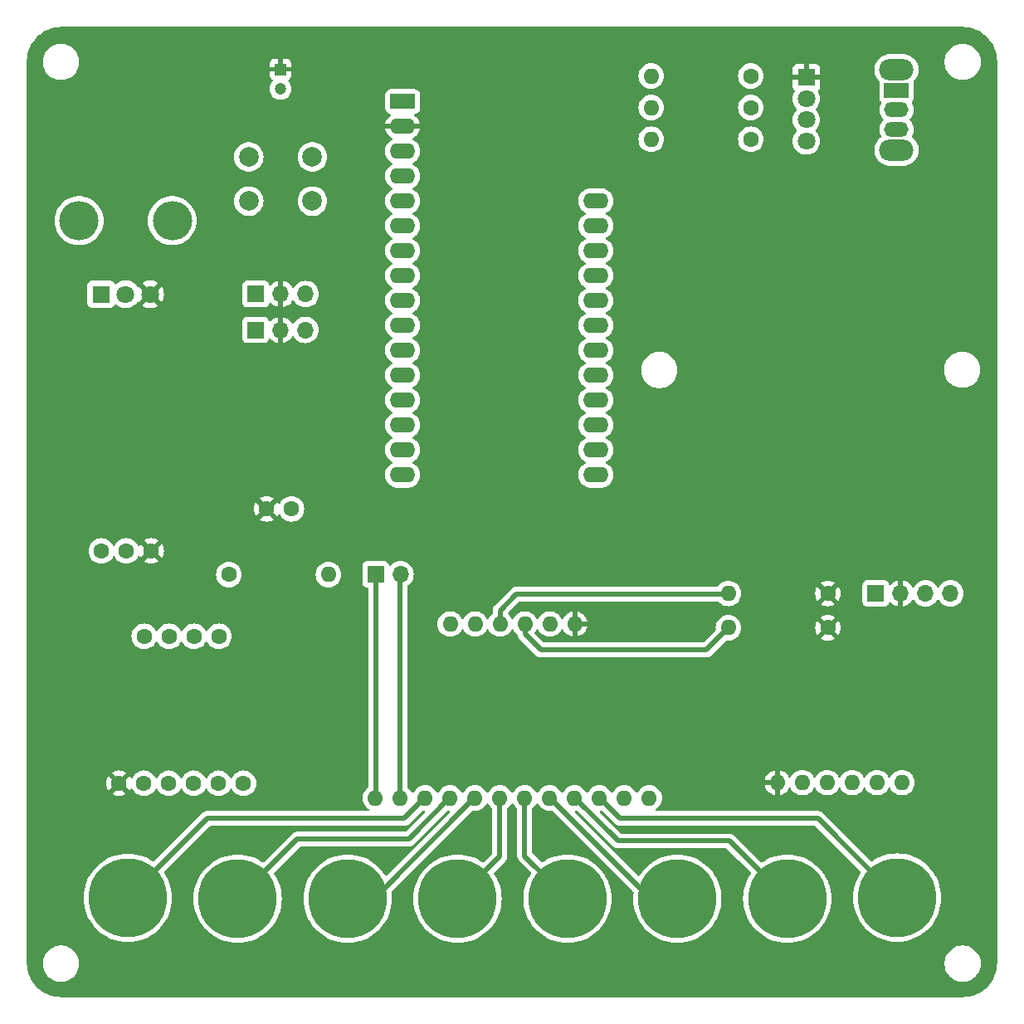
<source format=gtl>
G04 #@! TF.GenerationSoftware,KiCad,Pcbnew,8.0.8*
G04 #@! TF.CreationDate,2025-02-15T15:01:55+01:00*
G04 #@! TF.ProjectId,tesi,74657369-2e6b-4696-9361-645f70636258,rev?*
G04 #@! TF.SameCoordinates,Original*
G04 #@! TF.FileFunction,Copper,L1,Top*
G04 #@! TF.FilePolarity,Positive*
%FSLAX46Y46*%
G04 Gerber Fmt 4.6, Leading zero omitted, Abs format (unit mm)*
G04 Created by KiCad (PCBNEW 8.0.8) date 2025-02-15 15:01:55*
%MOMM*%
%LPD*%
G01*
G04 APERTURE LIST*
G04 Aperture macros list*
%AMRoundRect*
0 Rectangle with rounded corners*
0 $1 Rounding radius*
0 $2 $3 $4 $5 $6 $7 $8 $9 X,Y pos of 4 corners*
0 Add a 4 corners polygon primitive as box body*
4,1,4,$2,$3,$4,$5,$6,$7,$8,$9,$2,$3,0*
0 Add four circle primitives for the rounded corners*
1,1,$1+$1,$2,$3*
1,1,$1+$1,$4,$5*
1,1,$1+$1,$6,$7*
1,1,$1+$1,$8,$9*
0 Add four rect primitives between the rounded corners*
20,1,$1+$1,$2,$3,$4,$5,0*
20,1,$1+$1,$4,$5,$6,$7,0*
20,1,$1+$1,$6,$7,$8,$9,0*
20,1,$1+$1,$8,$9,$2,$3,0*%
G04 Aperture macros list end*
G04 #@! TA.AperFunction,ComponentPad*
%ADD10C,1.600000*%
G04 #@! TD*
G04 #@! TA.AperFunction,ComponentPad*
%ADD11O,1.600000X1.600000*%
G04 #@! TD*
G04 #@! TA.AperFunction,ComponentPad*
%ADD12RoundRect,0.250000X-1.050000X-0.550000X1.050000X-0.550000X1.050000X0.550000X-1.050000X0.550000X0*%
G04 #@! TD*
G04 #@! TA.AperFunction,ComponentPad*
%ADD13O,2.600000X1.600000*%
G04 #@! TD*
G04 #@! TA.AperFunction,SMDPad,CuDef*
%ADD14C,8.000000*%
G04 #@! TD*
G04 #@! TA.AperFunction,ComponentPad*
%ADD15R,1.700000X1.700000*%
G04 #@! TD*
G04 #@! TA.AperFunction,ComponentPad*
%ADD16O,1.700000X1.700000*%
G04 #@! TD*
G04 #@! TA.AperFunction,ComponentPad*
%ADD17R,1.200000X1.200000*%
G04 #@! TD*
G04 #@! TA.AperFunction,ComponentPad*
%ADD18C,1.200000*%
G04 #@! TD*
G04 #@! TA.AperFunction,ComponentPad*
%ADD19R,1.800000X1.800000*%
G04 #@! TD*
G04 #@! TA.AperFunction,ComponentPad*
%ADD20C,1.800000*%
G04 #@! TD*
G04 #@! TA.AperFunction,ComponentPad*
%ADD21C,2.000000*%
G04 #@! TD*
G04 #@! TA.AperFunction,ComponentPad*
%ADD22O,3.500000X2.200000*%
G04 #@! TD*
G04 #@! TA.AperFunction,ComponentPad*
%ADD23R,2.500000X1.500000*%
G04 #@! TD*
G04 #@! TA.AperFunction,ComponentPad*
%ADD24O,2.500000X1.500000*%
G04 #@! TD*
G04 #@! TA.AperFunction,ComponentPad*
%ADD25O,4.000000X4.000000*%
G04 #@! TD*
G04 #@! TA.AperFunction,Conductor*
%ADD26C,0.500000*%
G04 #@! TD*
G04 APERTURE END LIST*
D10*
X65640000Y-110800485D03*
X60560000Y-110800485D03*
X63100000Y-110800485D03*
X70750000Y-95800485D03*
X68210000Y-95800485D03*
X73260000Y-110800485D03*
X63130000Y-95800485D03*
X65670000Y-95800485D03*
X68180000Y-110800485D03*
X70720000Y-110800485D03*
X125025505Y-41851626D03*
D11*
X114865505Y-41851626D03*
D12*
X89503759Y-41240485D03*
D13*
X89503759Y-43780485D03*
X89503759Y-46320485D03*
X89503759Y-48860485D03*
X89503759Y-51400485D03*
X89503759Y-53940485D03*
X89503759Y-56480485D03*
X89503759Y-59020485D03*
X89503759Y-61560485D03*
X89503759Y-64100485D03*
X89503759Y-66640485D03*
X89503759Y-69180485D03*
X89503759Y-71720485D03*
X89503759Y-74260485D03*
X89503759Y-76800485D03*
X89503759Y-79340485D03*
X109223759Y-79340485D03*
X109223759Y-76800485D03*
X109223759Y-74260485D03*
X109223759Y-71720485D03*
X109223759Y-69180485D03*
X109223759Y-66640485D03*
X109223759Y-64100485D03*
X109223759Y-61560485D03*
X109223759Y-59020485D03*
X109223759Y-56480485D03*
X109223759Y-53940485D03*
X109223759Y-51400485D03*
D14*
X61461335Y-122498532D03*
D10*
X132900000Y-91431721D03*
D11*
X122740000Y-91431721D03*
X94363759Y-94550485D03*
X96903759Y-94550485D03*
X99443759Y-94550485D03*
X101983759Y-94550485D03*
X104523759Y-94550485D03*
X107063759Y-94550485D03*
X86723759Y-112300485D03*
X89263759Y-112300485D03*
X91803759Y-112300485D03*
X94343759Y-112300485D03*
X96883759Y-112300485D03*
X99423759Y-112300485D03*
X101963759Y-112300485D03*
X104503759Y-112300485D03*
X107043759Y-112300485D03*
X109583759Y-112300485D03*
X112123759Y-112300485D03*
X114663759Y-112300485D03*
D10*
X78160191Y-82800000D03*
X75620191Y-82800000D03*
D14*
X106318435Y-122574832D03*
D10*
X132900000Y-94931721D03*
D11*
X122740000Y-94931721D03*
D14*
X128747035Y-122574832D03*
D10*
X125025505Y-38639304D03*
D11*
X114865505Y-38639304D03*
D14*
X72675635Y-122574832D03*
X117532735Y-122574832D03*
D15*
X74525000Y-60884145D03*
D16*
X77065000Y-60884145D03*
X79605000Y-60884145D03*
D17*
X77050000Y-37954801D03*
D18*
X77050000Y-39954801D03*
D10*
X63850000Y-87090021D03*
X61310000Y-87090021D03*
X58770000Y-87090021D03*
D15*
X137780000Y-91431721D03*
D16*
X140320000Y-91431721D03*
X142860000Y-91431721D03*
X145400000Y-91431721D03*
D15*
X74498431Y-64541586D03*
D16*
X77038431Y-64541586D03*
X79578431Y-64541586D03*
D19*
X130700000Y-38792434D03*
D20*
X130700000Y-40951434D03*
X130700000Y-43110434D03*
X130700000Y-45269434D03*
D21*
X73800000Y-46900000D03*
X80300000Y-46900000D03*
X73800000Y-51400000D03*
X80300000Y-51400000D03*
D15*
X86750000Y-89475000D03*
D16*
X89290000Y-89475000D03*
D22*
X139900000Y-38000000D03*
X139900000Y-46200000D03*
D23*
X139900000Y-40100000D03*
D24*
X139900000Y-42100000D03*
X139900000Y-44100000D03*
D11*
X127740000Y-110727696D03*
X130280000Y-110727696D03*
X132820000Y-110727696D03*
X135360000Y-110727696D03*
X137900000Y-110727696D03*
X140440000Y-110727696D03*
D10*
X71773101Y-89500000D03*
D11*
X81933101Y-89500000D03*
D14*
X83889935Y-122574832D03*
D10*
X125025505Y-45091349D03*
D11*
X114865505Y-45091349D03*
D14*
X95104235Y-122574832D03*
D25*
X56495479Y-53400000D03*
X65995479Y-53400000D03*
D19*
X58745479Y-60900000D03*
D20*
X61245479Y-60900000D03*
X63745479Y-60900000D03*
D14*
X139961335Y-122464432D03*
D26*
X99443759Y-93156241D02*
X99443759Y-94550485D01*
X122671721Y-91500000D02*
X101100000Y-91500000D01*
X101100000Y-91500000D02*
X99443759Y-93156241D01*
X122740000Y-91431721D02*
X122671721Y-91500000D01*
X103600000Y-97200000D02*
X101983759Y-95583759D01*
X101983759Y-95583759D02*
X101983759Y-94550485D01*
X120471721Y-97200000D02*
X103600000Y-97200000D01*
X122740000Y-94931721D02*
X120471721Y-97200000D01*
X69569382Y-114390485D02*
X61461335Y-122498532D01*
X89685921Y-114390485D02*
X69569382Y-114390485D01*
X91803759Y-112272647D02*
X89685921Y-114390485D01*
X94343759Y-112272647D02*
X90125921Y-116490485D01*
X90125921Y-116490485D02*
X78759982Y-116490485D01*
X78759982Y-116490485D02*
X72675635Y-122574832D01*
X96883759Y-112272647D02*
X86581574Y-122574832D01*
X86581574Y-122574832D02*
X83889935Y-122574832D01*
X99423759Y-118255308D02*
X95104235Y-122574832D01*
X99423759Y-112272647D02*
X99423759Y-118255308D01*
X101963759Y-112272647D02*
X101963759Y-118220156D01*
X101963759Y-118220156D02*
X106318435Y-122574832D01*
X114805944Y-122574832D02*
X117532735Y-122574832D01*
X104503759Y-112272647D02*
X114805944Y-122574832D01*
X86750000Y-112274244D02*
X86723759Y-112300485D01*
X86750000Y-89475000D02*
X86750000Y-112274244D01*
X89263759Y-89501241D02*
X89290000Y-89475000D01*
X89263759Y-112300485D02*
X89263759Y-89501241D01*
X107043759Y-112272647D02*
X111461597Y-116690485D01*
X111461597Y-116690485D02*
X122862688Y-116690485D01*
X122862688Y-116690485D02*
X128747035Y-122574832D01*
X111701597Y-114390485D02*
X131887388Y-114390485D01*
X109583759Y-112272647D02*
X111701597Y-114390485D01*
X131887388Y-114390485D02*
X139961335Y-122464432D01*
G04 #@! TA.AperFunction,Conductor*
G36*
X146664363Y-33624581D02*
G01*
X146998262Y-33640987D01*
X147010368Y-33642179D01*
X147338042Y-33690787D01*
X147349941Y-33693154D01*
X147671295Y-33773650D01*
X147682908Y-33777174D01*
X147994807Y-33888774D01*
X148006021Y-33893419D01*
X148305488Y-34035057D01*
X148316213Y-34040790D01*
X148600294Y-34211062D01*
X148600328Y-34211082D01*
X148610443Y-34217840D01*
X148876506Y-34415165D01*
X148885905Y-34422878D01*
X149131352Y-34645338D01*
X149139942Y-34653928D01*
X149184877Y-34703505D01*
X149362400Y-34899369D01*
X149370120Y-34908776D01*
X149567436Y-35174824D01*
X149574197Y-35184941D01*
X149744499Y-35469065D01*
X149750235Y-35479797D01*
X149887168Y-35769312D01*
X149891859Y-35779229D01*
X149896516Y-35790472D01*
X150008114Y-36102359D01*
X150011646Y-36114003D01*
X150092132Y-36435303D01*
X150094507Y-36447238D01*
X150143116Y-36774902D01*
X150144309Y-36787011D01*
X150160686Y-37120237D01*
X150160835Y-37126324D01*
X150160835Y-129120878D01*
X150160685Y-129126966D01*
X150144272Y-129460839D01*
X150143079Y-129472949D01*
X150094468Y-129800603D01*
X150092094Y-129812537D01*
X150011603Y-130133842D01*
X150008071Y-130145487D01*
X149896469Y-130457375D01*
X149891812Y-130468617D01*
X149750188Y-130768043D01*
X149744452Y-130778774D01*
X149574152Y-131062897D01*
X149567391Y-131073014D01*
X149370076Y-131339060D01*
X149362357Y-131348466D01*
X149139908Y-131593901D01*
X149131303Y-131602506D01*
X148885868Y-131824955D01*
X148876462Y-131832674D01*
X148610416Y-132029989D01*
X148600299Y-132036750D01*
X148316176Y-132207051D01*
X148305445Y-132212787D01*
X148006019Y-132354411D01*
X147994777Y-132359068D01*
X147682890Y-132470670D01*
X147671245Y-132474202D01*
X147349939Y-132554693D01*
X147338005Y-132557067D01*
X147010351Y-132605679D01*
X146998241Y-132606872D01*
X146664430Y-132623282D01*
X146658342Y-132623432D01*
X54734833Y-132623432D01*
X54734817Y-132623431D01*
X54664379Y-132623431D01*
X54658296Y-132623282D01*
X54324403Y-132606882D01*
X54312292Y-132605689D01*
X53984639Y-132557088D01*
X53972704Y-132554714D01*
X53651395Y-132474233D01*
X53639750Y-132470701D01*
X53327868Y-132359109D01*
X53316625Y-132354452D01*
X53017182Y-132212827D01*
X53006455Y-132207092D01*
X52722346Y-132036804D01*
X52712228Y-132030043D01*
X52446171Y-131832720D01*
X52436764Y-131825001D01*
X52191326Y-131602548D01*
X52182722Y-131593943D01*
X51960280Y-131348514D01*
X51952560Y-131339107D01*
X51952525Y-131339060D01*
X51755244Y-131073053D01*
X51748484Y-131062937D01*
X51683781Y-130954984D01*
X51578188Y-130778808D01*
X51572456Y-130768084D01*
X51559584Y-130740868D01*
X51430836Y-130468647D01*
X51426180Y-130457405D01*
X51314591Y-130145523D01*
X51311059Y-130133878D01*
X51230579Y-129812568D01*
X51228205Y-129800633D01*
X51227374Y-129795032D01*
X51179606Y-129472975D01*
X51178414Y-129460869D01*
X51165109Y-129189943D01*
X51161983Y-129126292D01*
X51161835Y-129120230D01*
X51161836Y-129077643D01*
X52789235Y-129077643D01*
X52789235Y-129320220D01*
X52820896Y-129560717D01*
X52883682Y-129795036D01*
X52976508Y-130019137D01*
X52976511Y-130019144D01*
X53097799Y-130229221D01*
X53097801Y-130229224D01*
X53097802Y-130229225D01*
X53245468Y-130421668D01*
X53245474Y-130421675D01*
X53416991Y-130593192D01*
X53416997Y-130593197D01*
X53609446Y-130740868D01*
X53819523Y-130862156D01*
X54043635Y-130954986D01*
X54277946Y-131017770D01*
X54458321Y-131041516D01*
X54518446Y-131049432D01*
X54518447Y-131049432D01*
X54761024Y-131049432D01*
X54809123Y-131043099D01*
X55001524Y-131017770D01*
X55235835Y-130954986D01*
X55459947Y-130862156D01*
X55670024Y-130740868D01*
X55862473Y-130593197D01*
X56034000Y-130421670D01*
X56181671Y-130229221D01*
X56302959Y-130019144D01*
X56395789Y-129795032D01*
X56458573Y-129560721D01*
X56490235Y-129320220D01*
X56490235Y-129077644D01*
X56490235Y-129077643D01*
X144789235Y-129077643D01*
X144789235Y-129320220D01*
X144820896Y-129560717D01*
X144883682Y-129795036D01*
X144976508Y-130019137D01*
X144976511Y-130019144D01*
X145097799Y-130229221D01*
X145097801Y-130229224D01*
X145097802Y-130229225D01*
X145245468Y-130421668D01*
X145245474Y-130421675D01*
X145416991Y-130593192D01*
X145416997Y-130593197D01*
X145609446Y-130740868D01*
X145819523Y-130862156D01*
X146043635Y-130954986D01*
X146277946Y-131017770D01*
X146458321Y-131041516D01*
X146518446Y-131049432D01*
X146518447Y-131049432D01*
X146761024Y-131049432D01*
X146809123Y-131043099D01*
X147001524Y-131017770D01*
X147235835Y-130954986D01*
X147459947Y-130862156D01*
X147670024Y-130740868D01*
X147862473Y-130593197D01*
X148034000Y-130421670D01*
X148181671Y-130229221D01*
X148302959Y-130019144D01*
X148395789Y-129795032D01*
X148458573Y-129560721D01*
X148490235Y-129320220D01*
X148490235Y-129077644D01*
X148458573Y-128837143D01*
X148395789Y-128602832D01*
X148302959Y-128378720D01*
X148181671Y-128168643D01*
X148034000Y-127976194D01*
X148033995Y-127976188D01*
X147862478Y-127804671D01*
X147862471Y-127804665D01*
X147670028Y-127656999D01*
X147670027Y-127656998D01*
X147670024Y-127656996D01*
X147459947Y-127535708D01*
X147459940Y-127535705D01*
X147235839Y-127442879D01*
X147001520Y-127380093D01*
X146761024Y-127348432D01*
X146761023Y-127348432D01*
X146518447Y-127348432D01*
X146518446Y-127348432D01*
X146277949Y-127380093D01*
X146043630Y-127442879D01*
X145819529Y-127535705D01*
X145819520Y-127535709D01*
X145609441Y-127656999D01*
X145416998Y-127804665D01*
X145416991Y-127804671D01*
X145245474Y-127976188D01*
X145245468Y-127976195D01*
X145097802Y-128168638D01*
X144976512Y-128378717D01*
X144976508Y-128378726D01*
X144883682Y-128602827D01*
X144820896Y-128837146D01*
X144789235Y-129077643D01*
X56490235Y-129077643D01*
X56458573Y-128837143D01*
X56395789Y-128602832D01*
X56302959Y-128378720D01*
X56181671Y-128168643D01*
X56034000Y-127976194D01*
X56033995Y-127976188D01*
X55862478Y-127804671D01*
X55862471Y-127804665D01*
X55670028Y-127656999D01*
X55670027Y-127656998D01*
X55670024Y-127656996D01*
X55459947Y-127535708D01*
X55459940Y-127535705D01*
X55235839Y-127442879D01*
X55001520Y-127380093D01*
X54761024Y-127348432D01*
X54761023Y-127348432D01*
X54518447Y-127348432D01*
X54518446Y-127348432D01*
X54277949Y-127380093D01*
X54043630Y-127442879D01*
X53819529Y-127535705D01*
X53819520Y-127535709D01*
X53609441Y-127656999D01*
X53416998Y-127804665D01*
X53416991Y-127804671D01*
X53245474Y-127976188D01*
X53245468Y-127976195D01*
X53097802Y-128168638D01*
X52976512Y-128378717D01*
X52976508Y-128378726D01*
X52883682Y-128602827D01*
X52820896Y-128837146D01*
X52789235Y-129077643D01*
X51161836Y-129077643D01*
X51161836Y-129058048D01*
X51161835Y-129058044D01*
X51161835Y-122498532D01*
X56956028Y-122498532D01*
X56975247Y-122914229D01*
X56975247Y-122914234D01*
X56975248Y-122914239D01*
X57032738Y-123326377D01*
X57032740Y-123326385D01*
X57128014Y-123731465D01*
X57260264Y-124126046D01*
X57428345Y-124506709D01*
X57428355Y-124506730D01*
X57630841Y-124870263D01*
X57630844Y-124870267D01*
X57630846Y-124870271D01*
X57866022Y-125213586D01*
X57866024Y-125213588D01*
X57866031Y-125213598D01*
X58103547Y-125499626D01*
X58131873Y-125533738D01*
X58426129Y-125827994D01*
X58426140Y-125828003D01*
X58746268Y-126093835D01*
X58746274Y-126093839D01*
X58746281Y-126093845D01*
X59089596Y-126329021D01*
X59089602Y-126329024D01*
X59089603Y-126329025D01*
X59391925Y-126497417D01*
X59453147Y-126531517D01*
X59625935Y-126607811D01*
X59833820Y-126699602D01*
X59833823Y-126699603D01*
X59833830Y-126699606D01*
X60228399Y-126831852D01*
X60633487Y-126927128D01*
X61045638Y-126984620D01*
X61461335Y-127003839D01*
X61877032Y-126984620D01*
X62289183Y-126927128D01*
X62694271Y-126831852D01*
X63088840Y-126699606D01*
X63469523Y-126531517D01*
X63833074Y-126329021D01*
X64176389Y-126093845D01*
X64496541Y-125827994D01*
X64790797Y-125533738D01*
X65056648Y-125213586D01*
X65291824Y-124870271D01*
X65494320Y-124506720D01*
X65662409Y-124126037D01*
X65794655Y-123731468D01*
X65889931Y-123326380D01*
X65947423Y-122914229D01*
X65966642Y-122498532D01*
X65947423Y-122082835D01*
X65889931Y-121670684D01*
X65794655Y-121265596D01*
X65662409Y-120871027D01*
X65647352Y-120836927D01*
X65494324Y-120490354D01*
X65494320Y-120490344D01*
X65475326Y-120456244D01*
X65291828Y-120126800D01*
X65291826Y-120126798D01*
X65291824Y-120126793D01*
X65291820Y-120126787D01*
X65291815Y-120126779D01*
X65188465Y-119975908D01*
X65166818Y-119909477D01*
X65184523Y-119841887D01*
X65203079Y-119818154D01*
X69843931Y-115177304D01*
X69905254Y-115143819D01*
X69931612Y-115140985D01*
X89759841Y-115140985D01*
X89857383Y-115121581D01*
X89904834Y-115112143D01*
X90041416Y-115055569D01*
X90090650Y-115022671D01*
X90164337Y-114973437D01*
X91512812Y-113624959D01*
X91574133Y-113591476D01*
X91611293Y-113589114D01*
X91672487Y-113594468D01*
X91737555Y-113619921D01*
X91778533Y-113676513D01*
X91782410Y-113746275D01*
X91749359Y-113805677D01*
X89851372Y-115703666D01*
X89790049Y-115737151D01*
X89763691Y-115739985D01*
X78686062Y-115739985D01*
X78541074Y-115768825D01*
X78541068Y-115768827D01*
X78404490Y-115825399D01*
X78404478Y-115825406D01*
X78355251Y-115858298D01*
X78281570Y-115907529D01*
X78281562Y-115907535D01*
X75356015Y-118833082D01*
X75294692Y-118866567D01*
X75225000Y-118861583D01*
X75198260Y-118847702D01*
X75047374Y-118744343D01*
X75047370Y-118744341D01*
X75047366Y-118744338D01*
X74683833Y-118541852D01*
X74683812Y-118541842D01*
X74303149Y-118373761D01*
X73908568Y-118241511D01*
X73503488Y-118146237D01*
X73503480Y-118146235D01*
X73091342Y-118088745D01*
X73091337Y-118088744D01*
X73091332Y-118088744D01*
X72675635Y-118069525D01*
X72259938Y-118088744D01*
X72259932Y-118088744D01*
X72259927Y-118088745D01*
X71847789Y-118146235D01*
X71847781Y-118146237D01*
X71442701Y-118241511D01*
X71048120Y-118373761D01*
X70667457Y-118541842D01*
X70667436Y-118541852D01*
X70303903Y-118744338D01*
X70303897Y-118744342D01*
X69960578Y-118979521D01*
X69960568Y-118979528D01*
X69640440Y-119245360D01*
X69640420Y-119245378D01*
X69346181Y-119539617D01*
X69346163Y-119539637D01*
X69080331Y-119859765D01*
X69080324Y-119859775D01*
X68845145Y-120203094D01*
X68845141Y-120203100D01*
X68642655Y-120566633D01*
X68642645Y-120566654D01*
X68474564Y-120947317D01*
X68342314Y-121341898D01*
X68247040Y-121746978D01*
X68247038Y-121746986D01*
X68189548Y-122159124D01*
X68189548Y-122159126D01*
X68189547Y-122159135D01*
X68170328Y-122574832D01*
X68189547Y-122990529D01*
X68189547Y-122990534D01*
X68189548Y-122990539D01*
X68247038Y-123402677D01*
X68247040Y-123402685D01*
X68342314Y-123807765D01*
X68474564Y-124202346D01*
X68642645Y-124583009D01*
X68642655Y-124583030D01*
X68845141Y-124946563D01*
X68845144Y-124946567D01*
X68845146Y-124946571D01*
X69080322Y-125289886D01*
X69080324Y-125289888D01*
X69080331Y-125289898D01*
X69282804Y-125533726D01*
X69346173Y-125610038D01*
X69640429Y-125904294D01*
X69640440Y-125904303D01*
X69960568Y-126170135D01*
X69960574Y-126170139D01*
X69960581Y-126170145D01*
X70303896Y-126405321D01*
X70303902Y-126405324D01*
X70303903Y-126405325D01*
X70469247Y-126497421D01*
X70667447Y-126607817D01*
X70857788Y-126691861D01*
X71048120Y-126775902D01*
X71048123Y-126775903D01*
X71048130Y-126775906D01*
X71442699Y-126908152D01*
X71847787Y-127003428D01*
X72259938Y-127060920D01*
X72675635Y-127080139D01*
X73091332Y-127060920D01*
X73503483Y-127003428D01*
X73908571Y-126908152D01*
X74303140Y-126775906D01*
X74683823Y-126607817D01*
X75047374Y-126405321D01*
X75390689Y-126170145D01*
X75710841Y-125904294D01*
X76005097Y-125610038D01*
X76270948Y-125289886D01*
X76506124Y-124946571D01*
X76708620Y-124583020D01*
X76876709Y-124202337D01*
X77008955Y-123807768D01*
X77104231Y-123402680D01*
X77161723Y-122990529D01*
X77180942Y-122574832D01*
X77161723Y-122159135D01*
X77104231Y-121746984D01*
X77008955Y-121341896D01*
X76876709Y-120947327D01*
X76827962Y-120836927D01*
X76708624Y-120566654D01*
X76708620Y-120566644D01*
X76534835Y-120254640D01*
X76506128Y-120203100D01*
X76506126Y-120203098D01*
X76506124Y-120203093D01*
X76506117Y-120203083D01*
X76506115Y-120203079D01*
X76402765Y-120052208D01*
X76381118Y-119985777D01*
X76398823Y-119918187D01*
X76417379Y-119894454D01*
X79034531Y-117277304D01*
X79095854Y-117243819D01*
X79122212Y-117240985D01*
X90199841Y-117240985D01*
X90297383Y-117221581D01*
X90344834Y-117212143D01*
X90481416Y-117155569D01*
X90530650Y-117122671D01*
X90604337Y-117073437D01*
X94052813Y-113624959D01*
X94114134Y-113591476D01*
X94151293Y-113589114D01*
X94212487Y-113594468D01*
X94277556Y-113619922D01*
X94318533Y-113676513D01*
X94322410Y-113746275D01*
X94289359Y-113805677D01*
X87895743Y-120199293D01*
X87834420Y-120232778D01*
X87764728Y-120227794D01*
X87708795Y-120185922D01*
X87705762Y-120181689D01*
X87617065Y-120052208D01*
X87485248Y-119859778D01*
X87485242Y-119859771D01*
X87485238Y-119859765D01*
X87219406Y-119539637D01*
X87219397Y-119539626D01*
X86925141Y-119245370D01*
X86833266Y-119169078D01*
X86605001Y-118979528D01*
X86604991Y-118979521D01*
X86604989Y-118979519D01*
X86261674Y-118744343D01*
X86261670Y-118744341D01*
X86261666Y-118744338D01*
X85898133Y-118541852D01*
X85898112Y-118541842D01*
X85517449Y-118373761D01*
X85122868Y-118241511D01*
X84717788Y-118146237D01*
X84717780Y-118146235D01*
X84305642Y-118088745D01*
X84305637Y-118088744D01*
X84305632Y-118088744D01*
X83889935Y-118069525D01*
X83474238Y-118088744D01*
X83474232Y-118088744D01*
X83474227Y-118088745D01*
X83062089Y-118146235D01*
X83062081Y-118146237D01*
X82657001Y-118241511D01*
X82262420Y-118373761D01*
X81881757Y-118541842D01*
X81881736Y-118541852D01*
X81518203Y-118744338D01*
X81518197Y-118744342D01*
X81174878Y-118979521D01*
X81174868Y-118979528D01*
X80854740Y-119245360D01*
X80854720Y-119245378D01*
X80560481Y-119539617D01*
X80560463Y-119539637D01*
X80294631Y-119859765D01*
X80294624Y-119859775D01*
X80059445Y-120203094D01*
X80059441Y-120203100D01*
X79856955Y-120566633D01*
X79856945Y-120566654D01*
X79688864Y-120947317D01*
X79556614Y-121341898D01*
X79461340Y-121746978D01*
X79461338Y-121746986D01*
X79403848Y-122159124D01*
X79403848Y-122159126D01*
X79403847Y-122159135D01*
X79384628Y-122574832D01*
X79403847Y-122990529D01*
X79403847Y-122990534D01*
X79403848Y-122990539D01*
X79461338Y-123402677D01*
X79461340Y-123402685D01*
X79556614Y-123807765D01*
X79688864Y-124202346D01*
X79856945Y-124583009D01*
X79856955Y-124583030D01*
X80059441Y-124946563D01*
X80059444Y-124946567D01*
X80059446Y-124946571D01*
X80294622Y-125289886D01*
X80294624Y-125289888D01*
X80294631Y-125289898D01*
X80497104Y-125533726D01*
X80560473Y-125610038D01*
X80854729Y-125904294D01*
X80854740Y-125904303D01*
X81174868Y-126170135D01*
X81174874Y-126170139D01*
X81174881Y-126170145D01*
X81518196Y-126405321D01*
X81518202Y-126405324D01*
X81518203Y-126405325D01*
X81683547Y-126497421D01*
X81881747Y-126607817D01*
X82072088Y-126691861D01*
X82262420Y-126775902D01*
X82262423Y-126775903D01*
X82262430Y-126775906D01*
X82656999Y-126908152D01*
X83062087Y-127003428D01*
X83474238Y-127060920D01*
X83889935Y-127080139D01*
X84305632Y-127060920D01*
X84717783Y-127003428D01*
X85122871Y-126908152D01*
X85517440Y-126775906D01*
X85898123Y-126607817D01*
X86261674Y-126405321D01*
X86604989Y-126170145D01*
X86925141Y-125904294D01*
X87219397Y-125610038D01*
X87485248Y-125289886D01*
X87720424Y-124946571D01*
X87922920Y-124583020D01*
X88091009Y-124202337D01*
X88223255Y-123807768D01*
X88318531Y-123402680D01*
X88376023Y-122990529D01*
X88395242Y-122574832D01*
X88376023Y-122159135D01*
X88345699Y-121941754D01*
X88355933Y-121872640D01*
X88380826Y-121836946D01*
X96592813Y-113624959D01*
X96654134Y-113591476D01*
X96691293Y-113589114D01*
X96868309Y-113604601D01*
X96883758Y-113605953D01*
X96883759Y-113605953D01*
X96883761Y-113605953D01*
X96942212Y-113600839D01*
X97110451Y-113586120D01*
X97330255Y-113527224D01*
X97536493Y-113431053D01*
X97722898Y-113300532D01*
X97883806Y-113139624D01*
X98014327Y-112953219D01*
X98041377Y-112895209D01*
X98087549Y-112842770D01*
X98154742Y-112823618D01*
X98221624Y-112843833D01*
X98266141Y-112895210D01*
X98293188Y-112953213D01*
X98293191Y-112953219D01*
X98423713Y-113139626D01*
X98584618Y-113300531D01*
X98620380Y-113325571D01*
X98664006Y-113380147D01*
X98673259Y-113427147D01*
X98673259Y-117893078D01*
X98653574Y-117960117D01*
X98636940Y-117980759D01*
X97784616Y-118833082D01*
X97723293Y-118866567D01*
X97653601Y-118861583D01*
X97626858Y-118847701D01*
X97475973Y-118744342D01*
X97475966Y-118744338D01*
X97112433Y-118541852D01*
X97112412Y-118541842D01*
X96731749Y-118373761D01*
X96337168Y-118241511D01*
X95932088Y-118146237D01*
X95932080Y-118146235D01*
X95519942Y-118088745D01*
X95519937Y-118088744D01*
X95519932Y-118088744D01*
X95104235Y-118069525D01*
X94688538Y-118088744D01*
X94688532Y-118088744D01*
X94688527Y-118088745D01*
X94276389Y-118146235D01*
X94276381Y-118146237D01*
X93871301Y-118241511D01*
X93476720Y-118373761D01*
X93096057Y-118541842D01*
X93096036Y-118541852D01*
X92732503Y-118744338D01*
X92732497Y-118744342D01*
X92389178Y-118979521D01*
X92389168Y-118979528D01*
X92069040Y-119245360D01*
X92069020Y-119245378D01*
X91774781Y-119539617D01*
X91774763Y-119539637D01*
X91508931Y-119859765D01*
X91508924Y-119859775D01*
X91273745Y-120203094D01*
X91273741Y-120203100D01*
X91071255Y-120566633D01*
X91071245Y-120566654D01*
X90903164Y-120947317D01*
X90770914Y-121341898D01*
X90675640Y-121746978D01*
X90675638Y-121746986D01*
X90618148Y-122159124D01*
X90618148Y-122159126D01*
X90618147Y-122159135D01*
X90598928Y-122574832D01*
X90618147Y-122990529D01*
X90618147Y-122990534D01*
X90618148Y-122990539D01*
X90675638Y-123402677D01*
X90675640Y-123402685D01*
X90770914Y-123807765D01*
X90903164Y-124202346D01*
X91071245Y-124583009D01*
X91071255Y-124583030D01*
X91273741Y-124946563D01*
X91273744Y-124946567D01*
X91273746Y-124946571D01*
X91508922Y-125289886D01*
X91508924Y-125289888D01*
X91508931Y-125289898D01*
X91711404Y-125533726D01*
X91774773Y-125610038D01*
X92069029Y-125904294D01*
X92069040Y-125904303D01*
X92389168Y-126170135D01*
X92389174Y-126170139D01*
X92389181Y-126170145D01*
X92732496Y-126405321D01*
X92732502Y-126405324D01*
X92732503Y-126405325D01*
X92897847Y-126497421D01*
X93096047Y-126607817D01*
X93286388Y-126691861D01*
X93476720Y-126775902D01*
X93476723Y-126775903D01*
X93476730Y-126775906D01*
X93871299Y-126908152D01*
X94276387Y-127003428D01*
X94688538Y-127060920D01*
X95104235Y-127080139D01*
X95519932Y-127060920D01*
X95932083Y-127003428D01*
X96337171Y-126908152D01*
X96731740Y-126775906D01*
X97112423Y-126607817D01*
X97475974Y-126405321D01*
X97819289Y-126170145D01*
X98139441Y-125904294D01*
X98433697Y-125610038D01*
X98699548Y-125289886D01*
X98934724Y-124946571D01*
X99137220Y-124583020D01*
X99305309Y-124202337D01*
X99437555Y-123807768D01*
X99532831Y-123402680D01*
X99590323Y-122990529D01*
X99609542Y-122574832D01*
X99590323Y-122159135D01*
X99532831Y-121746984D01*
X99437555Y-121341896D01*
X99305309Y-120947327D01*
X99256562Y-120836927D01*
X99137224Y-120566654D01*
X99137220Y-120566644D01*
X98963435Y-120254640D01*
X98934728Y-120203100D01*
X98934727Y-120203099D01*
X98934724Y-120203093D01*
X98831363Y-120052205D01*
X98809718Y-119985775D01*
X98827423Y-119918186D01*
X98845979Y-119894453D01*
X100006710Y-118733724D01*
X100088843Y-118610803D01*
X100145417Y-118474221D01*
X100174259Y-118329226D01*
X100174259Y-118181391D01*
X100174259Y-113427147D01*
X100193944Y-113360108D01*
X100227138Y-113325571D01*
X100262899Y-113300531D01*
X100423804Y-113139626D01*
X100423806Y-113139624D01*
X100554327Y-112953219D01*
X100581377Y-112895209D01*
X100627549Y-112842770D01*
X100694742Y-112823618D01*
X100761624Y-112843833D01*
X100806141Y-112895210D01*
X100833188Y-112953213D01*
X100833191Y-112953219D01*
X100963713Y-113139626D01*
X101124618Y-113300531D01*
X101160380Y-113325571D01*
X101204006Y-113380147D01*
X101213259Y-113427147D01*
X101213259Y-118294074D01*
X101213259Y-118294076D01*
X101213258Y-118294076D01*
X101242099Y-118439063D01*
X101242102Y-118439073D01*
X101298672Y-118575646D01*
X101298673Y-118575647D01*
X101298675Y-118575651D01*
X101322163Y-118610803D01*
X101360405Y-118668038D01*
X101380810Y-118698576D01*
X101380811Y-118698577D01*
X102576685Y-119894450D01*
X102610170Y-119955773D01*
X102605186Y-120025465D01*
X102591304Y-120052207D01*
X102487952Y-120203083D01*
X102487941Y-120203100D01*
X102285455Y-120566633D01*
X102285445Y-120566654D01*
X102117364Y-120947317D01*
X101985114Y-121341898D01*
X101889840Y-121746978D01*
X101889838Y-121746986D01*
X101832348Y-122159124D01*
X101832348Y-122159126D01*
X101832347Y-122159135D01*
X101813128Y-122574832D01*
X101832347Y-122990529D01*
X101832347Y-122990534D01*
X101832348Y-122990539D01*
X101889838Y-123402677D01*
X101889840Y-123402685D01*
X101985114Y-123807765D01*
X102117364Y-124202346D01*
X102285445Y-124583009D01*
X102285455Y-124583030D01*
X102487941Y-124946563D01*
X102487944Y-124946567D01*
X102487946Y-124946571D01*
X102723122Y-125289886D01*
X102723124Y-125289888D01*
X102723131Y-125289898D01*
X102925604Y-125533726D01*
X102988973Y-125610038D01*
X103283229Y-125904294D01*
X103283240Y-125904303D01*
X103603368Y-126170135D01*
X103603374Y-126170139D01*
X103603381Y-126170145D01*
X103946696Y-126405321D01*
X103946702Y-126405324D01*
X103946703Y-126405325D01*
X104112047Y-126497421D01*
X104310247Y-126607817D01*
X104500588Y-126691861D01*
X104690920Y-126775902D01*
X104690923Y-126775903D01*
X104690930Y-126775906D01*
X105085499Y-126908152D01*
X105490587Y-127003428D01*
X105902738Y-127060920D01*
X106318435Y-127080139D01*
X106734132Y-127060920D01*
X107146283Y-127003428D01*
X107551371Y-126908152D01*
X107945940Y-126775906D01*
X108326623Y-126607817D01*
X108690174Y-126405321D01*
X109033489Y-126170145D01*
X109353641Y-125904294D01*
X109647897Y-125610038D01*
X109913748Y-125289886D01*
X110148924Y-124946571D01*
X110351420Y-124583020D01*
X110519509Y-124202337D01*
X110651755Y-123807768D01*
X110747031Y-123402680D01*
X110804523Y-122990529D01*
X110823742Y-122574832D01*
X110804523Y-122159135D01*
X110747031Y-121746984D01*
X110651755Y-121341896D01*
X110519509Y-120947327D01*
X110470762Y-120836927D01*
X110351424Y-120566654D01*
X110351420Y-120566644D01*
X110177635Y-120254640D01*
X110148928Y-120203100D01*
X110148927Y-120203099D01*
X110148924Y-120203093D01*
X109913748Y-119859778D01*
X109913742Y-119859771D01*
X109913738Y-119859765D01*
X109647906Y-119539637D01*
X109647897Y-119539626D01*
X109353641Y-119245370D01*
X109261766Y-119169078D01*
X109033501Y-118979528D01*
X109033491Y-118979521D01*
X109033489Y-118979519D01*
X108690174Y-118744343D01*
X108690170Y-118744341D01*
X108690166Y-118744338D01*
X108326633Y-118541852D01*
X108326612Y-118541842D01*
X107945949Y-118373761D01*
X107551368Y-118241511D01*
X107146288Y-118146237D01*
X107146280Y-118146235D01*
X106734142Y-118088745D01*
X106734137Y-118088744D01*
X106734132Y-118088744D01*
X106318435Y-118069525D01*
X105902738Y-118088744D01*
X105902732Y-118088744D01*
X105902727Y-118088745D01*
X105490589Y-118146235D01*
X105490581Y-118146237D01*
X105085501Y-118241511D01*
X104690920Y-118373761D01*
X104310257Y-118541842D01*
X104310236Y-118541852D01*
X103946703Y-118744338D01*
X103946686Y-118744349D01*
X103795810Y-118847701D01*
X103729379Y-118869347D01*
X103661789Y-118851642D01*
X103638053Y-118833082D01*
X102750578Y-117945607D01*
X102717093Y-117884284D01*
X102714259Y-117857926D01*
X102714259Y-113427147D01*
X102733944Y-113360108D01*
X102767138Y-113325571D01*
X102802899Y-113300531D01*
X102963804Y-113139626D01*
X102963806Y-113139624D01*
X103094327Y-112953219D01*
X103121377Y-112895209D01*
X103167549Y-112842770D01*
X103234742Y-112823618D01*
X103301624Y-112843833D01*
X103346141Y-112895210D01*
X103373188Y-112953213D01*
X103373191Y-112953219D01*
X103503713Y-113139626D01*
X103664617Y-113300530D01*
X103664620Y-113300532D01*
X103851025Y-113431053D01*
X104057263Y-113527224D01*
X104277067Y-113586120D01*
X104438989Y-113600286D01*
X104503757Y-113605953D01*
X104503759Y-113605953D01*
X104503761Y-113605953D01*
X104696218Y-113589115D01*
X104764718Y-113602882D01*
X104794706Y-113624962D01*
X113037535Y-121867791D01*
X113071020Y-121929114D01*
X113072665Y-121972602D01*
X113046648Y-122159124D01*
X113046648Y-122159126D01*
X113046647Y-122159135D01*
X113027428Y-122574832D01*
X113046647Y-122990529D01*
X113046647Y-122990534D01*
X113046648Y-122990539D01*
X113104138Y-123402677D01*
X113104140Y-123402685D01*
X113199414Y-123807765D01*
X113331664Y-124202346D01*
X113499745Y-124583009D01*
X113499755Y-124583030D01*
X113702241Y-124946563D01*
X113702244Y-124946567D01*
X113702246Y-124946571D01*
X113937422Y-125289886D01*
X113937424Y-125289888D01*
X113937431Y-125289898D01*
X114139904Y-125533726D01*
X114203273Y-125610038D01*
X114497529Y-125904294D01*
X114497540Y-125904303D01*
X114817668Y-126170135D01*
X114817674Y-126170139D01*
X114817681Y-126170145D01*
X115160996Y-126405321D01*
X115161002Y-126405324D01*
X115161003Y-126405325D01*
X115326347Y-126497421D01*
X115524547Y-126607817D01*
X115714888Y-126691861D01*
X115905220Y-126775902D01*
X115905223Y-126775903D01*
X115905230Y-126775906D01*
X116299799Y-126908152D01*
X116704887Y-127003428D01*
X117117038Y-127060920D01*
X117532735Y-127080139D01*
X117948432Y-127060920D01*
X118360583Y-127003428D01*
X118765671Y-126908152D01*
X119160240Y-126775906D01*
X119540923Y-126607817D01*
X119904474Y-126405321D01*
X120247789Y-126170145D01*
X120567941Y-125904294D01*
X120862197Y-125610038D01*
X121128048Y-125289886D01*
X121363224Y-124946571D01*
X121565720Y-124583020D01*
X121733809Y-124202337D01*
X121866055Y-123807768D01*
X121961331Y-123402680D01*
X122018823Y-122990529D01*
X122038042Y-122574832D01*
X122018823Y-122159135D01*
X121961331Y-121746984D01*
X121866055Y-121341896D01*
X121733809Y-120947327D01*
X121685062Y-120836927D01*
X121565724Y-120566654D01*
X121565720Y-120566644D01*
X121391935Y-120254640D01*
X121363228Y-120203100D01*
X121363227Y-120203099D01*
X121363224Y-120203093D01*
X121128048Y-119859778D01*
X121128042Y-119859771D01*
X121128038Y-119859765D01*
X120862206Y-119539637D01*
X120862197Y-119539626D01*
X120567941Y-119245370D01*
X120476066Y-119169078D01*
X120247801Y-118979528D01*
X120247791Y-118979521D01*
X120247789Y-118979519D01*
X119904474Y-118744343D01*
X119904470Y-118744341D01*
X119904466Y-118744338D01*
X119540933Y-118541852D01*
X119540912Y-118541842D01*
X119160249Y-118373761D01*
X118765668Y-118241511D01*
X118360588Y-118146237D01*
X118360580Y-118146235D01*
X117948442Y-118088745D01*
X117948437Y-118088744D01*
X117948432Y-118088744D01*
X117532735Y-118069525D01*
X117117038Y-118088744D01*
X117117032Y-118088744D01*
X117117027Y-118088745D01*
X116704889Y-118146235D01*
X116704881Y-118146237D01*
X116299801Y-118241511D01*
X115905220Y-118373761D01*
X115524557Y-118541842D01*
X115524536Y-118541852D01*
X115161003Y-118744338D01*
X115160997Y-118744342D01*
X114817678Y-118979521D01*
X114817668Y-118979528D01*
X114497540Y-119245360D01*
X114497520Y-119245378D01*
X114203281Y-119539617D01*
X114203263Y-119539637D01*
X113937431Y-119859765D01*
X113937424Y-119859775D01*
X113702616Y-120202551D01*
X113648489Y-120246734D01*
X113579068Y-120254640D01*
X113516393Y-120223759D01*
X113512635Y-120220155D01*
X107098157Y-113805677D01*
X107064672Y-113744354D01*
X107069656Y-113674662D01*
X107111528Y-113618729D01*
X107175030Y-113594468D01*
X107236218Y-113589115D01*
X107304718Y-113602882D01*
X107334705Y-113624961D01*
X110878645Y-117168900D01*
X110878646Y-117168901D01*
X110950730Y-117240985D01*
X110983182Y-117273437D01*
X111106095Y-117355565D01*
X111106108Y-117355572D01*
X111242679Y-117412141D01*
X111242684Y-117412143D01*
X111242688Y-117412143D01*
X111242689Y-117412144D01*
X111387676Y-117440985D01*
X111387679Y-117440985D01*
X122500458Y-117440985D01*
X122567497Y-117460670D01*
X122588139Y-117477304D01*
X123809412Y-118698577D01*
X125005285Y-119894449D01*
X125038770Y-119955772D01*
X125033786Y-120025464D01*
X125019904Y-120052206D01*
X124916552Y-120203083D01*
X124916541Y-120203100D01*
X124714055Y-120566633D01*
X124714045Y-120566654D01*
X124545964Y-120947317D01*
X124413714Y-121341898D01*
X124318440Y-121746978D01*
X124318438Y-121746986D01*
X124260948Y-122159124D01*
X124260948Y-122159126D01*
X124260947Y-122159135D01*
X124241728Y-122574832D01*
X124260947Y-122990529D01*
X124260947Y-122990534D01*
X124260948Y-122990539D01*
X124318438Y-123402677D01*
X124318440Y-123402685D01*
X124413714Y-123807765D01*
X124545964Y-124202346D01*
X124714045Y-124583009D01*
X124714055Y-124583030D01*
X124916541Y-124946563D01*
X124916544Y-124946567D01*
X124916546Y-124946571D01*
X125151722Y-125289886D01*
X125151724Y-125289888D01*
X125151731Y-125289898D01*
X125354204Y-125533726D01*
X125417573Y-125610038D01*
X125711829Y-125904294D01*
X125711840Y-125904303D01*
X126031968Y-126170135D01*
X126031974Y-126170139D01*
X126031981Y-126170145D01*
X126375296Y-126405321D01*
X126375302Y-126405324D01*
X126375303Y-126405325D01*
X126540647Y-126497421D01*
X126738847Y-126607817D01*
X126929188Y-126691861D01*
X127119520Y-126775902D01*
X127119523Y-126775903D01*
X127119530Y-126775906D01*
X127514099Y-126908152D01*
X127919187Y-127003428D01*
X128331338Y-127060920D01*
X128747035Y-127080139D01*
X129162732Y-127060920D01*
X129574883Y-127003428D01*
X129979971Y-126908152D01*
X130374540Y-126775906D01*
X130755223Y-126607817D01*
X131118774Y-126405321D01*
X131462089Y-126170145D01*
X131782241Y-125904294D01*
X132076497Y-125610038D01*
X132342348Y-125289886D01*
X132577524Y-124946571D01*
X132780020Y-124583020D01*
X132948109Y-124202337D01*
X133080355Y-123807768D01*
X133175631Y-123402680D01*
X133233123Y-122990529D01*
X133252342Y-122574832D01*
X133233123Y-122159135D01*
X133175631Y-121746984D01*
X133080355Y-121341896D01*
X132948109Y-120947327D01*
X132899362Y-120836927D01*
X132780024Y-120566654D01*
X132780020Y-120566644D01*
X132606235Y-120254640D01*
X132577528Y-120203100D01*
X132577527Y-120203099D01*
X132577524Y-120203093D01*
X132342348Y-119859778D01*
X132342342Y-119859771D01*
X132342338Y-119859765D01*
X132076506Y-119539637D01*
X132076497Y-119539626D01*
X131782241Y-119245370D01*
X131690366Y-119169078D01*
X131462101Y-118979528D01*
X131462091Y-118979521D01*
X131462089Y-118979519D01*
X131118774Y-118744343D01*
X131118770Y-118744341D01*
X131118766Y-118744338D01*
X130755233Y-118541852D01*
X130755212Y-118541842D01*
X130374549Y-118373761D01*
X129979968Y-118241511D01*
X129574888Y-118146237D01*
X129574880Y-118146235D01*
X129162742Y-118088745D01*
X129162737Y-118088744D01*
X129162732Y-118088744D01*
X128747035Y-118069525D01*
X128331338Y-118088744D01*
X128331332Y-118088744D01*
X128331327Y-118088745D01*
X127919189Y-118146235D01*
X127919181Y-118146237D01*
X127514101Y-118241511D01*
X127119520Y-118373761D01*
X126738857Y-118541842D01*
X126738836Y-118541852D01*
X126375303Y-118744338D01*
X126375286Y-118744349D01*
X126224409Y-118847701D01*
X126157977Y-118869347D01*
X126090388Y-118851642D01*
X126066652Y-118833082D01*
X123341109Y-116107537D01*
X123341102Y-116107531D01*
X123267417Y-116058297D01*
X123267417Y-116058298D01*
X123218179Y-116025398D01*
X123081605Y-115968828D01*
X123081595Y-115968825D01*
X122936608Y-115939985D01*
X122936606Y-115939985D01*
X111823826Y-115939985D01*
X111756787Y-115920300D01*
X111736145Y-115903666D01*
X109638157Y-113805677D01*
X109604672Y-113744354D01*
X109609656Y-113674662D01*
X109651528Y-113618729D01*
X109715030Y-113594468D01*
X109776218Y-113589115D01*
X109844718Y-113602882D01*
X109874706Y-113624962D01*
X111223177Y-114973433D01*
X111223181Y-114973436D01*
X111346095Y-115055565D01*
X111346108Y-115055572D01*
X111482679Y-115112141D01*
X111482684Y-115112143D01*
X111482688Y-115112143D01*
X111482689Y-115112144D01*
X111627676Y-115140985D01*
X111627679Y-115140985D01*
X111775514Y-115140985D01*
X131525158Y-115140985D01*
X131592197Y-115160670D01*
X131612839Y-115177304D01*
X136219585Y-119784049D01*
X136253070Y-119845372D01*
X136248086Y-119915064D01*
X136234204Y-119941806D01*
X136130852Y-120092683D01*
X136130841Y-120092700D01*
X135928355Y-120456233D01*
X135928345Y-120456254D01*
X135760264Y-120836917D01*
X135628014Y-121231498D01*
X135532740Y-121636578D01*
X135532738Y-121636586D01*
X135475248Y-122048724D01*
X135475247Y-122048729D01*
X135475247Y-122048735D01*
X135456028Y-122464432D01*
X135475247Y-122880129D01*
X135475247Y-122880134D01*
X135475248Y-122880139D01*
X135532738Y-123292277D01*
X135532740Y-123292285D01*
X135628014Y-123697365D01*
X135760264Y-124091946D01*
X135928345Y-124472609D01*
X135928355Y-124472630D01*
X136130841Y-124836163D01*
X136130844Y-124836167D01*
X136130846Y-124836171D01*
X136366022Y-125179486D01*
X136366024Y-125179488D01*
X136366031Y-125179498D01*
X136631863Y-125499626D01*
X136631873Y-125499638D01*
X136926129Y-125793894D01*
X136926140Y-125793903D01*
X137246268Y-126059735D01*
X137246274Y-126059739D01*
X137246281Y-126059745D01*
X137589596Y-126294921D01*
X137589602Y-126294924D01*
X137589603Y-126294925D01*
X137787802Y-126405321D01*
X137953147Y-126497417D01*
X138030376Y-126531517D01*
X138333820Y-126665502D01*
X138333823Y-126665503D01*
X138333830Y-126665506D01*
X138728399Y-126797752D01*
X139133487Y-126893028D01*
X139545638Y-126950520D01*
X139961335Y-126969739D01*
X140377032Y-126950520D01*
X140789183Y-126893028D01*
X141194271Y-126797752D01*
X141588840Y-126665506D01*
X141969523Y-126497417D01*
X142333074Y-126294921D01*
X142676389Y-126059745D01*
X142996541Y-125793894D01*
X143290797Y-125499638D01*
X143556648Y-125179486D01*
X143791824Y-124836171D01*
X143994320Y-124472620D01*
X144162409Y-124091937D01*
X144294655Y-123697368D01*
X144389931Y-123292280D01*
X144447423Y-122880129D01*
X144466642Y-122464432D01*
X144447423Y-122048735D01*
X144389931Y-121636584D01*
X144294655Y-121231496D01*
X144162409Y-120836927D01*
X143994320Y-120456244D01*
X143853308Y-120203079D01*
X143791828Y-120092700D01*
X143791827Y-120092699D01*
X143791824Y-120092693D01*
X143556648Y-119749378D01*
X143556642Y-119749371D01*
X143556638Y-119749365D01*
X143290806Y-119429237D01*
X143290797Y-119429226D01*
X142996541Y-119134970D01*
X142996529Y-119134960D01*
X142676401Y-118869128D01*
X142676391Y-118869121D01*
X142676389Y-118869119D01*
X142333074Y-118633943D01*
X142333070Y-118633941D01*
X142333066Y-118633938D01*
X141969533Y-118431452D01*
X141969512Y-118431442D01*
X141588849Y-118263361D01*
X141194268Y-118131111D01*
X140789188Y-118035837D01*
X140789180Y-118035835D01*
X140377042Y-117978345D01*
X140377037Y-117978344D01*
X140377032Y-117978344D01*
X139961335Y-117959125D01*
X139545638Y-117978344D01*
X139545632Y-117978344D01*
X139545627Y-117978345D01*
X139133489Y-118035835D01*
X139133481Y-118035837D01*
X138728401Y-118131111D01*
X138333820Y-118263361D01*
X137953157Y-118431442D01*
X137953136Y-118431452D01*
X137589603Y-118633938D01*
X137589586Y-118633949D01*
X137438709Y-118737301D01*
X137372277Y-118758947D01*
X137304688Y-118741242D01*
X137280952Y-118722682D01*
X132365809Y-113807537D01*
X132365802Y-113807531D01*
X132292117Y-113758297D01*
X132292117Y-113758298D01*
X132242879Y-113725398D01*
X132106305Y-113668828D01*
X132106295Y-113668825D01*
X131961308Y-113639985D01*
X131961306Y-113639985D01*
X115411384Y-113639985D01*
X115344345Y-113620300D01*
X115298590Y-113567496D01*
X115288646Y-113498338D01*
X115317671Y-113434782D01*
X115340257Y-113414412D01*
X115502898Y-113300532D01*
X115663806Y-113139624D01*
X115794327Y-112953219D01*
X115890498Y-112746981D01*
X115949394Y-112527177D01*
X115969227Y-112300485D01*
X115949394Y-112073793D01*
X115897336Y-111879509D01*
X115890500Y-111853996D01*
X115890497Y-111853987D01*
X115794327Y-111647752D01*
X115794326Y-111647750D01*
X115737669Y-111566835D01*
X115663806Y-111461346D01*
X115663804Y-111461343D01*
X115502900Y-111300439D01*
X115316493Y-111169917D01*
X115316491Y-111169916D01*
X115110256Y-111073746D01*
X115110247Y-111073743D01*
X114890456Y-111014851D01*
X114890452Y-111014850D01*
X114890451Y-111014850D01*
X114890450Y-111014849D01*
X114890445Y-111014849D01*
X114663761Y-110995017D01*
X114663757Y-110995017D01*
X114437072Y-111014849D01*
X114437061Y-111014851D01*
X114217270Y-111073743D01*
X114217261Y-111073746D01*
X114011026Y-111169916D01*
X114011024Y-111169917D01*
X113824617Y-111300439D01*
X113663713Y-111461343D01*
X113533191Y-111647750D01*
X113533190Y-111647752D01*
X113506141Y-111705760D01*
X113459968Y-111758199D01*
X113392775Y-111777351D01*
X113325894Y-111757135D01*
X113281377Y-111705760D01*
X113254327Y-111647752D01*
X113254326Y-111647750D01*
X113197669Y-111566835D01*
X113123806Y-111461346D01*
X113123804Y-111461343D01*
X112962900Y-111300439D01*
X112776493Y-111169917D01*
X112776491Y-111169916D01*
X112570256Y-111073746D01*
X112570247Y-111073743D01*
X112350456Y-111014851D01*
X112350452Y-111014850D01*
X112350451Y-111014850D01*
X112350450Y-111014849D01*
X112350445Y-111014849D01*
X112123761Y-110995017D01*
X112123757Y-110995017D01*
X111897072Y-111014849D01*
X111897061Y-111014851D01*
X111677270Y-111073743D01*
X111677261Y-111073746D01*
X111471026Y-111169916D01*
X111471024Y-111169917D01*
X111284617Y-111300439D01*
X111123713Y-111461343D01*
X110993191Y-111647750D01*
X110993190Y-111647752D01*
X110966141Y-111705760D01*
X110919968Y-111758199D01*
X110852775Y-111777351D01*
X110785894Y-111757135D01*
X110741377Y-111705760D01*
X110714327Y-111647752D01*
X110714326Y-111647750D01*
X110657669Y-111566835D01*
X110583806Y-111461346D01*
X110583804Y-111461343D01*
X110422900Y-111300439D01*
X110236493Y-111169917D01*
X110236491Y-111169916D01*
X110030256Y-111073746D01*
X110030247Y-111073743D01*
X109810456Y-111014851D01*
X109810452Y-111014850D01*
X109810451Y-111014850D01*
X109810450Y-111014849D01*
X109810445Y-111014849D01*
X109583761Y-110995017D01*
X109583757Y-110995017D01*
X109357072Y-111014849D01*
X109357061Y-111014851D01*
X109137270Y-111073743D01*
X109137261Y-111073746D01*
X108931026Y-111169916D01*
X108931024Y-111169917D01*
X108744617Y-111300439D01*
X108583713Y-111461343D01*
X108453191Y-111647750D01*
X108453190Y-111647752D01*
X108426141Y-111705760D01*
X108379968Y-111758199D01*
X108312775Y-111777351D01*
X108245894Y-111757135D01*
X108201377Y-111705760D01*
X108174327Y-111647752D01*
X108174326Y-111647750D01*
X108117669Y-111566835D01*
X108043806Y-111461346D01*
X108043804Y-111461343D01*
X107882900Y-111300439D01*
X107696493Y-111169917D01*
X107696491Y-111169916D01*
X107490256Y-111073746D01*
X107490247Y-111073743D01*
X107270456Y-111014851D01*
X107270452Y-111014850D01*
X107270451Y-111014850D01*
X107270450Y-111014849D01*
X107270445Y-111014849D01*
X107043761Y-110995017D01*
X107043757Y-110995017D01*
X106817072Y-111014849D01*
X106817061Y-111014851D01*
X106597270Y-111073743D01*
X106597261Y-111073746D01*
X106391026Y-111169916D01*
X106391024Y-111169917D01*
X106204617Y-111300439D01*
X106043713Y-111461343D01*
X105913191Y-111647750D01*
X105913190Y-111647752D01*
X105886141Y-111705760D01*
X105839968Y-111758199D01*
X105772775Y-111777351D01*
X105705894Y-111757135D01*
X105661377Y-111705760D01*
X105634327Y-111647752D01*
X105634326Y-111647750D01*
X105577669Y-111566835D01*
X105503806Y-111461346D01*
X105503804Y-111461343D01*
X105342900Y-111300439D01*
X105156493Y-111169917D01*
X105156491Y-111169916D01*
X104950256Y-111073746D01*
X104950247Y-111073743D01*
X104730456Y-111014851D01*
X104730452Y-111014850D01*
X104730451Y-111014850D01*
X104730450Y-111014849D01*
X104730445Y-111014849D01*
X104503761Y-110995017D01*
X104503757Y-110995017D01*
X104277072Y-111014849D01*
X104277061Y-111014851D01*
X104057270Y-111073743D01*
X104057261Y-111073746D01*
X103851026Y-111169916D01*
X103851024Y-111169917D01*
X103664617Y-111300439D01*
X103503713Y-111461343D01*
X103373191Y-111647750D01*
X103373190Y-111647752D01*
X103346141Y-111705760D01*
X103299968Y-111758199D01*
X103232775Y-111777351D01*
X103165894Y-111757135D01*
X103121377Y-111705760D01*
X103094327Y-111647752D01*
X103094326Y-111647750D01*
X103037669Y-111566835D01*
X102963806Y-111461346D01*
X102963804Y-111461343D01*
X102802900Y-111300439D01*
X102616493Y-111169917D01*
X102616491Y-111169916D01*
X102410256Y-111073746D01*
X102410247Y-111073743D01*
X102190456Y-111014851D01*
X102190452Y-111014850D01*
X102190451Y-111014850D01*
X102190450Y-111014849D01*
X102190445Y-111014849D01*
X101963761Y-110995017D01*
X101963757Y-110995017D01*
X101737072Y-111014849D01*
X101737061Y-111014851D01*
X101517270Y-111073743D01*
X101517261Y-111073746D01*
X101311026Y-111169916D01*
X101311024Y-111169917D01*
X101124617Y-111300439D01*
X100963713Y-111461343D01*
X100833191Y-111647750D01*
X100833190Y-111647752D01*
X100806141Y-111705760D01*
X100759968Y-111758199D01*
X100692775Y-111777351D01*
X100625894Y-111757135D01*
X100581377Y-111705760D01*
X100554327Y-111647752D01*
X100554326Y-111647750D01*
X100497669Y-111566835D01*
X100423806Y-111461346D01*
X100423804Y-111461343D01*
X100262900Y-111300439D01*
X100076493Y-111169917D01*
X100076491Y-111169916D01*
X99870256Y-111073746D01*
X99870247Y-111073743D01*
X99650456Y-111014851D01*
X99650452Y-111014850D01*
X99650451Y-111014850D01*
X99650450Y-111014849D01*
X99650445Y-111014849D01*
X99423761Y-110995017D01*
X99423757Y-110995017D01*
X99197072Y-111014849D01*
X99197061Y-111014851D01*
X98977270Y-111073743D01*
X98977261Y-111073746D01*
X98771026Y-111169916D01*
X98771024Y-111169917D01*
X98584617Y-111300439D01*
X98423713Y-111461343D01*
X98293191Y-111647750D01*
X98293190Y-111647752D01*
X98266141Y-111705760D01*
X98219968Y-111758199D01*
X98152775Y-111777351D01*
X98085894Y-111757135D01*
X98041377Y-111705760D01*
X98014327Y-111647752D01*
X98014326Y-111647750D01*
X97957669Y-111566835D01*
X97883806Y-111461346D01*
X97883804Y-111461343D01*
X97722900Y-111300439D01*
X97536493Y-111169917D01*
X97536491Y-111169916D01*
X97330256Y-111073746D01*
X97330247Y-111073743D01*
X97110456Y-111014851D01*
X97110452Y-111014850D01*
X97110451Y-111014850D01*
X97110450Y-111014849D01*
X97110445Y-111014849D01*
X96883761Y-110995017D01*
X96883757Y-110995017D01*
X96657072Y-111014849D01*
X96657061Y-111014851D01*
X96437270Y-111073743D01*
X96437261Y-111073746D01*
X96231026Y-111169916D01*
X96231024Y-111169917D01*
X96044617Y-111300439D01*
X95883713Y-111461343D01*
X95753191Y-111647750D01*
X95753190Y-111647752D01*
X95726141Y-111705760D01*
X95679968Y-111758199D01*
X95612775Y-111777351D01*
X95545894Y-111757135D01*
X95501377Y-111705760D01*
X95474327Y-111647752D01*
X95474326Y-111647750D01*
X95417669Y-111566835D01*
X95343806Y-111461346D01*
X95343804Y-111461343D01*
X95182900Y-111300439D01*
X94996493Y-111169917D01*
X94996491Y-111169916D01*
X94790256Y-111073746D01*
X94790247Y-111073743D01*
X94570456Y-111014851D01*
X94570452Y-111014850D01*
X94570451Y-111014850D01*
X94570450Y-111014849D01*
X94570445Y-111014849D01*
X94343761Y-110995017D01*
X94343757Y-110995017D01*
X94117072Y-111014849D01*
X94117061Y-111014851D01*
X93897270Y-111073743D01*
X93897261Y-111073746D01*
X93691026Y-111169916D01*
X93691024Y-111169917D01*
X93504617Y-111300439D01*
X93343713Y-111461343D01*
X93213191Y-111647750D01*
X93213190Y-111647752D01*
X93186141Y-111705760D01*
X93139968Y-111758199D01*
X93072775Y-111777351D01*
X93005894Y-111757135D01*
X92961377Y-111705760D01*
X92934327Y-111647752D01*
X92934326Y-111647750D01*
X92877669Y-111566835D01*
X92803806Y-111461346D01*
X92803804Y-111461343D01*
X92642900Y-111300439D01*
X92456493Y-111169917D01*
X92456491Y-111169916D01*
X92250256Y-111073746D01*
X92250247Y-111073743D01*
X92030456Y-111014851D01*
X92030452Y-111014850D01*
X92030451Y-111014850D01*
X92030450Y-111014849D01*
X92030445Y-111014849D01*
X91803761Y-110995017D01*
X91803757Y-110995017D01*
X91577072Y-111014849D01*
X91577061Y-111014851D01*
X91357270Y-111073743D01*
X91357261Y-111073746D01*
X91151026Y-111169916D01*
X91151024Y-111169917D01*
X90964617Y-111300439D01*
X90803713Y-111461343D01*
X90673191Y-111647750D01*
X90673190Y-111647752D01*
X90646141Y-111705760D01*
X90599968Y-111758199D01*
X90532775Y-111777351D01*
X90465894Y-111757135D01*
X90421377Y-111705760D01*
X90394327Y-111647752D01*
X90394326Y-111647750D01*
X90337669Y-111566835D01*
X90263806Y-111461346D01*
X90102898Y-111300438D01*
X90098132Y-111297100D01*
X90067134Y-111275395D01*
X90023510Y-111220817D01*
X90014259Y-111173821D01*
X90014259Y-110477695D01*
X126461127Y-110477695D01*
X126461128Y-110477696D01*
X127306988Y-110477696D01*
X127274075Y-110534703D01*
X127240000Y-110661870D01*
X127240000Y-110793522D01*
X127274075Y-110920689D01*
X127306988Y-110977696D01*
X126461128Y-110977696D01*
X126513730Y-111174013D01*
X126513734Y-111174022D01*
X126609865Y-111380178D01*
X126740342Y-111566516D01*
X126901179Y-111727353D01*
X127087517Y-111857830D01*
X127293673Y-111953961D01*
X127293682Y-111953965D01*
X127489999Y-112006568D01*
X127490000Y-112006567D01*
X127490000Y-111160708D01*
X127547007Y-111193621D01*
X127674174Y-111227696D01*
X127805826Y-111227696D01*
X127932993Y-111193621D01*
X127990000Y-111160708D01*
X127990000Y-112006568D01*
X128186317Y-111953965D01*
X128186326Y-111953961D01*
X128392482Y-111857830D01*
X128578820Y-111727353D01*
X128739657Y-111566516D01*
X128870132Y-111380180D01*
X128897341Y-111321830D01*
X128943513Y-111269391D01*
X129010707Y-111250238D01*
X129077588Y-111270453D01*
X129122105Y-111321828D01*
X129144088Y-111368971D01*
X129149431Y-111380428D01*
X129149432Y-111380430D01*
X129279954Y-111566837D01*
X129440858Y-111727741D01*
X129484357Y-111758199D01*
X129627266Y-111858264D01*
X129833504Y-111954435D01*
X130053308Y-112013331D01*
X130215230Y-112027497D01*
X130279998Y-112033164D01*
X130280000Y-112033164D01*
X130280002Y-112033164D01*
X130336673Y-112028205D01*
X130506692Y-112013331D01*
X130726496Y-111954435D01*
X130932734Y-111858264D01*
X131119139Y-111727743D01*
X131280047Y-111566835D01*
X131410568Y-111380430D01*
X131437618Y-111322420D01*
X131483790Y-111269981D01*
X131550983Y-111250829D01*
X131617865Y-111271044D01*
X131662382Y-111322421D01*
X131689429Y-111380424D01*
X131689432Y-111380430D01*
X131819954Y-111566837D01*
X131980858Y-111727741D01*
X132024357Y-111758199D01*
X132167266Y-111858264D01*
X132373504Y-111954435D01*
X132593308Y-112013331D01*
X132755230Y-112027497D01*
X132819998Y-112033164D01*
X132820000Y-112033164D01*
X132820002Y-112033164D01*
X132876673Y-112028205D01*
X133046692Y-112013331D01*
X133266496Y-111954435D01*
X133472734Y-111858264D01*
X133659139Y-111727743D01*
X133820047Y-111566835D01*
X133950568Y-111380430D01*
X133977618Y-111322420D01*
X134023790Y-111269981D01*
X134090983Y-111250829D01*
X134157865Y-111271044D01*
X134202382Y-111322421D01*
X134229429Y-111380424D01*
X134229432Y-111380430D01*
X134359954Y-111566837D01*
X134520858Y-111727741D01*
X134564357Y-111758199D01*
X134707266Y-111858264D01*
X134913504Y-111954435D01*
X135133308Y-112013331D01*
X135295230Y-112027497D01*
X135359998Y-112033164D01*
X135360000Y-112033164D01*
X135360002Y-112033164D01*
X135416673Y-112028205D01*
X135586692Y-112013331D01*
X135806496Y-111954435D01*
X136012734Y-111858264D01*
X136199139Y-111727743D01*
X136360047Y-111566835D01*
X136490568Y-111380430D01*
X136517618Y-111322420D01*
X136563790Y-111269981D01*
X136630983Y-111250829D01*
X136697865Y-111271044D01*
X136742382Y-111322421D01*
X136769429Y-111380424D01*
X136769432Y-111380430D01*
X136899954Y-111566837D01*
X137060858Y-111727741D01*
X137104357Y-111758199D01*
X137247266Y-111858264D01*
X137453504Y-111954435D01*
X137673308Y-112013331D01*
X137835230Y-112027497D01*
X137899998Y-112033164D01*
X137900000Y-112033164D01*
X137900002Y-112033164D01*
X137956673Y-112028205D01*
X138126692Y-112013331D01*
X138346496Y-111954435D01*
X138552734Y-111858264D01*
X138739139Y-111727743D01*
X138900047Y-111566835D01*
X139030568Y-111380430D01*
X139057618Y-111322420D01*
X139103790Y-111269981D01*
X139170983Y-111250829D01*
X139237865Y-111271044D01*
X139282382Y-111322421D01*
X139309429Y-111380424D01*
X139309432Y-111380430D01*
X139439954Y-111566837D01*
X139600858Y-111727741D01*
X139644357Y-111758199D01*
X139787266Y-111858264D01*
X139993504Y-111954435D01*
X140213308Y-112013331D01*
X140375230Y-112027497D01*
X140439998Y-112033164D01*
X140440000Y-112033164D01*
X140440002Y-112033164D01*
X140496673Y-112028205D01*
X140666692Y-112013331D01*
X140886496Y-111954435D01*
X141092734Y-111858264D01*
X141279139Y-111727743D01*
X141440047Y-111566835D01*
X141570568Y-111380430D01*
X141666739Y-111174192D01*
X141725635Y-110954388D01*
X141745468Y-110727696D01*
X141725635Y-110501004D01*
X141666739Y-110281200D01*
X141570568Y-110074962D01*
X141440047Y-109888557D01*
X141440045Y-109888554D01*
X141279141Y-109727650D01*
X141092734Y-109597128D01*
X141092732Y-109597127D01*
X140886497Y-109500957D01*
X140886488Y-109500954D01*
X140666697Y-109442062D01*
X140666693Y-109442061D01*
X140666692Y-109442061D01*
X140666691Y-109442060D01*
X140666686Y-109442060D01*
X140440002Y-109422228D01*
X140439998Y-109422228D01*
X140213313Y-109442060D01*
X140213302Y-109442062D01*
X139993511Y-109500954D01*
X139993502Y-109500957D01*
X139787267Y-109597127D01*
X139787265Y-109597128D01*
X139600858Y-109727650D01*
X139439954Y-109888554D01*
X139309432Y-110074961D01*
X139309431Y-110074963D01*
X139282382Y-110132971D01*
X139236209Y-110185410D01*
X139169016Y-110204562D01*
X139102135Y-110184346D01*
X139057618Y-110132971D01*
X139030686Y-110075216D01*
X139030568Y-110074962D01*
X138900047Y-109888557D01*
X138900045Y-109888554D01*
X138739141Y-109727650D01*
X138552734Y-109597128D01*
X138552732Y-109597127D01*
X138346497Y-109500957D01*
X138346488Y-109500954D01*
X138126697Y-109442062D01*
X138126693Y-109442061D01*
X138126692Y-109442061D01*
X138126691Y-109442060D01*
X138126686Y-109442060D01*
X137900002Y-109422228D01*
X137899998Y-109422228D01*
X137673313Y-109442060D01*
X137673302Y-109442062D01*
X137453511Y-109500954D01*
X137453502Y-109500957D01*
X137247267Y-109597127D01*
X137247265Y-109597128D01*
X137060858Y-109727650D01*
X136899954Y-109888554D01*
X136769432Y-110074961D01*
X136769431Y-110074963D01*
X136742382Y-110132971D01*
X136696209Y-110185410D01*
X136629016Y-110204562D01*
X136562135Y-110184346D01*
X136517618Y-110132971D01*
X136490686Y-110075216D01*
X136490568Y-110074962D01*
X136360047Y-109888557D01*
X136360045Y-109888554D01*
X136199141Y-109727650D01*
X136012734Y-109597128D01*
X136012732Y-109597127D01*
X135806497Y-109500957D01*
X135806488Y-109500954D01*
X135586697Y-109442062D01*
X135586693Y-109442061D01*
X135586692Y-109442061D01*
X135586691Y-109442060D01*
X135586686Y-109442060D01*
X135360002Y-109422228D01*
X135359998Y-109422228D01*
X135133313Y-109442060D01*
X135133302Y-109442062D01*
X134913511Y-109500954D01*
X134913502Y-109500957D01*
X134707267Y-109597127D01*
X134707265Y-109597128D01*
X134520858Y-109727650D01*
X134359954Y-109888554D01*
X134229432Y-110074961D01*
X134229431Y-110074963D01*
X134202382Y-110132971D01*
X134156209Y-110185410D01*
X134089016Y-110204562D01*
X134022135Y-110184346D01*
X133977618Y-110132971D01*
X133950686Y-110075216D01*
X133950568Y-110074962D01*
X133820047Y-109888557D01*
X133820045Y-109888554D01*
X133659141Y-109727650D01*
X133472734Y-109597128D01*
X133472732Y-109597127D01*
X133266497Y-109500957D01*
X133266488Y-109500954D01*
X133046697Y-109442062D01*
X133046693Y-109442061D01*
X133046692Y-109442061D01*
X133046691Y-109442060D01*
X133046686Y-109442060D01*
X132820002Y-109422228D01*
X132819998Y-109422228D01*
X132593313Y-109442060D01*
X132593302Y-109442062D01*
X132373511Y-109500954D01*
X132373502Y-109500957D01*
X132167267Y-109597127D01*
X132167265Y-109597128D01*
X131980858Y-109727650D01*
X131819954Y-109888554D01*
X131689432Y-110074961D01*
X131689431Y-110074963D01*
X131662382Y-110132971D01*
X131616209Y-110185410D01*
X131549016Y-110204562D01*
X131482135Y-110184346D01*
X131437618Y-110132971D01*
X131410686Y-110075216D01*
X131410568Y-110074962D01*
X131280047Y-109888557D01*
X131280045Y-109888554D01*
X131119141Y-109727650D01*
X130932734Y-109597128D01*
X130932732Y-109597127D01*
X130726497Y-109500957D01*
X130726488Y-109500954D01*
X130506697Y-109442062D01*
X130506693Y-109442061D01*
X130506692Y-109442061D01*
X130506691Y-109442060D01*
X130506686Y-109442060D01*
X130280002Y-109422228D01*
X130279998Y-109422228D01*
X130053313Y-109442060D01*
X130053302Y-109442062D01*
X129833511Y-109500954D01*
X129833502Y-109500957D01*
X129627267Y-109597127D01*
X129627265Y-109597128D01*
X129440858Y-109727650D01*
X129279954Y-109888554D01*
X129149433Y-110074960D01*
X129149432Y-110074962D01*
X129149315Y-110075214D01*
X129122106Y-110133563D01*
X129075933Y-110186002D01*
X129008739Y-110205153D01*
X128941858Y-110184937D01*
X128897342Y-110133561D01*
X128870135Y-110075216D01*
X128870134Y-110075214D01*
X128739657Y-109888875D01*
X128578820Y-109728038D01*
X128392482Y-109597561D01*
X128186328Y-109501430D01*
X127990000Y-109448823D01*
X127990000Y-110294684D01*
X127932993Y-110261771D01*
X127805826Y-110227696D01*
X127674174Y-110227696D01*
X127547007Y-110261771D01*
X127490000Y-110294684D01*
X127490000Y-109448823D01*
X127293671Y-109501430D01*
X127087517Y-109597561D01*
X126901179Y-109728038D01*
X126740342Y-109888875D01*
X126609865Y-110075213D01*
X126513734Y-110281369D01*
X126513730Y-110281378D01*
X126461127Y-110477695D01*
X90014259Y-110477695D01*
X90014259Y-94550483D01*
X93058291Y-94550483D01*
X93058291Y-94550486D01*
X93078123Y-94777171D01*
X93078125Y-94777182D01*
X93137017Y-94996973D01*
X93137020Y-94996982D01*
X93233190Y-95203217D01*
X93233191Y-95203219D01*
X93363713Y-95389626D01*
X93524617Y-95550530D01*
X93524620Y-95550532D01*
X93711025Y-95681053D01*
X93917263Y-95777224D01*
X94137067Y-95836120D01*
X94298989Y-95850286D01*
X94363757Y-95855953D01*
X94363759Y-95855953D01*
X94363761Y-95855953D01*
X94420432Y-95850994D01*
X94590451Y-95836120D01*
X94810255Y-95777224D01*
X95016493Y-95681053D01*
X95202898Y-95550532D01*
X95363806Y-95389624D01*
X95494327Y-95203219D01*
X95521377Y-95145209D01*
X95567549Y-95092770D01*
X95634742Y-95073618D01*
X95701624Y-95093833D01*
X95746140Y-95145209D01*
X95760276Y-95175523D01*
X95773188Y-95203213D01*
X95773191Y-95203219D01*
X95903713Y-95389626D01*
X96064617Y-95550530D01*
X96064620Y-95550532D01*
X96251025Y-95681053D01*
X96457263Y-95777224D01*
X96677067Y-95836120D01*
X96838989Y-95850286D01*
X96903757Y-95855953D01*
X96903759Y-95855953D01*
X96903761Y-95855953D01*
X96960432Y-95850994D01*
X97130451Y-95836120D01*
X97350255Y-95777224D01*
X97556493Y-95681053D01*
X97742898Y-95550532D01*
X97903806Y-95389624D01*
X98034327Y-95203219D01*
X98061377Y-95145209D01*
X98107549Y-95092770D01*
X98174742Y-95073618D01*
X98241624Y-95093833D01*
X98286140Y-95145209D01*
X98300276Y-95175523D01*
X98313188Y-95203213D01*
X98313191Y-95203219D01*
X98443713Y-95389626D01*
X98604617Y-95550530D01*
X98604620Y-95550532D01*
X98791025Y-95681053D01*
X98997263Y-95777224D01*
X99217067Y-95836120D01*
X99378989Y-95850286D01*
X99443757Y-95855953D01*
X99443759Y-95855953D01*
X99443761Y-95855953D01*
X99500432Y-95850994D01*
X99670451Y-95836120D01*
X99890255Y-95777224D01*
X100096493Y-95681053D01*
X100282898Y-95550532D01*
X100443806Y-95389624D01*
X100574327Y-95203219D01*
X100601377Y-95145209D01*
X100647549Y-95092770D01*
X100714742Y-95073618D01*
X100781624Y-95093833D01*
X100826140Y-95145209D01*
X100840276Y-95175523D01*
X100853188Y-95203213D01*
X100853191Y-95203219D01*
X100983713Y-95389626D01*
X101144616Y-95550529D01*
X101144619Y-95550531D01*
X101144620Y-95550532D01*
X101182057Y-95576745D01*
X101225683Y-95631322D01*
X101232552Y-95654129D01*
X101262099Y-95802666D01*
X101262102Y-95802676D01*
X101318673Y-95939251D01*
X101351571Y-95988486D01*
X101351572Y-95988489D01*
X101400805Y-96062173D01*
X101400811Y-96062180D01*
X103121584Y-97782952D01*
X103121586Y-97782954D01*
X103151058Y-97802645D01*
X103195270Y-97832186D01*
X103244505Y-97865084D01*
X103244506Y-97865084D01*
X103244507Y-97865085D01*
X103244509Y-97865086D01*
X103381082Y-97921656D01*
X103381087Y-97921658D01*
X103381091Y-97921658D01*
X103381092Y-97921659D01*
X103526079Y-97950500D01*
X103526082Y-97950500D01*
X120545641Y-97950500D01*
X120643183Y-97931096D01*
X120690634Y-97921658D01*
X120827216Y-97865084D01*
X120876450Y-97832186D01*
X120876455Y-97832183D01*
X120900792Y-97815921D01*
X120950137Y-97782952D01*
X122474652Y-96258435D01*
X122535973Y-96224952D01*
X122573135Y-96222590D01*
X122716366Y-96235121D01*
X122739999Y-96237189D01*
X122740000Y-96237189D01*
X122740002Y-96237189D01*
X122796673Y-96232230D01*
X122966692Y-96217356D01*
X123186496Y-96158460D01*
X123392734Y-96062289D01*
X123579139Y-95931768D01*
X123740047Y-95770860D01*
X123870568Y-95584455D01*
X123966739Y-95378217D01*
X124025635Y-95158413D01*
X124045468Y-94931721D01*
X124045468Y-94931718D01*
X131595034Y-94931718D01*
X131595034Y-94931723D01*
X131614858Y-95158320D01*
X131614860Y-95158331D01*
X131673730Y-95378038D01*
X131673735Y-95378052D01*
X131769863Y-95584199D01*
X131820974Y-95657193D01*
X132500000Y-94978167D01*
X132500000Y-94984382D01*
X132527259Y-95086115D01*
X132579920Y-95177327D01*
X132654394Y-95251801D01*
X132745606Y-95304462D01*
X132847339Y-95331721D01*
X132853553Y-95331721D01*
X132174526Y-96010746D01*
X132247513Y-96061853D01*
X132247521Y-96061857D01*
X132453668Y-96157985D01*
X132453682Y-96157990D01*
X132673389Y-96216860D01*
X132673400Y-96216862D01*
X132899998Y-96236687D01*
X132900002Y-96236687D01*
X133126599Y-96216862D01*
X133126610Y-96216860D01*
X133346317Y-96157990D01*
X133346331Y-96157985D01*
X133552478Y-96061857D01*
X133625471Y-96010745D01*
X132946447Y-95331721D01*
X132952661Y-95331721D01*
X133054394Y-95304462D01*
X133145606Y-95251801D01*
X133220080Y-95177327D01*
X133272741Y-95086115D01*
X133300000Y-94984382D01*
X133300000Y-94978168D01*
X133979024Y-95657192D01*
X134030136Y-95584199D01*
X134126264Y-95378052D01*
X134126269Y-95378038D01*
X134185139Y-95158331D01*
X134185141Y-95158320D01*
X134204966Y-94931723D01*
X134204966Y-94931718D01*
X134185141Y-94705121D01*
X134185139Y-94705110D01*
X134126269Y-94485403D01*
X134126264Y-94485389D01*
X134030136Y-94279242D01*
X134030132Y-94279234D01*
X133979025Y-94206247D01*
X133300000Y-94885272D01*
X133300000Y-94879060D01*
X133272741Y-94777327D01*
X133220080Y-94686115D01*
X133145606Y-94611641D01*
X133054394Y-94558980D01*
X132952661Y-94531721D01*
X132946445Y-94531721D01*
X133625472Y-93852695D01*
X133552478Y-93801584D01*
X133346331Y-93705456D01*
X133346317Y-93705451D01*
X133126610Y-93646581D01*
X133126599Y-93646579D01*
X132900002Y-93626755D01*
X132899998Y-93626755D01*
X132673400Y-93646579D01*
X132673389Y-93646581D01*
X132453682Y-93705451D01*
X132453673Y-93705455D01*
X132247516Y-93801587D01*
X132247512Y-93801589D01*
X132174526Y-93852694D01*
X132174526Y-93852695D01*
X132853553Y-94531721D01*
X132847339Y-94531721D01*
X132745606Y-94558980D01*
X132654394Y-94611641D01*
X132579920Y-94686115D01*
X132527259Y-94777327D01*
X132500000Y-94879060D01*
X132500000Y-94885273D01*
X131820974Y-94206247D01*
X131820973Y-94206247D01*
X131769868Y-94279233D01*
X131769866Y-94279237D01*
X131673734Y-94485394D01*
X131673730Y-94485403D01*
X131614860Y-94705110D01*
X131614858Y-94705121D01*
X131595034Y-94931718D01*
X124045468Y-94931718D01*
X124025635Y-94705029D01*
X123966739Y-94485225D01*
X123870568Y-94278987D01*
X123740047Y-94092582D01*
X123740045Y-94092579D01*
X123579141Y-93931675D01*
X123392734Y-93801153D01*
X123392732Y-93801152D01*
X123186497Y-93704982D01*
X123186488Y-93704979D01*
X122966697Y-93646087D01*
X122966693Y-93646086D01*
X122966692Y-93646086D01*
X122966691Y-93646085D01*
X122966686Y-93646085D01*
X122740002Y-93626253D01*
X122739998Y-93626253D01*
X122513313Y-93646085D01*
X122513302Y-93646087D01*
X122293511Y-93704979D01*
X122293502Y-93704982D01*
X122087267Y-93801152D01*
X122087265Y-93801153D01*
X121900858Y-93931675D01*
X121739954Y-94092579D01*
X121609432Y-94278986D01*
X121609431Y-94278988D01*
X121513261Y-94485223D01*
X121513258Y-94485232D01*
X121454366Y-94705023D01*
X121454364Y-94705034D01*
X121434532Y-94931719D01*
X121434532Y-94931724D01*
X121449129Y-95098582D01*
X121435362Y-95167081D01*
X121413282Y-95197069D01*
X120197172Y-96413181D01*
X120135849Y-96446666D01*
X120109491Y-96449500D01*
X103962230Y-96449500D01*
X103895191Y-96429815D01*
X103874549Y-96413181D01*
X103002681Y-95541313D01*
X102969196Y-95479990D01*
X102974180Y-95410298D01*
X102988784Y-95382514D01*
X103114327Y-95203219D01*
X103141377Y-95145209D01*
X103187549Y-95092770D01*
X103254742Y-95073618D01*
X103321624Y-95093833D01*
X103366140Y-95145209D01*
X103380276Y-95175523D01*
X103393188Y-95203213D01*
X103393191Y-95203219D01*
X103523713Y-95389626D01*
X103684617Y-95550530D01*
X103684620Y-95550532D01*
X103871025Y-95681053D01*
X104077263Y-95777224D01*
X104297067Y-95836120D01*
X104458989Y-95850286D01*
X104523757Y-95855953D01*
X104523759Y-95855953D01*
X104523761Y-95855953D01*
X104580432Y-95850994D01*
X104750451Y-95836120D01*
X104970255Y-95777224D01*
X105176493Y-95681053D01*
X105362898Y-95550532D01*
X105523806Y-95389624D01*
X105654327Y-95203219D01*
X105681654Y-95144614D01*
X105727823Y-95092180D01*
X105795016Y-95073027D01*
X105861898Y-95093242D01*
X105906416Y-95144618D01*
X105933624Y-95202967D01*
X106064101Y-95389305D01*
X106224938Y-95550142D01*
X106411276Y-95680619D01*
X106617432Y-95776750D01*
X106617441Y-95776754D01*
X106813758Y-95829357D01*
X106813759Y-95829356D01*
X106813759Y-94983497D01*
X106870766Y-95016410D01*
X106997933Y-95050485D01*
X107129585Y-95050485D01*
X107256752Y-95016410D01*
X107313759Y-94983497D01*
X107313759Y-95829357D01*
X107510076Y-95776754D01*
X107510085Y-95776750D01*
X107716241Y-95680619D01*
X107902579Y-95550142D01*
X108063416Y-95389305D01*
X108193893Y-95202967D01*
X108290024Y-94996811D01*
X108290028Y-94996802D01*
X108342631Y-94800485D01*
X107496771Y-94800485D01*
X107529684Y-94743478D01*
X107563759Y-94616311D01*
X107563759Y-94484659D01*
X107529684Y-94357492D01*
X107496771Y-94300485D01*
X108342631Y-94300485D01*
X108342631Y-94300484D01*
X108290028Y-94104167D01*
X108290024Y-94104158D01*
X108193893Y-93898002D01*
X108063416Y-93711664D01*
X107902579Y-93550827D01*
X107716241Y-93420350D01*
X107510087Y-93324219D01*
X107313759Y-93271612D01*
X107313759Y-94117473D01*
X107256752Y-94084560D01*
X107129585Y-94050485D01*
X106997933Y-94050485D01*
X106870766Y-94084560D01*
X106813759Y-94117473D01*
X106813759Y-93271612D01*
X106617430Y-93324219D01*
X106411276Y-93420350D01*
X106224938Y-93550827D01*
X106064101Y-93711664D01*
X105933626Y-93898000D01*
X105906416Y-93956352D01*
X105860243Y-94008791D01*
X105793049Y-94027942D01*
X105726168Y-94007726D01*
X105681652Y-93956350D01*
X105670145Y-93931674D01*
X105654327Y-93897751D01*
X105523806Y-93711346D01*
X105523804Y-93711343D01*
X105362900Y-93550439D01*
X105176493Y-93419917D01*
X105176491Y-93419916D01*
X104970256Y-93323746D01*
X104970247Y-93323743D01*
X104750456Y-93264851D01*
X104750452Y-93264850D01*
X104750451Y-93264850D01*
X104750450Y-93264849D01*
X104750445Y-93264849D01*
X104523761Y-93245017D01*
X104523757Y-93245017D01*
X104297072Y-93264849D01*
X104297061Y-93264851D01*
X104077270Y-93323743D01*
X104077261Y-93323746D01*
X103871026Y-93419916D01*
X103871024Y-93419917D01*
X103684617Y-93550439D01*
X103523713Y-93711343D01*
X103393191Y-93897750D01*
X103393190Y-93897752D01*
X103366141Y-93955760D01*
X103319968Y-94008199D01*
X103252775Y-94027351D01*
X103185894Y-94007135D01*
X103141377Y-93955760D01*
X103130146Y-93931675D01*
X103114327Y-93897751D01*
X102983806Y-93711346D01*
X102983804Y-93711343D01*
X102822900Y-93550439D01*
X102636493Y-93419917D01*
X102636491Y-93419916D01*
X102430256Y-93323746D01*
X102430247Y-93323743D01*
X102210456Y-93264851D01*
X102210452Y-93264850D01*
X102210451Y-93264850D01*
X102210450Y-93264849D01*
X102210445Y-93264849D01*
X101983761Y-93245017D01*
X101983757Y-93245017D01*
X101757072Y-93264849D01*
X101757061Y-93264851D01*
X101537270Y-93323743D01*
X101537261Y-93323746D01*
X101331026Y-93419916D01*
X101331024Y-93419917D01*
X101144617Y-93550439D01*
X100983713Y-93711343D01*
X100853191Y-93897750D01*
X100853190Y-93897752D01*
X100826141Y-93955760D01*
X100779968Y-94008199D01*
X100712775Y-94027351D01*
X100645894Y-94007135D01*
X100601377Y-93955760D01*
X100590146Y-93931675D01*
X100574327Y-93897751D01*
X100443806Y-93711346D01*
X100284592Y-93552132D01*
X100251109Y-93490811D01*
X100256093Y-93421120D01*
X100284592Y-93376774D01*
X101374548Y-92286819D01*
X101435871Y-92253334D01*
X101462229Y-92250500D01*
X121668230Y-92250500D01*
X121735269Y-92270185D01*
X121755911Y-92286819D01*
X121900858Y-92431766D01*
X121900861Y-92431768D01*
X122087266Y-92562289D01*
X122293504Y-92658460D01*
X122513308Y-92717356D01*
X122675230Y-92731522D01*
X122739998Y-92737189D01*
X122740000Y-92737189D01*
X122740002Y-92737189D01*
X122796673Y-92732230D01*
X122966692Y-92717356D01*
X123186496Y-92658460D01*
X123392734Y-92562289D01*
X123579139Y-92431768D01*
X123740047Y-92270860D01*
X123870568Y-92084455D01*
X123966739Y-91878217D01*
X124025635Y-91658413D01*
X124045468Y-91431721D01*
X124045468Y-91431718D01*
X131595034Y-91431718D01*
X131595034Y-91431723D01*
X131614858Y-91658320D01*
X131614860Y-91658331D01*
X131673730Y-91878038D01*
X131673735Y-91878052D01*
X131769863Y-92084199D01*
X131820974Y-92157193D01*
X132500000Y-91478167D01*
X132500000Y-91484382D01*
X132527259Y-91586115D01*
X132579920Y-91677327D01*
X132654394Y-91751801D01*
X132745606Y-91804462D01*
X132847339Y-91831721D01*
X132853553Y-91831721D01*
X132174526Y-92510746D01*
X132247513Y-92561853D01*
X132247521Y-92561857D01*
X132453668Y-92657985D01*
X132453682Y-92657990D01*
X132673389Y-92716860D01*
X132673400Y-92716862D01*
X132899998Y-92736687D01*
X132900002Y-92736687D01*
X133126599Y-92716862D01*
X133126610Y-92716860D01*
X133346317Y-92657990D01*
X133346331Y-92657985D01*
X133552478Y-92561857D01*
X133625471Y-92510745D01*
X132946447Y-91831721D01*
X132952661Y-91831721D01*
X133054394Y-91804462D01*
X133145606Y-91751801D01*
X133220080Y-91677327D01*
X133272741Y-91586115D01*
X133300000Y-91484382D01*
X133300000Y-91478168D01*
X133979024Y-92157192D01*
X134030136Y-92084199D01*
X134126264Y-91878052D01*
X134126269Y-91878038D01*
X134185139Y-91658331D01*
X134185141Y-91658320D01*
X134204966Y-91431723D01*
X134204966Y-91431718D01*
X134185141Y-91205121D01*
X134185139Y-91205110D01*
X134126269Y-90985403D01*
X134126264Y-90985389D01*
X134030136Y-90779242D01*
X134030132Y-90779234D01*
X133979025Y-90706247D01*
X133300000Y-91385272D01*
X133300000Y-91379060D01*
X133272741Y-91277327D01*
X133220080Y-91186115D01*
X133145606Y-91111641D01*
X133054394Y-91058980D01*
X132952661Y-91031721D01*
X132946445Y-91031721D01*
X133444311Y-90533856D01*
X136429500Y-90533856D01*
X136429500Y-92329591D01*
X136429501Y-92329597D01*
X136435908Y-92389204D01*
X136486202Y-92524049D01*
X136486206Y-92524056D01*
X136572452Y-92639265D01*
X136572455Y-92639268D01*
X136687664Y-92725514D01*
X136687671Y-92725518D01*
X136822517Y-92775812D01*
X136822516Y-92775812D01*
X136829444Y-92776556D01*
X136882127Y-92782221D01*
X138677872Y-92782220D01*
X138737483Y-92775812D01*
X138872331Y-92725517D01*
X138987546Y-92639267D01*
X139073796Y-92524052D01*
X139123002Y-92392122D01*
X139164872Y-92336189D01*
X139230337Y-92311771D01*
X139298610Y-92326622D01*
X139326865Y-92347774D01*
X139448917Y-92469826D01*
X139642421Y-92605321D01*
X139856507Y-92705150D01*
X139856516Y-92705154D01*
X140070000Y-92762355D01*
X140070000Y-91864733D01*
X140127007Y-91897646D01*
X140254174Y-91931721D01*
X140385826Y-91931721D01*
X140512993Y-91897646D01*
X140570000Y-91864733D01*
X140570000Y-92762354D01*
X140783483Y-92705154D01*
X140783492Y-92705150D01*
X140997578Y-92605321D01*
X141191082Y-92469826D01*
X141358105Y-92302803D01*
X141488119Y-92117126D01*
X141542696Y-92073502D01*
X141612195Y-92066309D01*
X141674549Y-92097831D01*
X141691269Y-92117126D01*
X141821505Y-92303122D01*
X141988599Y-92470216D01*
X142085384Y-92537986D01*
X142182165Y-92605753D01*
X142182167Y-92605754D01*
X142182170Y-92605756D01*
X142396337Y-92705624D01*
X142624592Y-92766784D01*
X142801034Y-92782221D01*
X142859999Y-92787380D01*
X142860000Y-92787380D01*
X142860001Y-92787380D01*
X142918966Y-92782221D01*
X143095408Y-92766784D01*
X143323663Y-92705624D01*
X143537830Y-92605756D01*
X143731401Y-92470216D01*
X143898495Y-92303122D01*
X144028425Y-92117563D01*
X144083002Y-92073938D01*
X144152500Y-92066744D01*
X144214855Y-92098267D01*
X144231575Y-92117563D01*
X144361500Y-92303116D01*
X144361505Y-92303122D01*
X144528599Y-92470216D01*
X144625384Y-92537986D01*
X144722165Y-92605753D01*
X144722167Y-92605754D01*
X144722170Y-92605756D01*
X144936337Y-92705624D01*
X145164592Y-92766784D01*
X145341034Y-92782221D01*
X145399999Y-92787380D01*
X145400000Y-92787380D01*
X145400001Y-92787380D01*
X145458966Y-92782221D01*
X145635408Y-92766784D01*
X145863663Y-92705624D01*
X146077830Y-92605756D01*
X146271401Y-92470216D01*
X146438495Y-92303122D01*
X146574035Y-92109551D01*
X146673903Y-91895384D01*
X146735063Y-91667129D01*
X146755659Y-91431721D01*
X146735063Y-91196313D01*
X146673903Y-90968058D01*
X146574035Y-90753892D01*
X146568731Y-90746316D01*
X146438494Y-90560318D01*
X146271402Y-90393227D01*
X146271395Y-90393222D01*
X146269034Y-90391569D01*
X146213515Y-90352694D01*
X146077834Y-90257688D01*
X146077830Y-90257686D01*
X146077828Y-90257685D01*
X145863663Y-90157818D01*
X145863659Y-90157817D01*
X145863655Y-90157815D01*
X145635413Y-90096659D01*
X145635403Y-90096657D01*
X145400001Y-90076062D01*
X145399999Y-90076062D01*
X145164596Y-90096657D01*
X145164586Y-90096659D01*
X144936344Y-90157815D01*
X144936335Y-90157819D01*
X144722171Y-90257685D01*
X144722169Y-90257686D01*
X144528597Y-90393226D01*
X144361505Y-90560318D01*
X144231575Y-90745879D01*
X144176998Y-90789504D01*
X144107500Y-90796698D01*
X144045145Y-90765175D01*
X144028425Y-90745879D01*
X143898494Y-90560318D01*
X143731402Y-90393227D01*
X143731395Y-90393222D01*
X143729034Y-90391569D01*
X143673515Y-90352694D01*
X143537834Y-90257688D01*
X143537830Y-90257686D01*
X143537828Y-90257685D01*
X143323663Y-90157818D01*
X143323659Y-90157817D01*
X143323655Y-90157815D01*
X143095413Y-90096659D01*
X143095403Y-90096657D01*
X142860001Y-90076062D01*
X142859999Y-90076062D01*
X142624596Y-90096657D01*
X142624586Y-90096659D01*
X142396344Y-90157815D01*
X142396335Y-90157819D01*
X142182171Y-90257685D01*
X142182169Y-90257686D01*
X141988597Y-90393226D01*
X141821508Y-90560315D01*
X141691269Y-90746316D01*
X141636692Y-90789940D01*
X141567193Y-90797133D01*
X141504839Y-90765611D01*
X141488119Y-90746315D01*
X141358113Y-90560647D01*
X141358108Y-90560641D01*
X141191082Y-90393615D01*
X140997578Y-90258120D01*
X140783492Y-90158291D01*
X140783486Y-90158288D01*
X140570000Y-90101085D01*
X140570000Y-90998709D01*
X140512993Y-90965796D01*
X140385826Y-90931721D01*
X140254174Y-90931721D01*
X140127007Y-90965796D01*
X140070000Y-90998709D01*
X140070000Y-90101085D01*
X140069999Y-90101085D01*
X139856513Y-90158288D01*
X139856507Y-90158291D01*
X139642422Y-90258120D01*
X139642420Y-90258121D01*
X139448926Y-90393607D01*
X139326865Y-90515668D01*
X139265542Y-90549152D01*
X139195850Y-90544168D01*
X139139917Y-90502296D01*
X139123002Y-90471319D01*
X139073797Y-90339392D01*
X139073793Y-90339385D01*
X138987547Y-90224176D01*
X138987544Y-90224173D01*
X138872335Y-90137927D01*
X138872328Y-90137923D01*
X138737482Y-90087629D01*
X138737483Y-90087629D01*
X138677883Y-90081222D01*
X138677881Y-90081221D01*
X138677873Y-90081221D01*
X138677864Y-90081221D01*
X136882129Y-90081221D01*
X136882123Y-90081222D01*
X136822516Y-90087629D01*
X136687671Y-90137923D01*
X136687664Y-90137927D01*
X136572455Y-90224173D01*
X136572452Y-90224176D01*
X136486206Y-90339385D01*
X136486202Y-90339392D01*
X136435908Y-90474238D01*
X136429501Y-90533837D01*
X136429500Y-90533856D01*
X133444311Y-90533856D01*
X133625472Y-90352695D01*
X133552478Y-90301584D01*
X133346331Y-90205456D01*
X133346317Y-90205451D01*
X133126610Y-90146581D01*
X133126599Y-90146579D01*
X132900002Y-90126755D01*
X132899998Y-90126755D01*
X132673400Y-90146579D01*
X132673389Y-90146581D01*
X132453682Y-90205451D01*
X132453673Y-90205455D01*
X132247516Y-90301587D01*
X132247512Y-90301589D01*
X132174526Y-90352694D01*
X132174526Y-90352695D01*
X132853553Y-91031721D01*
X132847339Y-91031721D01*
X132745606Y-91058980D01*
X132654394Y-91111641D01*
X132579920Y-91186115D01*
X132527259Y-91277327D01*
X132500000Y-91379060D01*
X132500000Y-91385273D01*
X131820974Y-90706247D01*
X131820973Y-90706247D01*
X131769868Y-90779233D01*
X131769866Y-90779237D01*
X131673734Y-90985394D01*
X131673730Y-90985403D01*
X131614860Y-91205110D01*
X131614858Y-91205121D01*
X131595034Y-91431718D01*
X124045468Y-91431718D01*
X124025635Y-91205029D01*
X123966739Y-90985225D01*
X123870568Y-90778987D01*
X123740047Y-90592582D01*
X123740045Y-90592579D01*
X123579141Y-90431675D01*
X123392734Y-90301153D01*
X123392732Y-90301152D01*
X123186497Y-90204982D01*
X123186488Y-90204979D01*
X122966697Y-90146087D01*
X122966693Y-90146086D01*
X122966692Y-90146086D01*
X122966691Y-90146085D01*
X122966686Y-90146085D01*
X122740002Y-90126253D01*
X122739998Y-90126253D01*
X122513313Y-90146085D01*
X122513302Y-90146087D01*
X122293511Y-90204979D01*
X122293502Y-90204982D01*
X122087267Y-90301152D01*
X122087265Y-90301153D01*
X121900858Y-90431675D01*
X121739954Y-90592579D01*
X121667103Y-90696623D01*
X121612526Y-90740248D01*
X121565528Y-90749500D01*
X101026080Y-90749500D01*
X100881092Y-90778340D01*
X100881082Y-90778343D01*
X100744511Y-90834912D01*
X100744498Y-90834919D01*
X100621584Y-90917048D01*
X100621580Y-90917051D01*
X98860803Y-92677828D01*
X98844852Y-92701703D01*
X98842233Y-92705624D01*
X98821478Y-92736687D01*
X98778673Y-92800748D01*
X98722102Y-92937323D01*
X98722099Y-92937333D01*
X98693259Y-93082320D01*
X98693259Y-93423821D01*
X98673574Y-93490860D01*
X98640384Y-93525395D01*
X98604622Y-93550436D01*
X98443710Y-93711347D01*
X98313191Y-93897750D01*
X98313190Y-93897752D01*
X98286141Y-93955760D01*
X98239968Y-94008199D01*
X98172775Y-94027351D01*
X98105894Y-94007135D01*
X98061377Y-93955760D01*
X98050146Y-93931675D01*
X98034327Y-93897751D01*
X97903806Y-93711346D01*
X97903804Y-93711343D01*
X97742900Y-93550439D01*
X97556493Y-93419917D01*
X97556491Y-93419916D01*
X97350256Y-93323746D01*
X97350247Y-93323743D01*
X97130456Y-93264851D01*
X97130452Y-93264850D01*
X97130451Y-93264850D01*
X97130450Y-93264849D01*
X97130445Y-93264849D01*
X96903761Y-93245017D01*
X96903757Y-93245017D01*
X96677072Y-93264849D01*
X96677061Y-93264851D01*
X96457270Y-93323743D01*
X96457261Y-93323746D01*
X96251026Y-93419916D01*
X96251024Y-93419917D01*
X96064617Y-93550439D01*
X95903713Y-93711343D01*
X95773191Y-93897750D01*
X95773190Y-93897752D01*
X95746141Y-93955760D01*
X95699968Y-94008199D01*
X95632775Y-94027351D01*
X95565894Y-94007135D01*
X95521377Y-93955760D01*
X95510146Y-93931675D01*
X95494327Y-93897751D01*
X95363806Y-93711346D01*
X95363804Y-93711343D01*
X95202900Y-93550439D01*
X95016493Y-93419917D01*
X95016491Y-93419916D01*
X94810256Y-93323746D01*
X94810247Y-93323743D01*
X94590456Y-93264851D01*
X94590452Y-93264850D01*
X94590451Y-93264850D01*
X94590450Y-93264849D01*
X94590445Y-93264849D01*
X94363761Y-93245017D01*
X94363757Y-93245017D01*
X94137072Y-93264849D01*
X94137061Y-93264851D01*
X93917270Y-93323743D01*
X93917261Y-93323746D01*
X93711026Y-93419916D01*
X93711024Y-93419917D01*
X93524617Y-93550439D01*
X93363713Y-93711343D01*
X93233191Y-93897750D01*
X93233190Y-93897752D01*
X93137020Y-94103987D01*
X93137017Y-94103996D01*
X93078125Y-94323787D01*
X93078123Y-94323798D01*
X93058291Y-94550483D01*
X90014259Y-94550483D01*
X90014259Y-90681075D01*
X90033944Y-90614036D01*
X90067136Y-90579500D01*
X90161401Y-90513495D01*
X90328495Y-90346401D01*
X90464035Y-90152830D01*
X90563903Y-89938663D01*
X90625063Y-89710408D01*
X90645659Y-89475000D01*
X90625063Y-89239592D01*
X90575203Y-89053511D01*
X90563905Y-89011344D01*
X90563904Y-89011343D01*
X90563903Y-89011337D01*
X90464035Y-88797171D01*
X90368591Y-88660861D01*
X90328494Y-88603597D01*
X90161402Y-88436506D01*
X90161395Y-88436501D01*
X89967834Y-88300967D01*
X89967830Y-88300965D01*
X89967828Y-88300964D01*
X89753663Y-88201097D01*
X89753659Y-88201096D01*
X89753655Y-88201094D01*
X89525413Y-88139938D01*
X89525403Y-88139936D01*
X89290001Y-88119341D01*
X89289999Y-88119341D01*
X89054596Y-88139936D01*
X89054586Y-88139938D01*
X88826344Y-88201094D01*
X88826335Y-88201098D01*
X88612171Y-88300964D01*
X88612169Y-88300965D01*
X88418600Y-88436503D01*
X88296673Y-88558430D01*
X88235350Y-88591914D01*
X88165658Y-88586930D01*
X88109725Y-88545058D01*
X88092810Y-88514081D01*
X88043797Y-88382671D01*
X88043793Y-88382664D01*
X87957547Y-88267455D01*
X87957544Y-88267452D01*
X87842335Y-88181206D01*
X87842328Y-88181202D01*
X87707482Y-88130908D01*
X87707483Y-88130908D01*
X87647883Y-88124501D01*
X87647881Y-88124500D01*
X87647873Y-88124500D01*
X87647864Y-88124500D01*
X85852129Y-88124500D01*
X85852123Y-88124501D01*
X85792516Y-88130908D01*
X85657671Y-88181202D01*
X85657664Y-88181206D01*
X85542455Y-88267452D01*
X85542452Y-88267455D01*
X85456206Y-88382664D01*
X85456202Y-88382671D01*
X85405908Y-88517517D01*
X85399501Y-88577116D01*
X85399500Y-88577135D01*
X85399500Y-90372870D01*
X85399501Y-90372876D01*
X85405908Y-90432483D01*
X85456202Y-90567328D01*
X85456206Y-90567335D01*
X85542452Y-90682544D01*
X85542455Y-90682547D01*
X85657664Y-90768793D01*
X85657671Y-90768797D01*
X85685663Y-90779237D01*
X85792517Y-90819091D01*
X85852127Y-90825500D01*
X85875497Y-90825499D01*
X85942536Y-90845181D01*
X85988292Y-90897983D01*
X85999500Y-90949499D01*
X85999500Y-111155447D01*
X85979815Y-111222486D01*
X85946625Y-111257021D01*
X85884620Y-111300438D01*
X85723710Y-111461347D01*
X85593191Y-111647750D01*
X85593190Y-111647752D01*
X85497020Y-111853987D01*
X85497017Y-111853996D01*
X85438125Y-112073787D01*
X85438123Y-112073798D01*
X85418291Y-112300483D01*
X85418291Y-112300486D01*
X85438123Y-112527171D01*
X85438125Y-112527182D01*
X85497017Y-112746973D01*
X85497020Y-112746982D01*
X85593190Y-112953217D01*
X85593191Y-112953219D01*
X85723713Y-113139626D01*
X85884617Y-113300530D01*
X85884620Y-113300532D01*
X86047258Y-113414411D01*
X86090882Y-113468986D01*
X86098076Y-113538484D01*
X86066554Y-113600839D01*
X86006324Y-113636254D01*
X85976134Y-113639985D01*
X69495462Y-113639985D01*
X69350474Y-113668825D01*
X69350468Y-113668827D01*
X69213890Y-113725399D01*
X69213878Y-113725406D01*
X69164651Y-113758298D01*
X69090970Y-113807529D01*
X69090962Y-113807535D01*
X64141715Y-118756782D01*
X64080392Y-118790267D01*
X64010700Y-118785283D01*
X63983960Y-118771402D01*
X63833074Y-118668043D01*
X63833070Y-118668041D01*
X63833066Y-118668038D01*
X63469533Y-118465552D01*
X63469512Y-118465542D01*
X63088849Y-118297461D01*
X62694268Y-118165211D01*
X62289188Y-118069937D01*
X62289180Y-118069935D01*
X61877042Y-118012445D01*
X61877037Y-118012444D01*
X61877032Y-118012444D01*
X61461335Y-117993225D01*
X61045638Y-118012444D01*
X61045632Y-118012444D01*
X61045627Y-118012445D01*
X60633489Y-118069935D01*
X60633481Y-118069937D01*
X60228401Y-118165211D01*
X59833820Y-118297461D01*
X59453157Y-118465542D01*
X59453136Y-118465552D01*
X59089603Y-118668038D01*
X59089597Y-118668042D01*
X58746278Y-118903221D01*
X58746268Y-118903228D01*
X58426140Y-119169060D01*
X58426120Y-119169078D01*
X58131881Y-119463317D01*
X58131863Y-119463337D01*
X57866031Y-119783465D01*
X57866024Y-119783475D01*
X57630845Y-120126794D01*
X57630841Y-120126800D01*
X57428355Y-120490333D01*
X57428345Y-120490354D01*
X57260264Y-120871017D01*
X57128014Y-121265598D01*
X57032740Y-121670678D01*
X57032738Y-121670686D01*
X56975248Y-122082824D01*
X56975247Y-122082829D01*
X56975247Y-122082835D01*
X56956028Y-122498532D01*
X51161835Y-122498532D01*
X51161835Y-110800482D01*
X59255034Y-110800482D01*
X59255034Y-110800487D01*
X59274858Y-111027084D01*
X59274860Y-111027095D01*
X59333730Y-111246802D01*
X59333735Y-111246816D01*
X59429863Y-111452963D01*
X59480974Y-111525957D01*
X60077037Y-110929893D01*
X60094075Y-110993478D01*
X60159901Y-111107492D01*
X60252993Y-111200584D01*
X60367007Y-111266410D01*
X60430590Y-111283447D01*
X59834526Y-111879510D01*
X59907513Y-111930617D01*
X59907521Y-111930621D01*
X60113668Y-112026749D01*
X60113682Y-112026754D01*
X60333389Y-112085624D01*
X60333400Y-112085626D01*
X60559998Y-112105451D01*
X60560002Y-112105451D01*
X60786599Y-112085626D01*
X60786610Y-112085624D01*
X61006317Y-112026754D01*
X61006331Y-112026749D01*
X61212478Y-111930621D01*
X61285471Y-111879509D01*
X60689409Y-111283447D01*
X60752993Y-111266410D01*
X60867007Y-111200584D01*
X60960099Y-111107492D01*
X61025925Y-110993478D01*
X61042962Y-110929894D01*
X61639024Y-111525956D01*
X61690133Y-111452967D01*
X61717341Y-111394620D01*
X61763513Y-111342181D01*
X61830707Y-111323028D01*
X61897588Y-111343243D01*
X61942105Y-111394617D01*
X61969432Y-111453219D01*
X62020363Y-111525956D01*
X62099954Y-111639626D01*
X62260858Y-111800530D01*
X62260861Y-111800532D01*
X62447266Y-111931053D01*
X62653504Y-112027224D01*
X62873308Y-112086120D01*
X63035230Y-112100286D01*
X63099998Y-112105953D01*
X63100000Y-112105953D01*
X63100002Y-112105953D01*
X63156673Y-112100994D01*
X63326692Y-112086120D01*
X63546496Y-112027224D01*
X63752734Y-111931053D01*
X63939139Y-111800532D01*
X64100047Y-111639624D01*
X64230568Y-111453219D01*
X64257618Y-111395209D01*
X64303790Y-111342770D01*
X64370983Y-111323618D01*
X64437865Y-111343833D01*
X64482382Y-111395210D01*
X64509429Y-111453213D01*
X64509432Y-111453219D01*
X64639954Y-111639626D01*
X64800858Y-111800530D01*
X64800861Y-111800532D01*
X64987266Y-111931053D01*
X65193504Y-112027224D01*
X65413308Y-112086120D01*
X65575230Y-112100286D01*
X65639998Y-112105953D01*
X65640000Y-112105953D01*
X65640002Y-112105953D01*
X65696673Y-112100994D01*
X65866692Y-112086120D01*
X66086496Y-112027224D01*
X66292734Y-111931053D01*
X66479139Y-111800532D01*
X66640047Y-111639624D01*
X66770568Y-111453219D01*
X66797618Y-111395209D01*
X66843790Y-111342770D01*
X66910983Y-111323618D01*
X66977865Y-111343833D01*
X67022382Y-111395210D01*
X67049429Y-111453213D01*
X67049432Y-111453219D01*
X67179954Y-111639626D01*
X67340858Y-111800530D01*
X67340861Y-111800532D01*
X67527266Y-111931053D01*
X67733504Y-112027224D01*
X67953308Y-112086120D01*
X68115230Y-112100286D01*
X68179998Y-112105953D01*
X68180000Y-112105953D01*
X68180002Y-112105953D01*
X68236673Y-112100994D01*
X68406692Y-112086120D01*
X68626496Y-112027224D01*
X68832734Y-111931053D01*
X69019139Y-111800532D01*
X69180047Y-111639624D01*
X69310568Y-111453219D01*
X69337618Y-111395209D01*
X69383790Y-111342770D01*
X69450983Y-111323618D01*
X69517865Y-111343833D01*
X69562382Y-111395210D01*
X69589429Y-111453213D01*
X69589432Y-111453219D01*
X69719954Y-111639626D01*
X69880858Y-111800530D01*
X69880861Y-111800532D01*
X70067266Y-111931053D01*
X70273504Y-112027224D01*
X70493308Y-112086120D01*
X70655230Y-112100286D01*
X70719998Y-112105953D01*
X70720000Y-112105953D01*
X70720002Y-112105953D01*
X70776673Y-112100994D01*
X70946692Y-112086120D01*
X71166496Y-112027224D01*
X71372734Y-111931053D01*
X71559139Y-111800532D01*
X71720047Y-111639624D01*
X71850568Y-111453219D01*
X71877618Y-111395209D01*
X71923790Y-111342770D01*
X71990983Y-111323618D01*
X72057865Y-111343833D01*
X72102382Y-111395210D01*
X72129429Y-111453213D01*
X72129432Y-111453219D01*
X72259954Y-111639626D01*
X72420858Y-111800530D01*
X72420861Y-111800532D01*
X72607266Y-111931053D01*
X72813504Y-112027224D01*
X73033308Y-112086120D01*
X73195230Y-112100286D01*
X73259998Y-112105953D01*
X73260000Y-112105953D01*
X73260002Y-112105953D01*
X73316673Y-112100994D01*
X73486692Y-112086120D01*
X73706496Y-112027224D01*
X73912734Y-111931053D01*
X74099139Y-111800532D01*
X74260047Y-111639624D01*
X74390568Y-111453219D01*
X74486739Y-111246981D01*
X74545635Y-111027177D01*
X74565468Y-110800485D01*
X74545635Y-110573793D01*
X74486739Y-110353989D01*
X74390568Y-110147751D01*
X74260047Y-109961346D01*
X74260045Y-109961343D01*
X74099141Y-109800439D01*
X73912734Y-109669917D01*
X73912732Y-109669916D01*
X73706497Y-109573746D01*
X73706488Y-109573743D01*
X73486697Y-109514851D01*
X73486693Y-109514850D01*
X73486692Y-109514850D01*
X73486691Y-109514849D01*
X73486686Y-109514849D01*
X73260002Y-109495017D01*
X73259998Y-109495017D01*
X73033313Y-109514849D01*
X73033302Y-109514851D01*
X72813511Y-109573743D01*
X72813502Y-109573746D01*
X72607267Y-109669916D01*
X72607265Y-109669917D01*
X72420858Y-109800439D01*
X72259954Y-109961343D01*
X72129432Y-110147750D01*
X72129431Y-110147752D01*
X72129315Y-110148001D01*
X72102941Y-110204562D01*
X72102382Y-110205760D01*
X72056209Y-110258199D01*
X71989016Y-110277351D01*
X71922135Y-110257135D01*
X71877618Y-110205760D01*
X71877335Y-110205153D01*
X71850568Y-110147751D01*
X71720047Y-109961346D01*
X71720045Y-109961343D01*
X71559141Y-109800439D01*
X71372734Y-109669917D01*
X71372732Y-109669916D01*
X71166497Y-109573746D01*
X71166488Y-109573743D01*
X70946697Y-109514851D01*
X70946693Y-109514850D01*
X70946692Y-109514850D01*
X70946691Y-109514849D01*
X70946686Y-109514849D01*
X70720002Y-109495017D01*
X70719998Y-109495017D01*
X70493313Y-109514849D01*
X70493302Y-109514851D01*
X70273511Y-109573743D01*
X70273502Y-109573746D01*
X70067267Y-109669916D01*
X70067265Y-109669917D01*
X69880858Y-109800439D01*
X69719954Y-109961343D01*
X69589432Y-110147750D01*
X69589431Y-110147752D01*
X69589315Y-110148001D01*
X69562941Y-110204562D01*
X69562382Y-110205760D01*
X69516209Y-110258199D01*
X69449016Y-110277351D01*
X69382135Y-110257135D01*
X69337618Y-110205760D01*
X69337335Y-110205153D01*
X69310568Y-110147751D01*
X69180047Y-109961346D01*
X69180045Y-109961343D01*
X69019141Y-109800439D01*
X68832734Y-109669917D01*
X68832732Y-109669916D01*
X68626497Y-109573746D01*
X68626488Y-109573743D01*
X68406697Y-109514851D01*
X68406693Y-109514850D01*
X68406692Y-109514850D01*
X68406691Y-109514849D01*
X68406686Y-109514849D01*
X68180002Y-109495017D01*
X68179998Y-109495017D01*
X67953313Y-109514849D01*
X67953302Y-109514851D01*
X67733511Y-109573743D01*
X67733502Y-109573746D01*
X67527267Y-109669916D01*
X67527265Y-109669917D01*
X67340858Y-109800439D01*
X67179954Y-109961343D01*
X67049432Y-110147750D01*
X67049431Y-110147752D01*
X67049315Y-110148001D01*
X67022941Y-110204562D01*
X67022382Y-110205760D01*
X66976209Y-110258199D01*
X66909016Y-110277351D01*
X66842135Y-110257135D01*
X66797618Y-110205760D01*
X66797335Y-110205153D01*
X66770568Y-110147751D01*
X66640047Y-109961346D01*
X66640045Y-109961343D01*
X66479141Y-109800439D01*
X66292734Y-109669917D01*
X66292732Y-109669916D01*
X66086497Y-109573746D01*
X66086488Y-109573743D01*
X65866697Y-109514851D01*
X65866693Y-109514850D01*
X65866692Y-109514850D01*
X65866691Y-109514849D01*
X65866686Y-109514849D01*
X65640002Y-109495017D01*
X65639998Y-109495017D01*
X65413313Y-109514849D01*
X65413302Y-109514851D01*
X65193511Y-109573743D01*
X65193502Y-109573746D01*
X64987267Y-109669916D01*
X64987265Y-109669917D01*
X64800858Y-109800439D01*
X64639954Y-109961343D01*
X64509432Y-110147750D01*
X64509431Y-110147752D01*
X64509315Y-110148001D01*
X64482941Y-110204562D01*
X64482382Y-110205760D01*
X64436209Y-110258199D01*
X64369016Y-110277351D01*
X64302135Y-110257135D01*
X64257618Y-110205760D01*
X64257335Y-110205153D01*
X64230568Y-110147751D01*
X64100047Y-109961346D01*
X64100045Y-109961343D01*
X63939141Y-109800439D01*
X63752734Y-109669917D01*
X63752732Y-109669916D01*
X63546497Y-109573746D01*
X63546488Y-109573743D01*
X63326697Y-109514851D01*
X63326693Y-109514850D01*
X63326692Y-109514850D01*
X63326691Y-109514849D01*
X63326686Y-109514849D01*
X63100002Y-109495017D01*
X63099998Y-109495017D01*
X62873313Y-109514849D01*
X62873302Y-109514851D01*
X62653511Y-109573743D01*
X62653502Y-109573746D01*
X62447267Y-109669916D01*
X62447265Y-109669917D01*
X62260858Y-109800439D01*
X62099954Y-109961343D01*
X61969432Y-110147750D01*
X61969428Y-110147757D01*
X61942105Y-110206351D01*
X61895932Y-110258790D01*
X61828738Y-110277941D01*
X61761858Y-110257724D01*
X61717342Y-110206349D01*
X61690136Y-110148006D01*
X61690132Y-110147998D01*
X61639025Y-110075011D01*
X61042962Y-110671074D01*
X61025925Y-110607492D01*
X60960099Y-110493478D01*
X60867007Y-110400386D01*
X60752993Y-110334560D01*
X60689408Y-110317522D01*
X61285472Y-109721459D01*
X61212478Y-109670348D01*
X61006331Y-109574220D01*
X61006317Y-109574215D01*
X60786610Y-109515345D01*
X60786599Y-109515343D01*
X60560002Y-109495519D01*
X60559998Y-109495519D01*
X60333400Y-109515343D01*
X60333389Y-109515345D01*
X60113682Y-109574215D01*
X60113673Y-109574219D01*
X59907516Y-109670351D01*
X59907512Y-109670353D01*
X59834526Y-109721458D01*
X59834526Y-109721459D01*
X60430590Y-110317522D01*
X60367007Y-110334560D01*
X60252993Y-110400386D01*
X60159901Y-110493478D01*
X60094075Y-110607492D01*
X60077037Y-110671075D01*
X59480973Y-110075011D01*
X59429868Y-110147997D01*
X59429866Y-110148001D01*
X59333734Y-110354158D01*
X59333730Y-110354167D01*
X59274860Y-110573874D01*
X59274858Y-110573885D01*
X59255034Y-110800482D01*
X51161835Y-110800482D01*
X51161835Y-95800483D01*
X61824532Y-95800483D01*
X61824532Y-95800486D01*
X61844364Y-96027171D01*
X61844366Y-96027182D01*
X61903258Y-96246973D01*
X61903261Y-96246982D01*
X61999431Y-96453217D01*
X61999432Y-96453219D01*
X62129954Y-96639626D01*
X62290858Y-96800530D01*
X62290861Y-96800532D01*
X62477266Y-96931053D01*
X62683504Y-97027224D01*
X62903308Y-97086120D01*
X63065230Y-97100286D01*
X63129998Y-97105953D01*
X63130000Y-97105953D01*
X63130002Y-97105953D01*
X63186673Y-97100994D01*
X63356692Y-97086120D01*
X63576496Y-97027224D01*
X63782734Y-96931053D01*
X63969139Y-96800532D01*
X64130047Y-96639624D01*
X64260568Y-96453219D01*
X64287618Y-96395209D01*
X64333790Y-96342770D01*
X64400983Y-96323618D01*
X64467865Y-96343833D01*
X64512382Y-96395210D01*
X64539429Y-96453213D01*
X64539432Y-96453219D01*
X64669954Y-96639626D01*
X64830858Y-96800530D01*
X64830861Y-96800532D01*
X65017266Y-96931053D01*
X65223504Y-97027224D01*
X65443308Y-97086120D01*
X65605230Y-97100286D01*
X65669998Y-97105953D01*
X65670000Y-97105953D01*
X65670002Y-97105953D01*
X65726673Y-97100994D01*
X65896692Y-97086120D01*
X66116496Y-97027224D01*
X66322734Y-96931053D01*
X66509139Y-96800532D01*
X66670047Y-96639624D01*
X66800568Y-96453219D01*
X66827618Y-96395209D01*
X66873790Y-96342770D01*
X66940983Y-96323618D01*
X67007865Y-96343833D01*
X67052382Y-96395210D01*
X67079429Y-96453213D01*
X67079432Y-96453219D01*
X67209954Y-96639626D01*
X67370858Y-96800530D01*
X67370861Y-96800532D01*
X67557266Y-96931053D01*
X67763504Y-97027224D01*
X67983308Y-97086120D01*
X68145230Y-97100286D01*
X68209998Y-97105953D01*
X68210000Y-97105953D01*
X68210002Y-97105953D01*
X68266673Y-97100994D01*
X68436692Y-97086120D01*
X68656496Y-97027224D01*
X68862734Y-96931053D01*
X69049139Y-96800532D01*
X69210047Y-96639624D01*
X69340568Y-96453219D01*
X69367618Y-96395209D01*
X69413790Y-96342770D01*
X69480983Y-96323618D01*
X69547865Y-96343833D01*
X69592382Y-96395210D01*
X69619429Y-96453213D01*
X69619432Y-96453219D01*
X69749954Y-96639626D01*
X69910858Y-96800530D01*
X69910861Y-96800532D01*
X70097266Y-96931053D01*
X70303504Y-97027224D01*
X70523308Y-97086120D01*
X70685230Y-97100286D01*
X70749998Y-97105953D01*
X70750000Y-97105953D01*
X70750002Y-97105953D01*
X70806673Y-97100994D01*
X70976692Y-97086120D01*
X71196496Y-97027224D01*
X71402734Y-96931053D01*
X71589139Y-96800532D01*
X71750047Y-96639624D01*
X71880568Y-96453219D01*
X71976739Y-96246981D01*
X72035635Y-96027177D01*
X72055468Y-95800485D01*
X72053391Y-95776750D01*
X72042974Y-95657677D01*
X72035635Y-95573793D01*
X71976739Y-95353989D01*
X71880568Y-95147751D01*
X71750047Y-94961346D01*
X71750045Y-94961343D01*
X71589141Y-94800439D01*
X71402734Y-94669917D01*
X71402732Y-94669916D01*
X71196497Y-94573746D01*
X71196488Y-94573743D01*
X70976697Y-94514851D01*
X70976693Y-94514850D01*
X70976692Y-94514850D01*
X70976691Y-94514849D01*
X70976686Y-94514849D01*
X70750002Y-94495017D01*
X70749998Y-94495017D01*
X70523313Y-94514849D01*
X70523302Y-94514851D01*
X70303511Y-94573743D01*
X70303502Y-94573746D01*
X70097267Y-94669916D01*
X70097265Y-94669917D01*
X69910858Y-94800439D01*
X69749954Y-94961343D01*
X69619432Y-95147750D01*
X69619431Y-95147752D01*
X69610418Y-95167081D01*
X69593570Y-95203213D01*
X69592382Y-95205760D01*
X69546209Y-95258199D01*
X69479016Y-95277351D01*
X69412135Y-95257135D01*
X69367618Y-95205760D01*
X69366432Y-95203217D01*
X69340568Y-95147751D01*
X69210047Y-94961346D01*
X69210045Y-94961343D01*
X69049141Y-94800439D01*
X68862734Y-94669917D01*
X68862732Y-94669916D01*
X68656497Y-94573746D01*
X68656488Y-94573743D01*
X68436697Y-94514851D01*
X68436693Y-94514850D01*
X68436692Y-94514850D01*
X68436691Y-94514849D01*
X68436686Y-94514849D01*
X68210002Y-94495017D01*
X68209998Y-94495017D01*
X67983313Y-94514849D01*
X67983302Y-94514851D01*
X67763511Y-94573743D01*
X67763502Y-94573746D01*
X67557267Y-94669916D01*
X67557265Y-94669917D01*
X67370858Y-94800439D01*
X67209954Y-94961343D01*
X67079432Y-95147750D01*
X67079431Y-95147752D01*
X67070418Y-95167081D01*
X67053570Y-95203213D01*
X67052382Y-95205760D01*
X67006209Y-95258199D01*
X66939016Y-95277351D01*
X66872135Y-95257135D01*
X66827618Y-95205760D01*
X66826432Y-95203217D01*
X66800568Y-95147751D01*
X66670047Y-94961346D01*
X66670045Y-94961343D01*
X66509141Y-94800439D01*
X66322734Y-94669917D01*
X66322732Y-94669916D01*
X66116497Y-94573746D01*
X66116488Y-94573743D01*
X65896697Y-94514851D01*
X65896693Y-94514850D01*
X65896692Y-94514850D01*
X65896691Y-94514849D01*
X65896686Y-94514849D01*
X65670002Y-94495017D01*
X65669998Y-94495017D01*
X65443313Y-94514849D01*
X65443302Y-94514851D01*
X65223511Y-94573743D01*
X65223502Y-94573746D01*
X65017267Y-94669916D01*
X65017265Y-94669917D01*
X64830858Y-94800439D01*
X64669954Y-94961343D01*
X64539432Y-95147750D01*
X64539431Y-95147752D01*
X64530418Y-95167081D01*
X64513570Y-95203213D01*
X64512382Y-95205760D01*
X64466209Y-95258199D01*
X64399016Y-95277351D01*
X64332135Y-95257135D01*
X64287618Y-95205760D01*
X64286432Y-95203217D01*
X64260568Y-95147751D01*
X64130047Y-94961346D01*
X64130045Y-94961343D01*
X63969141Y-94800439D01*
X63782734Y-94669917D01*
X63782732Y-94669916D01*
X63576497Y-94573746D01*
X63576488Y-94573743D01*
X63356697Y-94514851D01*
X63356693Y-94514850D01*
X63356692Y-94514850D01*
X63356691Y-94514849D01*
X63356686Y-94514849D01*
X63130002Y-94495017D01*
X63129998Y-94495017D01*
X62903313Y-94514849D01*
X62903302Y-94514851D01*
X62683511Y-94573743D01*
X62683502Y-94573746D01*
X62477267Y-94669916D01*
X62477265Y-94669917D01*
X62290858Y-94800439D01*
X62129954Y-94961343D01*
X61999432Y-95147750D01*
X61999431Y-95147752D01*
X61903261Y-95353987D01*
X61903258Y-95353996D01*
X61844366Y-95573787D01*
X61844364Y-95573798D01*
X61824532Y-95800483D01*
X51161835Y-95800483D01*
X51161835Y-89499998D01*
X70467633Y-89499998D01*
X70467633Y-89500001D01*
X70487465Y-89726686D01*
X70487467Y-89726697D01*
X70546359Y-89946488D01*
X70546362Y-89946497D01*
X70642532Y-90152732D01*
X70642533Y-90152734D01*
X70773055Y-90339141D01*
X70933959Y-90500045D01*
X70933962Y-90500047D01*
X71120367Y-90630568D01*
X71326605Y-90726739D01*
X71546409Y-90785635D01*
X71708331Y-90799801D01*
X71773099Y-90805468D01*
X71773101Y-90805468D01*
X71773103Y-90805468D01*
X71829774Y-90800509D01*
X71999793Y-90785635D01*
X72219597Y-90726739D01*
X72425835Y-90630568D01*
X72612240Y-90500047D01*
X72773148Y-90339139D01*
X72903669Y-90152734D01*
X72999840Y-89946496D01*
X73058736Y-89726692D01*
X73078569Y-89500000D01*
X73078569Y-89499998D01*
X80627633Y-89499998D01*
X80627633Y-89500001D01*
X80647465Y-89726686D01*
X80647467Y-89726697D01*
X80706359Y-89946488D01*
X80706362Y-89946497D01*
X80802532Y-90152732D01*
X80802533Y-90152734D01*
X80933055Y-90339141D01*
X81093959Y-90500045D01*
X81093962Y-90500047D01*
X81280367Y-90630568D01*
X81486605Y-90726739D01*
X81706409Y-90785635D01*
X81868331Y-90799801D01*
X81933099Y-90805468D01*
X81933101Y-90805468D01*
X81933103Y-90805468D01*
X81989774Y-90800509D01*
X82159793Y-90785635D01*
X82379597Y-90726739D01*
X82585835Y-90630568D01*
X82772240Y-90500047D01*
X82933148Y-90339139D01*
X83063669Y-90152734D01*
X83159840Y-89946496D01*
X83218736Y-89726692D01*
X83238569Y-89500000D01*
X83218736Y-89273308D01*
X83159840Y-89053504D01*
X83063669Y-88847266D01*
X82933148Y-88660861D01*
X82933146Y-88660858D01*
X82772242Y-88499954D01*
X82585835Y-88369432D01*
X82585833Y-88369431D01*
X82379598Y-88273261D01*
X82379589Y-88273258D01*
X82159798Y-88214366D01*
X82159794Y-88214365D01*
X82159793Y-88214365D01*
X82159792Y-88214364D01*
X82159787Y-88214364D01*
X81933103Y-88194532D01*
X81933099Y-88194532D01*
X81706414Y-88214364D01*
X81706403Y-88214366D01*
X81486612Y-88273258D01*
X81486603Y-88273261D01*
X81280368Y-88369431D01*
X81280366Y-88369432D01*
X81093959Y-88499954D01*
X80933055Y-88660858D01*
X80802533Y-88847265D01*
X80802532Y-88847267D01*
X80706362Y-89053502D01*
X80706359Y-89053511D01*
X80647467Y-89273302D01*
X80647465Y-89273313D01*
X80627633Y-89499998D01*
X73078569Y-89499998D01*
X73058736Y-89273308D01*
X72999840Y-89053504D01*
X72903669Y-88847266D01*
X72773148Y-88660861D01*
X72773146Y-88660858D01*
X72612242Y-88499954D01*
X72425835Y-88369432D01*
X72425833Y-88369431D01*
X72219598Y-88273261D01*
X72219589Y-88273258D01*
X71999798Y-88214366D01*
X71999794Y-88214365D01*
X71999793Y-88214365D01*
X71999792Y-88214364D01*
X71999787Y-88214364D01*
X71773103Y-88194532D01*
X71773099Y-88194532D01*
X71546414Y-88214364D01*
X71546403Y-88214366D01*
X71326612Y-88273258D01*
X71326603Y-88273261D01*
X71120368Y-88369431D01*
X71120366Y-88369432D01*
X70933959Y-88499954D01*
X70773055Y-88660858D01*
X70642533Y-88847265D01*
X70642532Y-88847267D01*
X70546362Y-89053502D01*
X70546359Y-89053511D01*
X70487467Y-89273302D01*
X70487465Y-89273313D01*
X70467633Y-89499998D01*
X51161835Y-89499998D01*
X51161835Y-87090019D01*
X57464532Y-87090019D01*
X57464532Y-87090022D01*
X57484364Y-87316707D01*
X57484366Y-87316718D01*
X57543258Y-87536509D01*
X57543261Y-87536518D01*
X57639431Y-87742753D01*
X57639432Y-87742755D01*
X57769954Y-87929162D01*
X57930858Y-88090066D01*
X57930861Y-88090068D01*
X58117266Y-88220589D01*
X58323504Y-88316760D01*
X58543308Y-88375656D01*
X58705230Y-88389822D01*
X58769998Y-88395489D01*
X58770000Y-88395489D01*
X58770002Y-88395489D01*
X58826673Y-88390530D01*
X58996692Y-88375656D01*
X59216496Y-88316760D01*
X59422734Y-88220589D01*
X59609139Y-88090068D01*
X59770047Y-87929160D01*
X59900568Y-87742755D01*
X59927618Y-87684745D01*
X59973790Y-87632306D01*
X60040983Y-87613154D01*
X60107865Y-87633369D01*
X60152382Y-87684746D01*
X60179429Y-87742749D01*
X60179432Y-87742755D01*
X60309954Y-87929162D01*
X60470858Y-88090066D01*
X60470861Y-88090068D01*
X60657266Y-88220589D01*
X60863504Y-88316760D01*
X61083308Y-88375656D01*
X61245230Y-88389822D01*
X61309998Y-88395489D01*
X61310000Y-88395489D01*
X61310002Y-88395489D01*
X61366673Y-88390530D01*
X61536692Y-88375656D01*
X61756496Y-88316760D01*
X61962734Y-88220589D01*
X62149139Y-88090068D01*
X62310047Y-87929160D01*
X62440568Y-87742755D01*
X62467893Y-87684155D01*
X62514065Y-87631716D01*
X62581258Y-87612564D01*
X62648139Y-87632779D01*
X62692657Y-87684155D01*
X62719864Y-87742501D01*
X62770974Y-87815493D01*
X63469000Y-87117467D01*
X63469000Y-87140181D01*
X63494964Y-87237082D01*
X63545124Y-87323961D01*
X63616060Y-87394897D01*
X63702939Y-87445057D01*
X63799840Y-87471021D01*
X63822553Y-87471021D01*
X63124526Y-88169046D01*
X63197513Y-88220153D01*
X63197521Y-88220157D01*
X63403668Y-88316285D01*
X63403682Y-88316290D01*
X63623389Y-88375160D01*
X63623400Y-88375162D01*
X63849998Y-88394987D01*
X63850002Y-88394987D01*
X64076599Y-88375162D01*
X64076610Y-88375160D01*
X64296317Y-88316290D01*
X64296331Y-88316285D01*
X64502478Y-88220157D01*
X64575471Y-88169045D01*
X63877447Y-87471021D01*
X63900160Y-87471021D01*
X63997061Y-87445057D01*
X64083940Y-87394897D01*
X64154876Y-87323961D01*
X64205036Y-87237082D01*
X64231000Y-87140181D01*
X64231000Y-87117468D01*
X64929024Y-87815492D01*
X64980136Y-87742499D01*
X65076264Y-87536352D01*
X65076269Y-87536338D01*
X65135139Y-87316631D01*
X65135141Y-87316620D01*
X65154966Y-87090023D01*
X65154966Y-87090018D01*
X65135141Y-86863421D01*
X65135139Y-86863410D01*
X65076269Y-86643703D01*
X65076264Y-86643689D01*
X64980136Y-86437542D01*
X64980132Y-86437534D01*
X64929025Y-86364547D01*
X64231000Y-87062572D01*
X64231000Y-87039861D01*
X64205036Y-86942960D01*
X64154876Y-86856081D01*
X64083940Y-86785145D01*
X63997061Y-86734985D01*
X63900160Y-86709021D01*
X63877445Y-86709021D01*
X64575472Y-86010995D01*
X64502478Y-85959884D01*
X64296331Y-85863756D01*
X64296317Y-85863751D01*
X64076610Y-85804881D01*
X64076599Y-85804879D01*
X63850002Y-85785055D01*
X63849998Y-85785055D01*
X63623400Y-85804879D01*
X63623389Y-85804881D01*
X63403682Y-85863751D01*
X63403673Y-85863755D01*
X63197516Y-85959887D01*
X63197512Y-85959889D01*
X63124526Y-86010994D01*
X63124526Y-86010995D01*
X63822553Y-86709021D01*
X63799840Y-86709021D01*
X63702939Y-86734985D01*
X63616060Y-86785145D01*
X63545124Y-86856081D01*
X63494964Y-86942960D01*
X63469000Y-87039861D01*
X63469000Y-87062573D01*
X62770974Y-86364547D01*
X62770973Y-86364547D01*
X62719868Y-86437533D01*
X62719868Y-86437534D01*
X62692657Y-86495888D01*
X62646484Y-86548327D01*
X62579290Y-86567478D01*
X62512409Y-86547262D01*
X62467893Y-86495886D01*
X62440682Y-86437533D01*
X62440568Y-86437287D01*
X62310047Y-86250882D01*
X62310045Y-86250879D01*
X62149141Y-86089975D01*
X61962734Y-85959453D01*
X61962732Y-85959452D01*
X61756497Y-85863282D01*
X61756488Y-85863279D01*
X61536697Y-85804387D01*
X61536693Y-85804386D01*
X61536692Y-85804386D01*
X61536691Y-85804385D01*
X61536686Y-85804385D01*
X61310002Y-85784553D01*
X61309998Y-85784553D01*
X61083313Y-85804385D01*
X61083302Y-85804387D01*
X60863511Y-85863279D01*
X60863502Y-85863282D01*
X60657267Y-85959452D01*
X60657265Y-85959453D01*
X60470858Y-86089975D01*
X60309954Y-86250879D01*
X60179432Y-86437286D01*
X60179431Y-86437288D01*
X60152382Y-86495296D01*
X60106209Y-86547735D01*
X60039016Y-86566887D01*
X59972135Y-86546671D01*
X59927618Y-86495296D01*
X59900568Y-86437287D01*
X59770047Y-86250882D01*
X59770045Y-86250879D01*
X59609141Y-86089975D01*
X59422734Y-85959453D01*
X59422732Y-85959452D01*
X59216497Y-85863282D01*
X59216488Y-85863279D01*
X58996697Y-85804387D01*
X58996693Y-85804386D01*
X58996692Y-85804386D01*
X58996691Y-85804385D01*
X58996686Y-85804385D01*
X58770002Y-85784553D01*
X58769998Y-85784553D01*
X58543313Y-85804385D01*
X58543302Y-85804387D01*
X58323511Y-85863279D01*
X58323502Y-85863282D01*
X58117267Y-85959452D01*
X58117265Y-85959453D01*
X57930858Y-86089975D01*
X57769954Y-86250879D01*
X57639432Y-86437286D01*
X57639431Y-86437288D01*
X57543261Y-86643523D01*
X57543258Y-86643532D01*
X57484366Y-86863323D01*
X57484364Y-86863334D01*
X57464532Y-87090019D01*
X51161835Y-87090019D01*
X51161835Y-82799997D01*
X74315225Y-82799997D01*
X74315225Y-82800002D01*
X74335049Y-83026599D01*
X74335051Y-83026610D01*
X74393921Y-83246317D01*
X74393926Y-83246331D01*
X74490054Y-83452478D01*
X74541165Y-83525472D01*
X75220191Y-82846446D01*
X75220191Y-82852661D01*
X75247450Y-82954394D01*
X75300111Y-83045606D01*
X75374585Y-83120080D01*
X75465797Y-83172741D01*
X75567530Y-83200000D01*
X75573744Y-83200000D01*
X74894717Y-83879025D01*
X74967704Y-83930132D01*
X74967712Y-83930136D01*
X75173859Y-84026264D01*
X75173873Y-84026269D01*
X75393580Y-84085139D01*
X75393591Y-84085141D01*
X75620189Y-84104966D01*
X75620193Y-84104966D01*
X75846790Y-84085141D01*
X75846801Y-84085139D01*
X76066508Y-84026269D01*
X76066522Y-84026264D01*
X76272669Y-83930136D01*
X76345662Y-83879024D01*
X75666638Y-83200000D01*
X75672852Y-83200000D01*
X75774585Y-83172741D01*
X75865797Y-83120080D01*
X75940271Y-83045606D01*
X75992932Y-82954394D01*
X76020191Y-82852661D01*
X76020191Y-82846447D01*
X76699215Y-83525471D01*
X76750324Y-83452482D01*
X76777532Y-83394135D01*
X76823704Y-83341696D01*
X76890898Y-83322543D01*
X76957779Y-83342758D01*
X77002296Y-83394132D01*
X77029623Y-83452734D01*
X77029624Y-83452735D01*
X77160145Y-83639141D01*
X77321049Y-83800045D01*
X77321052Y-83800047D01*
X77507457Y-83930568D01*
X77713695Y-84026739D01*
X77933499Y-84085635D01*
X78095421Y-84099801D01*
X78160189Y-84105468D01*
X78160191Y-84105468D01*
X78160193Y-84105468D01*
X78216864Y-84100509D01*
X78386883Y-84085635D01*
X78606687Y-84026739D01*
X78812925Y-83930568D01*
X78999330Y-83800047D01*
X79160238Y-83639139D01*
X79290759Y-83452734D01*
X79386930Y-83246496D01*
X79445826Y-83026692D01*
X79465659Y-82800000D01*
X79445826Y-82573308D01*
X79386930Y-82353504D01*
X79290759Y-82147266D01*
X79160238Y-81960861D01*
X79160236Y-81960858D01*
X78999332Y-81799954D01*
X78812925Y-81669432D01*
X78812923Y-81669431D01*
X78606688Y-81573261D01*
X78606679Y-81573258D01*
X78386888Y-81514366D01*
X78386884Y-81514365D01*
X78386883Y-81514365D01*
X78386882Y-81514364D01*
X78386877Y-81514364D01*
X78160193Y-81494532D01*
X78160189Y-81494532D01*
X77933504Y-81514364D01*
X77933493Y-81514366D01*
X77713702Y-81573258D01*
X77713693Y-81573261D01*
X77507458Y-81669431D01*
X77507456Y-81669432D01*
X77321049Y-81799954D01*
X77160145Y-81960858D01*
X77029623Y-82147265D01*
X77029619Y-82147272D01*
X77002296Y-82205866D01*
X76956123Y-82258305D01*
X76888929Y-82277456D01*
X76822049Y-82257239D01*
X76777533Y-82205864D01*
X76750327Y-82147521D01*
X76750323Y-82147513D01*
X76699216Y-82074526D01*
X76020191Y-82753551D01*
X76020191Y-82747339D01*
X75992932Y-82645606D01*
X75940271Y-82554394D01*
X75865797Y-82479920D01*
X75774585Y-82427259D01*
X75672852Y-82400000D01*
X75666636Y-82400000D01*
X76345663Y-81720974D01*
X76272669Y-81669863D01*
X76066522Y-81573735D01*
X76066508Y-81573730D01*
X75846801Y-81514860D01*
X75846790Y-81514858D01*
X75620193Y-81495034D01*
X75620189Y-81495034D01*
X75393591Y-81514858D01*
X75393580Y-81514860D01*
X75173873Y-81573730D01*
X75173864Y-81573734D01*
X74967707Y-81669866D01*
X74967703Y-81669868D01*
X74894717Y-81720973D01*
X74894717Y-81720974D01*
X75573744Y-82400000D01*
X75567530Y-82400000D01*
X75465797Y-82427259D01*
X75374585Y-82479920D01*
X75300111Y-82554394D01*
X75247450Y-82645606D01*
X75220191Y-82747339D01*
X75220191Y-82753552D01*
X74541165Y-82074526D01*
X74541164Y-82074526D01*
X74490059Y-82147512D01*
X74490057Y-82147516D01*
X74393925Y-82353673D01*
X74393921Y-82353682D01*
X74335051Y-82573389D01*
X74335049Y-82573400D01*
X74315225Y-82799997D01*
X51161835Y-82799997D01*
X51161835Y-63643721D01*
X73147931Y-63643721D01*
X73147931Y-65439456D01*
X73147932Y-65439462D01*
X73154339Y-65499069D01*
X73204633Y-65633914D01*
X73204637Y-65633921D01*
X73290883Y-65749130D01*
X73290886Y-65749133D01*
X73406095Y-65835379D01*
X73406102Y-65835383D01*
X73540948Y-65885677D01*
X73540947Y-65885677D01*
X73547875Y-65886421D01*
X73600558Y-65892086D01*
X75396303Y-65892085D01*
X75455914Y-65885677D01*
X75590762Y-65835382D01*
X75705977Y-65749132D01*
X75792227Y-65633917D01*
X75841433Y-65501987D01*
X75883303Y-65446054D01*
X75948768Y-65421636D01*
X76017041Y-65436487D01*
X76045296Y-65457639D01*
X76167348Y-65579691D01*
X76360852Y-65715186D01*
X76574938Y-65815015D01*
X76574947Y-65815019D01*
X76788431Y-65872220D01*
X76788431Y-64974598D01*
X76845438Y-65007511D01*
X76972605Y-65041586D01*
X77104257Y-65041586D01*
X77231424Y-65007511D01*
X77288431Y-64974598D01*
X77288431Y-65872219D01*
X77501914Y-65815019D01*
X77501923Y-65815015D01*
X77716009Y-65715186D01*
X77909513Y-65579691D01*
X78076536Y-65412668D01*
X78206550Y-65226991D01*
X78261127Y-65183367D01*
X78330626Y-65176174D01*
X78392980Y-65207696D01*
X78409700Y-65226991D01*
X78539936Y-65412987D01*
X78707030Y-65580081D01*
X78803815Y-65647851D01*
X78900596Y-65715618D01*
X78900598Y-65715619D01*
X78900601Y-65715621D01*
X79114768Y-65815489D01*
X79343023Y-65876649D01*
X79519465Y-65892086D01*
X79578430Y-65897245D01*
X79578431Y-65897245D01*
X79578432Y-65897245D01*
X79637397Y-65892086D01*
X79813839Y-65876649D01*
X80042094Y-65815489D01*
X80256261Y-65715621D01*
X80449832Y-65580081D01*
X80616926Y-65412987D01*
X80752466Y-65219416D01*
X80852334Y-65005249D01*
X80913494Y-64776994D01*
X80934090Y-64541586D01*
X80913494Y-64306178D01*
X80852334Y-64077923D01*
X80752466Y-63863757D01*
X80747162Y-63856181D01*
X80616925Y-63670183D01*
X80449833Y-63503092D01*
X80449826Y-63503087D01*
X80256265Y-63367553D01*
X80256261Y-63367551D01*
X80256259Y-63367550D01*
X80042094Y-63267683D01*
X80042090Y-63267682D01*
X80042086Y-63267680D01*
X79813844Y-63206524D01*
X79813834Y-63206522D01*
X79578432Y-63185927D01*
X79578430Y-63185927D01*
X79343027Y-63206522D01*
X79343017Y-63206524D01*
X79114775Y-63267680D01*
X79114766Y-63267684D01*
X78900602Y-63367550D01*
X78900600Y-63367551D01*
X78707028Y-63503091D01*
X78539939Y-63670180D01*
X78409700Y-63856181D01*
X78355123Y-63899805D01*
X78285624Y-63906998D01*
X78223270Y-63875476D01*
X78206550Y-63856180D01*
X78076544Y-63670512D01*
X78076539Y-63670506D01*
X77909513Y-63503480D01*
X77716009Y-63367985D01*
X77501923Y-63268156D01*
X77501917Y-63268153D01*
X77288431Y-63210950D01*
X77288431Y-64108574D01*
X77231424Y-64075661D01*
X77104257Y-64041586D01*
X76972605Y-64041586D01*
X76845438Y-64075661D01*
X76788431Y-64108574D01*
X76788431Y-63210950D01*
X76788430Y-63210950D01*
X76574944Y-63268153D01*
X76574938Y-63268156D01*
X76360853Y-63367985D01*
X76360851Y-63367986D01*
X76167357Y-63503472D01*
X76045296Y-63625533D01*
X75983973Y-63659017D01*
X75914281Y-63654033D01*
X75858348Y-63612161D01*
X75841433Y-63581184D01*
X75792228Y-63449257D01*
X75792224Y-63449250D01*
X75705978Y-63334041D01*
X75705975Y-63334038D01*
X75590766Y-63247792D01*
X75590759Y-63247788D01*
X75455913Y-63197494D01*
X75455914Y-63197494D01*
X75396314Y-63191087D01*
X75396312Y-63191086D01*
X75396304Y-63191086D01*
X75396295Y-63191086D01*
X73600560Y-63191086D01*
X73600554Y-63191087D01*
X73540947Y-63197494D01*
X73406102Y-63247788D01*
X73406095Y-63247792D01*
X73290886Y-63334038D01*
X73290883Y-63334041D01*
X73204637Y-63449250D01*
X73204633Y-63449257D01*
X73154339Y-63584103D01*
X73147932Y-63643702D01*
X73147931Y-63643721D01*
X51161835Y-63643721D01*
X51161835Y-59952135D01*
X57344979Y-59952135D01*
X57344979Y-61847870D01*
X57344980Y-61847876D01*
X57351387Y-61907483D01*
X57401681Y-62042328D01*
X57401685Y-62042335D01*
X57487931Y-62157544D01*
X57487934Y-62157547D01*
X57603143Y-62243793D01*
X57603150Y-62243797D01*
X57737996Y-62294091D01*
X57737995Y-62294091D01*
X57744923Y-62294835D01*
X57797606Y-62300500D01*
X59693351Y-62300499D01*
X59752962Y-62294091D01*
X59887810Y-62243796D01*
X60003025Y-62157546D01*
X60089275Y-62042331D01*
X60107571Y-61993274D01*
X60149440Y-61937342D01*
X60214904Y-61912924D01*
X60283178Y-61927775D01*
X60299915Y-61938755D01*
X60476844Y-62076464D01*
X60476850Y-62076468D01*
X60476853Y-62076470D01*
X60504979Y-62091691D01*
X60680131Y-62186479D01*
X60680976Y-62186936D01*
X60774981Y-62219208D01*
X60900494Y-62262297D01*
X60900496Y-62262297D01*
X60900498Y-62262298D01*
X61129430Y-62300500D01*
X61129431Y-62300500D01*
X61361527Y-62300500D01*
X61361528Y-62300500D01*
X61590460Y-62262298D01*
X61809982Y-62186936D01*
X62014105Y-62076470D01*
X62014649Y-62076047D01*
X62120992Y-61993277D01*
X62197263Y-61933913D01*
X62354458Y-61763153D01*
X62391968Y-61705738D01*
X62445114Y-61660382D01*
X62514345Y-61650958D01*
X62577681Y-61680459D01*
X62592393Y-61697437D01*
X62594290Y-61697634D01*
X63262516Y-61029408D01*
X63279554Y-61092993D01*
X63345380Y-61207007D01*
X63438472Y-61300099D01*
X63552486Y-61365925D01*
X63616069Y-61382962D01*
X62946680Y-62052351D01*
X62977128Y-62076050D01*
X63181176Y-62186476D01*
X63181185Y-62186479D01*
X63400618Y-62261811D01*
X63629472Y-62300000D01*
X63861486Y-62300000D01*
X64090339Y-62261811D01*
X64309772Y-62186479D01*
X64309780Y-62186476D01*
X64513834Y-62076047D01*
X64544276Y-62052351D01*
X64544277Y-62052350D01*
X63874889Y-61382962D01*
X63938472Y-61365925D01*
X64052486Y-61300099D01*
X64145578Y-61207007D01*
X64211404Y-61092993D01*
X64228441Y-61029409D01*
X64896665Y-61697634D01*
X64980963Y-61568606D01*
X65074161Y-61356135D01*
X65131117Y-61131218D01*
X65150277Y-60900005D01*
X65150277Y-60899994D01*
X65131117Y-60668781D01*
X65074161Y-60443864D01*
X64980962Y-60231390D01*
X64896665Y-60102364D01*
X64228441Y-60770589D01*
X64211404Y-60707007D01*
X64145578Y-60592993D01*
X64052486Y-60499901D01*
X63938472Y-60434075D01*
X63874888Y-60417037D01*
X64305644Y-59986280D01*
X73174500Y-59986280D01*
X73174500Y-61782015D01*
X73174501Y-61782021D01*
X73180908Y-61841628D01*
X73231202Y-61976473D01*
X73231206Y-61976480D01*
X73317452Y-62091689D01*
X73317455Y-62091692D01*
X73432664Y-62177938D01*
X73432671Y-62177942D01*
X73567517Y-62228236D01*
X73567516Y-62228236D01*
X73574444Y-62228980D01*
X73627127Y-62234645D01*
X75422872Y-62234644D01*
X75482483Y-62228236D01*
X75617331Y-62177941D01*
X75732546Y-62091691D01*
X75818796Y-61976476D01*
X75868002Y-61844546D01*
X75909872Y-61788613D01*
X75975337Y-61764195D01*
X76043610Y-61779046D01*
X76071865Y-61800198D01*
X76193917Y-61922250D01*
X76387421Y-62057745D01*
X76601507Y-62157574D01*
X76601516Y-62157578D01*
X76815000Y-62214779D01*
X76815000Y-61317157D01*
X76872007Y-61350070D01*
X76999174Y-61384145D01*
X77130826Y-61384145D01*
X77257993Y-61350070D01*
X77315000Y-61317157D01*
X77315000Y-62214778D01*
X77528483Y-62157578D01*
X77528492Y-62157574D01*
X77742578Y-62057745D01*
X77936082Y-61922250D01*
X78103105Y-61755227D01*
X78233119Y-61569550D01*
X78287696Y-61525926D01*
X78357195Y-61518733D01*
X78419549Y-61550255D01*
X78436269Y-61569550D01*
X78566505Y-61755546D01*
X78733599Y-61922640D01*
X78830384Y-61990410D01*
X78927165Y-62058177D01*
X78927167Y-62058178D01*
X78927170Y-62058180D01*
X79141337Y-62158048D01*
X79369592Y-62219208D01*
X79546034Y-62234645D01*
X79604999Y-62239804D01*
X79605000Y-62239804D01*
X79605001Y-62239804D01*
X79663966Y-62234645D01*
X79840408Y-62219208D01*
X80068663Y-62158048D01*
X80282830Y-62058180D01*
X80476401Y-61922640D01*
X80643495Y-61755546D01*
X80779035Y-61561975D01*
X80878903Y-61347808D01*
X80940063Y-61119553D01*
X80960659Y-60884145D01*
X80940063Y-60648737D01*
X80878903Y-60420482D01*
X80779035Y-60206316D01*
X80773731Y-60198740D01*
X80643494Y-60012742D01*
X80476402Y-59845651D01*
X80476395Y-59845646D01*
X80282834Y-59710112D01*
X80282830Y-59710110D01*
X80265642Y-59702095D01*
X80068663Y-59610242D01*
X80068659Y-59610241D01*
X80068655Y-59610239D01*
X79840413Y-59549083D01*
X79840403Y-59549081D01*
X79605001Y-59528486D01*
X79604999Y-59528486D01*
X79369596Y-59549081D01*
X79369586Y-59549083D01*
X79141344Y-59610239D01*
X79141335Y-59610243D01*
X78927171Y-59710109D01*
X78927169Y-59710110D01*
X78733597Y-59845650D01*
X78566508Y-60012739D01*
X78436269Y-60198740D01*
X78381692Y-60242364D01*
X78312193Y-60249557D01*
X78249839Y-60218035D01*
X78233119Y-60198739D01*
X78103113Y-60013071D01*
X78103108Y-60013065D01*
X77936082Y-59846039D01*
X77742578Y-59710544D01*
X77528492Y-59610715D01*
X77528486Y-59610712D01*
X77315000Y-59553509D01*
X77315000Y-60451133D01*
X77257993Y-60418220D01*
X77130826Y-60384145D01*
X76999174Y-60384145D01*
X76872007Y-60418220D01*
X76815000Y-60451133D01*
X76815000Y-59553509D01*
X76814999Y-59553509D01*
X76601513Y-59610712D01*
X76601507Y-59610715D01*
X76387422Y-59710544D01*
X76387420Y-59710545D01*
X76193926Y-59846031D01*
X76071865Y-59968092D01*
X76010542Y-60001576D01*
X75940850Y-59996592D01*
X75884917Y-59954720D01*
X75868002Y-59923743D01*
X75818797Y-59791816D01*
X75818793Y-59791809D01*
X75732547Y-59676600D01*
X75732544Y-59676597D01*
X75617335Y-59590351D01*
X75617328Y-59590347D01*
X75482482Y-59540053D01*
X75482483Y-59540053D01*
X75422883Y-59533646D01*
X75422881Y-59533645D01*
X75422873Y-59533645D01*
X75422864Y-59533645D01*
X73627129Y-59533645D01*
X73627123Y-59533646D01*
X73567516Y-59540053D01*
X73432671Y-59590347D01*
X73432664Y-59590351D01*
X73317455Y-59676597D01*
X73317452Y-59676600D01*
X73231206Y-59791809D01*
X73231202Y-59791816D01*
X73180908Y-59926662D01*
X73174501Y-59986261D01*
X73174500Y-59986280D01*
X64305644Y-59986280D01*
X64544276Y-59747647D01*
X64544276Y-59747645D01*
X64513839Y-59723955D01*
X64513833Y-59723951D01*
X64309781Y-59613523D01*
X64309772Y-59613520D01*
X64090339Y-59538188D01*
X63861486Y-59500000D01*
X63629472Y-59500000D01*
X63400618Y-59538188D01*
X63181185Y-59613520D01*
X63181176Y-59613523D01*
X62977129Y-59723949D01*
X62946679Y-59747647D01*
X63616070Y-60417037D01*
X63552486Y-60434075D01*
X63438472Y-60499901D01*
X63345380Y-60592993D01*
X63279554Y-60707007D01*
X63262516Y-60770590D01*
X62594290Y-60102364D01*
X62589509Y-60102860D01*
X62546439Y-60139617D01*
X62477208Y-60149041D01*
X62413872Y-60119539D01*
X62391968Y-60094260D01*
X62354462Y-60036852D01*
X62354459Y-60036849D01*
X62354458Y-60036847D01*
X62197263Y-59866087D01*
X62197258Y-59866083D01*
X62197256Y-59866081D01*
X62014113Y-59723535D01*
X62014107Y-59723531D01*
X61809983Y-59613064D01*
X61809974Y-59613061D01*
X61590463Y-59537702D01*
X61399929Y-59505908D01*
X61361528Y-59499500D01*
X61129430Y-59499500D01*
X61091029Y-59505908D01*
X60900494Y-59537702D01*
X60680983Y-59613061D01*
X60680974Y-59613064D01*
X60476851Y-59723531D01*
X60299915Y-59861245D01*
X60234921Y-59886887D01*
X60166381Y-59873320D01*
X60116056Y-59824852D01*
X60107571Y-59806723D01*
X60089277Y-59757673D01*
X60089272Y-59757664D01*
X60003026Y-59642455D01*
X60003023Y-59642452D01*
X59887814Y-59556206D01*
X59887807Y-59556202D01*
X59752961Y-59505908D01*
X59752962Y-59505908D01*
X59693362Y-59499501D01*
X59693360Y-59499500D01*
X59693352Y-59499500D01*
X59693343Y-59499500D01*
X57797608Y-59499500D01*
X57797602Y-59499501D01*
X57737995Y-59505908D01*
X57603150Y-59556202D01*
X57603143Y-59556206D01*
X57487934Y-59642452D01*
X57487931Y-59642455D01*
X57401685Y-59757664D01*
X57401681Y-59757671D01*
X57351387Y-59892517D01*
X57344980Y-59952116D01*
X57344979Y-59952135D01*
X51161835Y-59952135D01*
X51161835Y-53399994D01*
X53990035Y-53399994D01*
X53990035Y-53400005D01*
X54009789Y-53714004D01*
X54009790Y-53714011D01*
X54068749Y-54023083D01*
X54165976Y-54322316D01*
X54165978Y-54322321D01*
X54299940Y-54607003D01*
X54299943Y-54607009D01*
X54468530Y-54872661D01*
X54468533Y-54872665D01*
X54669085Y-55115090D01*
X54669087Y-55115092D01*
X54669089Y-55115094D01*
X54776326Y-55215796D01*
X54898447Y-55330476D01*
X54898457Y-55330484D01*
X55152983Y-55515408D01*
X55152988Y-55515410D01*
X55152995Y-55515416D01*
X55428713Y-55666994D01*
X55428718Y-55666996D01*
X55428720Y-55666997D01*
X55428721Y-55666998D01*
X55721250Y-55782818D01*
X55721253Y-55782819D01*
X56026002Y-55861065D01*
X56026006Y-55861066D01*
X56091489Y-55869338D01*
X56338149Y-55900499D01*
X56338158Y-55900499D01*
X56338161Y-55900500D01*
X56338163Y-55900500D01*
X56652795Y-55900500D01*
X56652797Y-55900500D01*
X56652800Y-55900499D01*
X56652808Y-55900499D01*
X56839072Y-55876968D01*
X56964952Y-55861066D01*
X57269704Y-55782819D01*
X57269707Y-55782818D01*
X57562236Y-55666998D01*
X57562237Y-55666997D01*
X57562235Y-55666997D01*
X57562245Y-55666994D01*
X57837963Y-55515416D01*
X58092509Y-55330478D01*
X58321869Y-55115094D01*
X58522426Y-54872663D01*
X58691016Y-54607007D01*
X58824982Y-54322315D01*
X58922210Y-54023079D01*
X58981167Y-53714015D01*
X58981168Y-53714004D01*
X59000923Y-53400005D01*
X59000923Y-53399994D01*
X63490035Y-53399994D01*
X63490035Y-53400005D01*
X63509789Y-53714004D01*
X63509790Y-53714011D01*
X63568749Y-54023083D01*
X63665976Y-54322316D01*
X63665978Y-54322321D01*
X63799940Y-54607003D01*
X63799943Y-54607009D01*
X63968530Y-54872661D01*
X63968533Y-54872665D01*
X64169085Y-55115090D01*
X64169087Y-55115092D01*
X64169089Y-55115094D01*
X64276326Y-55215796D01*
X64398447Y-55330476D01*
X64398457Y-55330484D01*
X64652983Y-55515408D01*
X64652988Y-55515410D01*
X64652995Y-55515416D01*
X64928713Y-55666994D01*
X64928718Y-55666996D01*
X64928720Y-55666997D01*
X64928721Y-55666998D01*
X65221250Y-55782818D01*
X65221253Y-55782819D01*
X65526002Y-55861065D01*
X65526006Y-55861066D01*
X65591489Y-55869338D01*
X65838149Y-55900499D01*
X65838158Y-55900499D01*
X65838161Y-55900500D01*
X65838163Y-55900500D01*
X66152795Y-55900500D01*
X66152797Y-55900500D01*
X66152800Y-55900499D01*
X66152808Y-55900499D01*
X66339072Y-55876968D01*
X66464952Y-55861066D01*
X66769704Y-55782819D01*
X66769707Y-55782818D01*
X67062236Y-55666998D01*
X67062237Y-55666997D01*
X67062235Y-55666997D01*
X67062245Y-55666994D01*
X67337963Y-55515416D01*
X67592509Y-55330478D01*
X67821869Y-55115094D01*
X68022426Y-54872663D01*
X68191016Y-54607007D01*
X68324982Y-54322315D01*
X68422210Y-54023079D01*
X68481167Y-53714015D01*
X68481168Y-53714004D01*
X68500923Y-53400005D01*
X68500923Y-53399994D01*
X68481168Y-53085995D01*
X68481167Y-53085988D01*
X68481167Y-53085985D01*
X68422210Y-52776921D01*
X68324982Y-52477685D01*
X68191016Y-52192993D01*
X68022426Y-51927337D01*
X68022424Y-51927334D01*
X67821872Y-51684909D01*
X67821870Y-51684907D01*
X67592510Y-51469523D01*
X67592500Y-51469515D01*
X67496813Y-51399994D01*
X72294357Y-51399994D01*
X72294357Y-51400005D01*
X72314890Y-51647812D01*
X72314892Y-51647824D01*
X72375936Y-51888881D01*
X72475826Y-52116606D01*
X72611833Y-52324782D01*
X72611836Y-52324785D01*
X72780256Y-52507738D01*
X72976491Y-52660474D01*
X73195190Y-52778828D01*
X73430386Y-52859571D01*
X73675665Y-52900500D01*
X73924335Y-52900500D01*
X74169614Y-52859571D01*
X74404810Y-52778828D01*
X74623509Y-52660474D01*
X74819744Y-52507738D01*
X74988164Y-52324785D01*
X75124173Y-52116607D01*
X75224063Y-51888881D01*
X75285108Y-51647821D01*
X75297122Y-51502836D01*
X75305643Y-51400005D01*
X75305643Y-51399994D01*
X78794357Y-51399994D01*
X78794357Y-51400005D01*
X78814890Y-51647812D01*
X78814892Y-51647824D01*
X78875936Y-51888881D01*
X78975826Y-52116606D01*
X79111833Y-52324782D01*
X79111836Y-52324785D01*
X79280256Y-52507738D01*
X79476491Y-52660474D01*
X79695190Y-52778828D01*
X79930386Y-52859571D01*
X80175665Y-52900500D01*
X80424335Y-52900500D01*
X80669614Y-52859571D01*
X80904810Y-52778828D01*
X81123509Y-52660474D01*
X81319744Y-52507738D01*
X81488164Y-52324785D01*
X81624173Y-52116607D01*
X81724063Y-51888881D01*
X81785108Y-51647821D01*
X81797122Y-51502836D01*
X81805643Y-51400005D01*
X81805643Y-51399994D01*
X81785109Y-51152187D01*
X81785107Y-51152175D01*
X81724063Y-50911118D01*
X81624173Y-50683393D01*
X81488166Y-50475217D01*
X81426766Y-50408519D01*
X81319744Y-50292262D01*
X81123509Y-50139526D01*
X81123507Y-50139525D01*
X81123506Y-50139524D01*
X80904811Y-50021172D01*
X80904802Y-50021169D01*
X80669616Y-49940429D01*
X80424335Y-49899500D01*
X80175665Y-49899500D01*
X79930383Y-49940429D01*
X79695197Y-50021169D01*
X79695188Y-50021172D01*
X79476493Y-50139524D01*
X79280257Y-50292261D01*
X79111833Y-50475217D01*
X78975826Y-50683393D01*
X78875936Y-50911118D01*
X78814892Y-51152175D01*
X78814890Y-51152187D01*
X78794357Y-51399994D01*
X75305643Y-51399994D01*
X75285109Y-51152187D01*
X75285107Y-51152175D01*
X75224063Y-50911118D01*
X75124173Y-50683393D01*
X74988166Y-50475217D01*
X74926766Y-50408519D01*
X74819744Y-50292262D01*
X74623509Y-50139526D01*
X74623507Y-50139525D01*
X74623506Y-50139524D01*
X74404811Y-50021172D01*
X74404802Y-50021169D01*
X74169616Y-49940429D01*
X73924335Y-49899500D01*
X73675665Y-49899500D01*
X73430383Y-49940429D01*
X73195197Y-50021169D01*
X73195188Y-50021172D01*
X72976493Y-50139524D01*
X72780257Y-50292261D01*
X72611833Y-50475217D01*
X72475826Y-50683393D01*
X72375936Y-50911118D01*
X72314892Y-51152175D01*
X72314890Y-51152187D01*
X72294357Y-51399994D01*
X67496813Y-51399994D01*
X67337974Y-51284591D01*
X67337967Y-51284586D01*
X67337963Y-51284584D01*
X67062245Y-51133006D01*
X67062242Y-51133004D01*
X67062237Y-51133002D01*
X67062236Y-51133001D01*
X66769707Y-51017181D01*
X66769704Y-51017180D01*
X66464955Y-50938934D01*
X66464942Y-50938932D01*
X66152808Y-50899500D01*
X66152797Y-50899500D01*
X65838161Y-50899500D01*
X65838149Y-50899500D01*
X65526015Y-50938932D01*
X65526002Y-50938934D01*
X65221253Y-51017180D01*
X65221250Y-51017181D01*
X64928721Y-51133001D01*
X64928720Y-51133002D01*
X64652995Y-51284584D01*
X64652983Y-51284591D01*
X64398457Y-51469515D01*
X64398447Y-51469523D01*
X64169087Y-51684907D01*
X64169085Y-51684909D01*
X63968533Y-51927334D01*
X63968530Y-51927338D01*
X63799943Y-52192990D01*
X63799940Y-52192996D01*
X63665978Y-52477678D01*
X63665976Y-52477683D01*
X63568749Y-52776916D01*
X63509790Y-53085988D01*
X63509789Y-53085995D01*
X63490035Y-53399994D01*
X59000923Y-53399994D01*
X58981168Y-53085995D01*
X58981167Y-53085988D01*
X58981167Y-53085985D01*
X58922210Y-52776921D01*
X58824982Y-52477685D01*
X58691016Y-52192993D01*
X58522426Y-51927337D01*
X58522424Y-51927334D01*
X58321872Y-51684909D01*
X58321870Y-51684907D01*
X58092510Y-51469523D01*
X58092500Y-51469515D01*
X57837974Y-51284591D01*
X57837967Y-51284586D01*
X57837963Y-51284584D01*
X57562245Y-51133006D01*
X57562242Y-51133004D01*
X57562237Y-51133002D01*
X57562236Y-51133001D01*
X57269707Y-51017181D01*
X57269704Y-51017180D01*
X56964955Y-50938934D01*
X56964942Y-50938932D01*
X56652808Y-50899500D01*
X56652797Y-50899500D01*
X56338161Y-50899500D01*
X56338149Y-50899500D01*
X56026015Y-50938932D01*
X56026002Y-50938934D01*
X55721253Y-51017180D01*
X55721250Y-51017181D01*
X55428721Y-51133001D01*
X55428720Y-51133002D01*
X55152995Y-51284584D01*
X55152983Y-51284591D01*
X54898457Y-51469515D01*
X54898447Y-51469523D01*
X54669087Y-51684907D01*
X54669085Y-51684909D01*
X54468533Y-51927334D01*
X54468530Y-51927338D01*
X54299943Y-52192990D01*
X54299940Y-52192996D01*
X54165978Y-52477678D01*
X54165976Y-52477683D01*
X54068749Y-52776916D01*
X54009790Y-53085988D01*
X54009789Y-53085995D01*
X53990035Y-53399994D01*
X51161835Y-53399994D01*
X51161835Y-46899994D01*
X72294357Y-46899994D01*
X72294357Y-46900005D01*
X72314890Y-47147812D01*
X72314892Y-47147824D01*
X72375936Y-47388881D01*
X72475826Y-47616606D01*
X72611833Y-47824782D01*
X72611836Y-47824785D01*
X72780256Y-48007738D01*
X72976491Y-48160474D01*
X73195190Y-48278828D01*
X73430386Y-48359571D01*
X73675665Y-48400500D01*
X73924335Y-48400500D01*
X74169614Y-48359571D01*
X74404810Y-48278828D01*
X74623509Y-48160474D01*
X74819744Y-48007738D01*
X74988164Y-47824785D01*
X75124173Y-47616607D01*
X75224063Y-47388881D01*
X75285108Y-47147821D01*
X75297183Y-47002098D01*
X75305643Y-46900005D01*
X75305643Y-46899994D01*
X78794357Y-46899994D01*
X78794357Y-46900005D01*
X78814890Y-47147812D01*
X78814892Y-47147824D01*
X78875936Y-47388881D01*
X78975826Y-47616606D01*
X79111833Y-47824782D01*
X79111836Y-47824785D01*
X79280256Y-48007738D01*
X79476491Y-48160474D01*
X79695190Y-48278828D01*
X79930386Y-48359571D01*
X80175665Y-48400500D01*
X80424335Y-48400500D01*
X80669614Y-48359571D01*
X80904810Y-48278828D01*
X81123509Y-48160474D01*
X81319744Y-48007738D01*
X81488164Y-47824785D01*
X81624173Y-47616607D01*
X81724063Y-47388881D01*
X81785108Y-47147821D01*
X81797183Y-47002098D01*
X81805643Y-46900005D01*
X81805643Y-46899994D01*
X81785109Y-46652187D01*
X81785107Y-46652175D01*
X81724063Y-46411118D01*
X81624173Y-46183393D01*
X81488166Y-45975217D01*
X81446990Y-45930488D01*
X81319744Y-45792262D01*
X81123509Y-45639526D01*
X81123507Y-45639525D01*
X81123506Y-45639524D01*
X80904811Y-45521172D01*
X80904802Y-45521169D01*
X80669616Y-45440429D01*
X80424335Y-45399500D01*
X80175665Y-45399500D01*
X79930383Y-45440429D01*
X79695197Y-45521169D01*
X79695188Y-45521172D01*
X79476493Y-45639524D01*
X79280257Y-45792261D01*
X79111833Y-45975217D01*
X78975826Y-46183393D01*
X78875936Y-46411118D01*
X78814892Y-46652175D01*
X78814890Y-46652187D01*
X78794357Y-46899994D01*
X75305643Y-46899994D01*
X75285109Y-46652187D01*
X75285107Y-46652175D01*
X75224063Y-46411118D01*
X75124173Y-46183393D01*
X74988166Y-45975217D01*
X74946990Y-45930488D01*
X74819744Y-45792262D01*
X74623509Y-45639526D01*
X74623507Y-45639525D01*
X74623506Y-45639524D01*
X74404811Y-45521172D01*
X74404802Y-45521169D01*
X74169616Y-45440429D01*
X73924335Y-45399500D01*
X73675665Y-45399500D01*
X73430383Y-45440429D01*
X73195197Y-45521169D01*
X73195188Y-45521172D01*
X72976493Y-45639524D01*
X72780257Y-45792261D01*
X72611833Y-45975217D01*
X72475826Y-46183393D01*
X72375936Y-46411118D01*
X72314892Y-46652175D01*
X72314890Y-46652187D01*
X72294357Y-46899994D01*
X51161835Y-46899994D01*
X51161835Y-39954800D01*
X75944785Y-39954800D01*
X75944785Y-39954801D01*
X75963602Y-40157883D01*
X76019417Y-40354048D01*
X76019422Y-40354061D01*
X76110327Y-40536622D01*
X76233237Y-40699382D01*
X76383958Y-40836781D01*
X76383960Y-40836783D01*
X76482610Y-40897864D01*
X76557363Y-40944149D01*
X76747544Y-41017825D01*
X76948024Y-41055301D01*
X76948026Y-41055301D01*
X77151974Y-41055301D01*
X77151976Y-41055301D01*
X77352456Y-41017825D01*
X77542637Y-40944149D01*
X77716041Y-40836782D01*
X77866764Y-40699380D01*
X77911252Y-40640468D01*
X87703259Y-40640468D01*
X87703259Y-41840486D01*
X87703260Y-41840503D01*
X87713759Y-41943281D01*
X87713760Y-41943284D01*
X87768944Y-42109816D01*
X87768945Y-42109819D01*
X87861047Y-42259141D01*
X87985103Y-42383197D01*
X88134425Y-42475299D01*
X88216913Y-42502633D01*
X88274358Y-42542404D01*
X88301181Y-42606920D01*
X88288866Y-42675696D01*
X88250795Y-42720655D01*
X88156872Y-42788895D01*
X88156863Y-42788902D01*
X88012176Y-42933589D01*
X88012176Y-42933590D01*
X87891899Y-43099135D01*
X87799003Y-43281455D01*
X87735768Y-43476071D01*
X87727150Y-43530485D01*
X88770747Y-43530485D01*
X88737834Y-43587492D01*
X88703759Y-43714659D01*
X88703759Y-43846311D01*
X88737834Y-43973478D01*
X88770747Y-44030485D01*
X87727150Y-44030485D01*
X87735768Y-44084898D01*
X87799003Y-44279514D01*
X87891899Y-44461834D01*
X88012176Y-44627379D01*
X88012176Y-44627380D01*
X88156863Y-44772067D01*
X88322411Y-44892346D01*
X88415387Y-44939719D01*
X88466184Y-44987693D01*
X88482979Y-45055514D01*
X88460442Y-45121649D01*
X88415389Y-45160688D01*
X88322147Y-45208198D01*
X88156545Y-45328513D01*
X88011787Y-45473271D01*
X87891474Y-45638871D01*
X87798540Y-45821261D01*
X87735281Y-46015950D01*
X87703259Y-46218133D01*
X87703259Y-46422836D01*
X87735281Y-46625019D01*
X87798540Y-46819708D01*
X87891474Y-47002098D01*
X88011787Y-47167698D01*
X88156545Y-47312456D01*
X88305668Y-47420798D01*
X88322149Y-47432772D01*
X88413599Y-47479368D01*
X88414839Y-47480000D01*
X88465635Y-47527975D01*
X88482430Y-47595796D01*
X88459893Y-47661931D01*
X88414839Y-47700970D01*
X88322145Y-47748200D01*
X88156545Y-47868513D01*
X88011787Y-48013271D01*
X87891474Y-48178871D01*
X87798540Y-48361261D01*
X87735281Y-48555950D01*
X87703259Y-48758133D01*
X87703259Y-48962836D01*
X87735281Y-49165019D01*
X87798540Y-49359708D01*
X87891474Y-49542098D01*
X88011787Y-49707698D01*
X88156545Y-49852456D01*
X88277632Y-49940429D01*
X88322149Y-49972772D01*
X88413599Y-50019368D01*
X88414839Y-50020000D01*
X88465635Y-50067975D01*
X88482430Y-50135796D01*
X88459893Y-50201931D01*
X88414839Y-50240970D01*
X88322145Y-50288200D01*
X88156545Y-50408513D01*
X88011787Y-50553271D01*
X87891474Y-50718871D01*
X87798540Y-50901261D01*
X87735281Y-51095950D01*
X87703259Y-51298133D01*
X87703259Y-51502836D01*
X87735281Y-51705019D01*
X87798540Y-51899708D01*
X87891474Y-52082098D01*
X88011787Y-52247698D01*
X88156545Y-52392456D01*
X88273855Y-52477685D01*
X88322149Y-52512772D01*
X88413599Y-52559368D01*
X88414839Y-52560000D01*
X88465635Y-52607975D01*
X88482430Y-52675796D01*
X88459893Y-52741931D01*
X88414839Y-52780970D01*
X88322145Y-52828200D01*
X88156545Y-52948513D01*
X88011787Y-53093271D01*
X87891474Y-53258871D01*
X87798540Y-53441261D01*
X87735281Y-53635950D01*
X87703259Y-53838133D01*
X87703259Y-54042836D01*
X87735281Y-54245019D01*
X87798540Y-54439708D01*
X87862450Y-54565138D01*
X87883785Y-54607009D01*
X87891474Y-54622098D01*
X88011787Y-54787698D01*
X88156545Y-54932456D01*
X88311508Y-55045041D01*
X88322149Y-55052772D01*
X88413599Y-55099368D01*
X88414839Y-55100000D01*
X88465635Y-55147975D01*
X88482430Y-55215796D01*
X88459893Y-55281931D01*
X88414839Y-55320970D01*
X88322145Y-55368200D01*
X88156545Y-55488513D01*
X88011787Y-55633271D01*
X87891474Y-55798871D01*
X87798540Y-55981261D01*
X87735281Y-56175950D01*
X87703259Y-56378133D01*
X87703259Y-56582836D01*
X87735281Y-56785019D01*
X87798540Y-56979708D01*
X87891474Y-57162098D01*
X88011787Y-57327698D01*
X88156545Y-57472456D01*
X88311508Y-57585041D01*
X88322149Y-57592772D01*
X88413599Y-57639368D01*
X88414839Y-57640000D01*
X88465635Y-57687975D01*
X88482430Y-57755796D01*
X88459893Y-57821931D01*
X88414839Y-57860970D01*
X88322145Y-57908200D01*
X88156545Y-58028513D01*
X88011787Y-58173271D01*
X87891474Y-58338871D01*
X87798540Y-58521261D01*
X87735281Y-58715950D01*
X87703259Y-58918133D01*
X87703259Y-59122836D01*
X87735281Y-59325019D01*
X87798540Y-59519708D01*
X87891474Y-59702098D01*
X88011787Y-59867698D01*
X88156545Y-60012456D01*
X88280978Y-60102860D01*
X88322149Y-60132772D01*
X88413599Y-60179368D01*
X88414839Y-60180000D01*
X88465635Y-60227975D01*
X88482430Y-60295796D01*
X88459893Y-60361931D01*
X88414839Y-60400970D01*
X88322145Y-60448200D01*
X88156545Y-60568513D01*
X88011787Y-60713271D01*
X87891474Y-60878871D01*
X87798540Y-61061261D01*
X87735281Y-61255950D01*
X87703259Y-61458133D01*
X87703259Y-61662836D01*
X87735281Y-61865019D01*
X87798540Y-62059708D01*
X87848406Y-62157574D01*
X87884410Y-62228236D01*
X87891474Y-62242098D01*
X88011787Y-62407698D01*
X88156545Y-62552456D01*
X88311508Y-62665041D01*
X88322149Y-62672772D01*
X88413599Y-62719368D01*
X88414839Y-62720000D01*
X88465635Y-62767975D01*
X88482430Y-62835796D01*
X88459893Y-62901931D01*
X88414839Y-62940970D01*
X88322145Y-62988200D01*
X88156545Y-63108513D01*
X88011787Y-63253271D01*
X87891474Y-63418871D01*
X87798540Y-63601261D01*
X87735281Y-63795950D01*
X87703259Y-63998133D01*
X87703259Y-64202836D01*
X87735281Y-64405019D01*
X87798540Y-64599708D01*
X87862450Y-64725138D01*
X87888875Y-64776999D01*
X87891474Y-64782098D01*
X88011787Y-64947698D01*
X88156545Y-65092456D01*
X88281676Y-65183367D01*
X88322149Y-65212772D01*
X88413599Y-65259368D01*
X88414839Y-65260000D01*
X88465635Y-65307975D01*
X88482430Y-65375796D01*
X88459893Y-65441931D01*
X88414839Y-65480970D01*
X88322145Y-65528200D01*
X88156545Y-65648513D01*
X88011787Y-65793271D01*
X87891474Y-65958871D01*
X87798540Y-66141261D01*
X87735281Y-66335950D01*
X87703259Y-66538133D01*
X87703259Y-66742836D01*
X87735281Y-66945019D01*
X87798540Y-67139708D01*
X87891474Y-67322098D01*
X88011787Y-67487698D01*
X88156545Y-67632456D01*
X88311508Y-67745041D01*
X88322149Y-67752772D01*
X88375183Y-67779794D01*
X88414839Y-67800000D01*
X88465635Y-67847975D01*
X88482430Y-67915796D01*
X88459893Y-67981931D01*
X88414839Y-68020970D01*
X88322145Y-68068200D01*
X88156545Y-68188513D01*
X88011787Y-68333271D01*
X87891474Y-68498871D01*
X87798540Y-68681261D01*
X87735281Y-68875950D01*
X87703259Y-69078133D01*
X87703259Y-69282836D01*
X87735281Y-69485019D01*
X87798540Y-69679708D01*
X87891474Y-69862098D01*
X88011787Y-70027698D01*
X88156545Y-70172456D01*
X88281479Y-70263224D01*
X88322149Y-70292772D01*
X88413599Y-70339368D01*
X88414839Y-70340000D01*
X88465635Y-70387975D01*
X88482430Y-70455796D01*
X88459893Y-70521931D01*
X88414839Y-70560970D01*
X88322145Y-70608200D01*
X88156545Y-70728513D01*
X88011787Y-70873271D01*
X87891474Y-71038871D01*
X87798540Y-71221261D01*
X87735281Y-71415950D01*
X87703259Y-71618133D01*
X87703259Y-71822836D01*
X87735281Y-72025019D01*
X87798540Y-72219708D01*
X87891474Y-72402098D01*
X88011787Y-72567698D01*
X88156545Y-72712456D01*
X88311508Y-72825041D01*
X88322149Y-72832772D01*
X88413599Y-72879368D01*
X88414839Y-72880000D01*
X88465635Y-72927975D01*
X88482430Y-72995796D01*
X88459893Y-73061931D01*
X88414839Y-73100970D01*
X88322145Y-73148200D01*
X88156545Y-73268513D01*
X88011787Y-73413271D01*
X87891474Y-73578871D01*
X87798540Y-73761261D01*
X87735281Y-73955950D01*
X87703259Y-74158133D01*
X87703259Y-74362836D01*
X87735281Y-74565019D01*
X87798540Y-74759708D01*
X87891474Y-74942098D01*
X88011787Y-75107698D01*
X88156545Y-75252456D01*
X88311508Y-75365041D01*
X88322149Y-75372772D01*
X88413599Y-75419368D01*
X88414839Y-75420000D01*
X88465635Y-75467975D01*
X88482430Y-75535796D01*
X88459893Y-75601931D01*
X88414839Y-75640970D01*
X88322145Y-75688200D01*
X88156545Y-75808513D01*
X88011787Y-75953271D01*
X87891474Y-76118871D01*
X87798540Y-76301261D01*
X87735281Y-76495950D01*
X87703259Y-76698133D01*
X87703259Y-76902836D01*
X87735281Y-77105019D01*
X87798540Y-77299708D01*
X87891474Y-77482098D01*
X88011787Y-77647698D01*
X88156545Y-77792456D01*
X88311508Y-77905041D01*
X88322149Y-77912772D01*
X88413599Y-77959368D01*
X88414839Y-77960000D01*
X88465635Y-78007975D01*
X88482430Y-78075796D01*
X88459893Y-78141931D01*
X88414839Y-78180970D01*
X88322145Y-78228200D01*
X88156545Y-78348513D01*
X88011787Y-78493271D01*
X87891474Y-78658871D01*
X87798540Y-78841261D01*
X87735281Y-79035950D01*
X87703259Y-79238133D01*
X87703259Y-79442836D01*
X87735281Y-79645019D01*
X87798540Y-79839708D01*
X87891474Y-80022098D01*
X88011787Y-80187698D01*
X88156545Y-80332456D01*
X88311508Y-80445041D01*
X88322149Y-80452772D01*
X88438366Y-80511988D01*
X88504535Y-80545703D01*
X88504537Y-80545703D01*
X88504540Y-80545705D01*
X88608896Y-80579612D01*
X88699224Y-80608962D01*
X88800316Y-80624973D01*
X88901407Y-80640985D01*
X88901408Y-80640985D01*
X90106110Y-80640985D01*
X90106111Y-80640985D01*
X90308293Y-80608962D01*
X90502978Y-80545705D01*
X90685369Y-80452772D01*
X90778349Y-80385217D01*
X90850972Y-80332456D01*
X90850974Y-80332453D01*
X90850978Y-80332451D01*
X90995725Y-80187704D01*
X90995727Y-80187700D01*
X90995730Y-80187698D01*
X91048491Y-80115075D01*
X91116046Y-80022095D01*
X91208979Y-79839704D01*
X91272236Y-79645019D01*
X91304259Y-79442837D01*
X91304259Y-79238133D01*
X91272236Y-79035951D01*
X91208979Y-78841266D01*
X91208977Y-78841263D01*
X91208977Y-78841261D01*
X91175262Y-78775092D01*
X91116046Y-78658875D01*
X91108315Y-78648234D01*
X90995730Y-78493271D01*
X90850972Y-78348513D01*
X90685373Y-78228200D01*
X90678765Y-78224833D01*
X90592676Y-78180968D01*
X90541882Y-78132996D01*
X90525087Y-78065175D01*
X90547624Y-77999040D01*
X90592676Y-77960001D01*
X90685369Y-77912772D01*
X90706529Y-77897398D01*
X90850972Y-77792456D01*
X90850974Y-77792453D01*
X90850978Y-77792451D01*
X90995725Y-77647704D01*
X90995727Y-77647700D01*
X90995730Y-77647698D01*
X91048491Y-77575075D01*
X91116046Y-77482095D01*
X91208979Y-77299704D01*
X91272236Y-77105019D01*
X91304259Y-76902837D01*
X91304259Y-76698133D01*
X91272236Y-76495951D01*
X91208979Y-76301266D01*
X91208977Y-76301263D01*
X91208977Y-76301261D01*
X91175262Y-76235092D01*
X91116046Y-76118875D01*
X91108315Y-76108234D01*
X90995730Y-75953271D01*
X90850972Y-75808513D01*
X90685373Y-75688200D01*
X90678765Y-75684833D01*
X90592676Y-75640968D01*
X90541882Y-75592996D01*
X90525087Y-75525175D01*
X90547624Y-75459040D01*
X90592676Y-75420001D01*
X90685369Y-75372772D01*
X90706529Y-75357398D01*
X90850972Y-75252456D01*
X90850974Y-75252453D01*
X90850978Y-75252451D01*
X90995725Y-75107704D01*
X90995727Y-75107700D01*
X90995730Y-75107698D01*
X91048491Y-75035075D01*
X91116046Y-74942095D01*
X91208979Y-74759704D01*
X91272236Y-74565019D01*
X91304259Y-74362837D01*
X91304259Y-74158133D01*
X91272236Y-73955951D01*
X91208979Y-73761266D01*
X91208977Y-73761263D01*
X91208977Y-73761261D01*
X91175262Y-73695092D01*
X91116046Y-73578875D01*
X91108315Y-73568234D01*
X90995730Y-73413271D01*
X90850972Y-73268513D01*
X90685373Y-73148200D01*
X90678765Y-73144833D01*
X90592676Y-73100968D01*
X90541882Y-73052996D01*
X90525087Y-72985175D01*
X90547624Y-72919040D01*
X90592676Y-72880001D01*
X90685369Y-72832772D01*
X90706529Y-72817398D01*
X90850972Y-72712456D01*
X90850974Y-72712453D01*
X90850978Y-72712451D01*
X90995725Y-72567704D01*
X90995727Y-72567700D01*
X90995730Y-72567698D01*
X91048491Y-72495075D01*
X91116046Y-72402095D01*
X91208979Y-72219704D01*
X91272236Y-72025019D01*
X91304259Y-71822837D01*
X91304259Y-71618133D01*
X91272236Y-71415951D01*
X91208979Y-71221266D01*
X91208977Y-71221263D01*
X91208977Y-71221261D01*
X91175262Y-71155092D01*
X91116046Y-71038875D01*
X91108315Y-71028234D01*
X90995730Y-70873271D01*
X90850972Y-70728513D01*
X90685373Y-70608200D01*
X90678765Y-70604833D01*
X90592676Y-70560968D01*
X90541882Y-70512996D01*
X90525087Y-70445175D01*
X90547624Y-70379040D01*
X90592676Y-70340001D01*
X90685369Y-70292772D01*
X90726039Y-70263224D01*
X90850972Y-70172456D01*
X90850974Y-70172453D01*
X90850978Y-70172451D01*
X90995725Y-70027704D01*
X90995727Y-70027700D01*
X90995730Y-70027698D01*
X91048491Y-69955075D01*
X91116046Y-69862095D01*
X91208979Y-69679704D01*
X91272236Y-69485019D01*
X91304259Y-69282837D01*
X91304259Y-69078133D01*
X91272236Y-68875951D01*
X91208979Y-68681266D01*
X91208977Y-68681263D01*
X91208977Y-68681261D01*
X91175262Y-68615092D01*
X91116046Y-68498875D01*
X91101396Y-68478711D01*
X90995730Y-68333271D01*
X90850972Y-68188513D01*
X90685373Y-68068200D01*
X90642356Y-68046282D01*
X90592676Y-68020968D01*
X90541882Y-67972996D01*
X90525087Y-67905175D01*
X90547624Y-67839040D01*
X90592676Y-67800001D01*
X90685369Y-67752772D01*
X90706529Y-67737398D01*
X90850972Y-67632456D01*
X90850974Y-67632453D01*
X90850978Y-67632451D01*
X90995725Y-67487704D01*
X90995727Y-67487700D01*
X90995730Y-67487698D01*
X91075965Y-67377262D01*
X91116046Y-67322095D01*
X91208979Y-67139704D01*
X91272236Y-66945019D01*
X91304259Y-66742837D01*
X91304259Y-66538133D01*
X91272236Y-66335951D01*
X91208979Y-66141266D01*
X91208977Y-66141263D01*
X91208977Y-66141261D01*
X91175262Y-66075092D01*
X91116046Y-65958875D01*
X91071270Y-65897245D01*
X90995730Y-65793271D01*
X90850972Y-65648513D01*
X90685373Y-65528200D01*
X90628200Y-65499069D01*
X90592676Y-65480968D01*
X90541882Y-65432996D01*
X90525087Y-65365175D01*
X90547624Y-65299040D01*
X90592676Y-65260001D01*
X90685369Y-65212772D01*
X90735742Y-65176174D01*
X90850972Y-65092456D01*
X90850974Y-65092453D01*
X90850978Y-65092451D01*
X90995725Y-64947704D01*
X90995727Y-64947700D01*
X90995730Y-64947698D01*
X91067733Y-64848593D01*
X91116046Y-64782095D01*
X91208979Y-64599704D01*
X91272236Y-64405019D01*
X91304259Y-64202837D01*
X91304259Y-63998133D01*
X91281776Y-63856181D01*
X91272236Y-63795950D01*
X91231371Y-63670183D01*
X91208979Y-63601266D01*
X91208977Y-63601263D01*
X91208977Y-63601261D01*
X91131525Y-63449255D01*
X91116046Y-63418875D01*
X91108315Y-63408234D01*
X90995730Y-63253271D01*
X90850972Y-63108513D01*
X90685373Y-62988200D01*
X90678765Y-62984833D01*
X90592676Y-62940968D01*
X90541882Y-62892996D01*
X90525087Y-62825175D01*
X90547624Y-62759040D01*
X90592676Y-62720001D01*
X90685369Y-62672772D01*
X90706529Y-62657398D01*
X90850972Y-62552456D01*
X90850974Y-62552453D01*
X90850978Y-62552451D01*
X90995725Y-62407704D01*
X90995727Y-62407700D01*
X90995730Y-62407698D01*
X91048491Y-62335075D01*
X91116046Y-62242095D01*
X91208979Y-62059704D01*
X91272236Y-61865019D01*
X91304259Y-61662837D01*
X91304259Y-61458133D01*
X91272236Y-61255950D01*
X91227919Y-61119558D01*
X91208979Y-61061266D01*
X91208977Y-61061263D01*
X91208977Y-61061261D01*
X91126812Y-60900005D01*
X91116046Y-60878875D01*
X91072050Y-60818319D01*
X90995730Y-60713271D01*
X90850972Y-60568513D01*
X90685373Y-60448200D01*
X90630969Y-60420480D01*
X90592676Y-60400968D01*
X90541882Y-60352996D01*
X90525087Y-60285175D01*
X90547624Y-60219040D01*
X90592676Y-60180001D01*
X90685369Y-60132772D01*
X90817400Y-60036847D01*
X90850972Y-60012456D01*
X90850974Y-60012453D01*
X90850978Y-60012451D01*
X90995725Y-59867704D01*
X90995727Y-59867700D01*
X90995730Y-59867698D01*
X91050865Y-59791809D01*
X91116046Y-59702095D01*
X91208979Y-59519704D01*
X91272236Y-59325019D01*
X91304259Y-59122837D01*
X91304259Y-58918133D01*
X91272236Y-58715951D01*
X91208979Y-58521266D01*
X91208977Y-58521263D01*
X91208977Y-58521261D01*
X91175262Y-58455092D01*
X91116046Y-58338875D01*
X91108315Y-58328234D01*
X90995730Y-58173271D01*
X90850972Y-58028513D01*
X90685373Y-57908200D01*
X90678765Y-57904833D01*
X90592676Y-57860968D01*
X90541882Y-57812996D01*
X90525087Y-57745175D01*
X90547624Y-57679040D01*
X90592676Y-57640001D01*
X90685369Y-57592772D01*
X90706529Y-57577398D01*
X90850972Y-57472456D01*
X90850974Y-57472453D01*
X90850978Y-57472451D01*
X90995725Y-57327704D01*
X90995727Y-57327700D01*
X90995730Y-57327698D01*
X91048491Y-57255075D01*
X91116046Y-57162095D01*
X91208979Y-56979704D01*
X91272236Y-56785019D01*
X91304259Y-56582837D01*
X91304259Y-56378133D01*
X91272236Y-56175951D01*
X91208979Y-55981266D01*
X91208977Y-55981263D01*
X91208977Y-55981261D01*
X91175262Y-55915092D01*
X91116046Y-55798875D01*
X91104380Y-55782818D01*
X90995730Y-55633271D01*
X90850972Y-55488513D01*
X90685373Y-55368200D01*
X90678765Y-55364833D01*
X90592676Y-55320968D01*
X90541882Y-55272996D01*
X90525087Y-55205175D01*
X90547624Y-55139040D01*
X90592676Y-55100001D01*
X90685369Y-55052772D01*
X90706529Y-55037398D01*
X90850972Y-54932456D01*
X90850974Y-54932453D01*
X90850978Y-54932451D01*
X90995725Y-54787704D01*
X90995727Y-54787700D01*
X90995730Y-54787698D01*
X91048491Y-54715075D01*
X91116046Y-54622095D01*
X91208979Y-54439704D01*
X91272236Y-54245019D01*
X91304259Y-54042837D01*
X91304259Y-53838133D01*
X91272236Y-53635951D01*
X91208979Y-53441266D01*
X91208977Y-53441263D01*
X91208977Y-53441261D01*
X91175262Y-53375092D01*
X91116046Y-53258875D01*
X91108315Y-53248234D01*
X90995730Y-53093271D01*
X90850972Y-52948513D01*
X90685373Y-52828200D01*
X90678765Y-52824833D01*
X90592676Y-52780968D01*
X90541882Y-52732996D01*
X90525087Y-52665175D01*
X90547624Y-52599040D01*
X90592676Y-52560001D01*
X90685369Y-52512772D01*
X90733672Y-52477678D01*
X90850972Y-52392456D01*
X90850974Y-52392453D01*
X90850978Y-52392451D01*
X90995725Y-52247704D01*
X90995727Y-52247700D01*
X90995730Y-52247698D01*
X91048491Y-52175075D01*
X91116046Y-52082095D01*
X91208979Y-51899704D01*
X91272236Y-51705019D01*
X91304259Y-51502837D01*
X91304259Y-51298133D01*
X107423259Y-51298133D01*
X107423259Y-51502836D01*
X107455281Y-51705019D01*
X107518540Y-51899708D01*
X107611474Y-52082098D01*
X107731787Y-52247698D01*
X107876545Y-52392456D01*
X107993855Y-52477685D01*
X108042149Y-52512772D01*
X108133599Y-52559368D01*
X108134839Y-52560000D01*
X108185635Y-52607975D01*
X108202430Y-52675796D01*
X108179893Y-52741931D01*
X108134839Y-52780970D01*
X108042145Y-52828200D01*
X107876545Y-52948513D01*
X107731787Y-53093271D01*
X107611474Y-53258871D01*
X107518540Y-53441261D01*
X107455281Y-53635950D01*
X107423259Y-53838133D01*
X107423259Y-54042836D01*
X107455281Y-54245019D01*
X107518540Y-54439708D01*
X107582450Y-54565138D01*
X107603785Y-54607009D01*
X107611474Y-54622098D01*
X107731787Y-54787698D01*
X107876545Y-54932456D01*
X108031508Y-55045041D01*
X108042149Y-55052772D01*
X108133599Y-55099368D01*
X108134839Y-55100000D01*
X108185635Y-55147975D01*
X108202430Y-55215796D01*
X108179893Y-55281931D01*
X108134839Y-55320970D01*
X108042145Y-55368200D01*
X107876545Y-55488513D01*
X107731787Y-55633271D01*
X107611474Y-55798871D01*
X107518540Y-55981261D01*
X107455281Y-56175950D01*
X107423259Y-56378133D01*
X107423259Y-56582836D01*
X107455281Y-56785019D01*
X107518540Y-56979708D01*
X107611474Y-57162098D01*
X107731787Y-57327698D01*
X107876545Y-57472456D01*
X108031508Y-57585041D01*
X108042149Y-57592772D01*
X108133599Y-57639368D01*
X108134839Y-57640000D01*
X108185635Y-57687975D01*
X108202430Y-57755796D01*
X108179893Y-57821931D01*
X108134839Y-57860970D01*
X108042145Y-57908200D01*
X107876545Y-58028513D01*
X107731787Y-58173271D01*
X107611474Y-58338871D01*
X107518540Y-58521261D01*
X107455281Y-58715950D01*
X107423259Y-58918133D01*
X107423259Y-59122836D01*
X107455281Y-59325019D01*
X107518540Y-59519708D01*
X107611474Y-59702098D01*
X107731787Y-59867698D01*
X107876545Y-60012456D01*
X108000978Y-60102860D01*
X108042149Y-60132772D01*
X108133599Y-60179368D01*
X108134839Y-60180000D01*
X108185635Y-60227975D01*
X108202430Y-60295796D01*
X108179893Y-60361931D01*
X108134839Y-60400970D01*
X108042145Y-60448200D01*
X107876545Y-60568513D01*
X107731787Y-60713271D01*
X107611474Y-60878871D01*
X107518540Y-61061261D01*
X107455281Y-61255950D01*
X107423259Y-61458133D01*
X107423259Y-61662836D01*
X107455281Y-61865019D01*
X107518540Y-62059708D01*
X107568406Y-62157574D01*
X107604410Y-62228236D01*
X107611474Y-62242098D01*
X107731787Y-62407698D01*
X107876545Y-62552456D01*
X108031508Y-62665041D01*
X108042149Y-62672772D01*
X108133599Y-62719368D01*
X108134839Y-62720000D01*
X108185635Y-62767975D01*
X108202430Y-62835796D01*
X108179893Y-62901931D01*
X108134839Y-62940970D01*
X108042145Y-62988200D01*
X107876545Y-63108513D01*
X107731787Y-63253271D01*
X107611474Y-63418871D01*
X107518540Y-63601261D01*
X107455281Y-63795950D01*
X107423259Y-63998133D01*
X107423259Y-64202836D01*
X107455281Y-64405019D01*
X107518540Y-64599708D01*
X107582450Y-64725138D01*
X107608875Y-64776999D01*
X107611474Y-64782098D01*
X107731787Y-64947698D01*
X107876545Y-65092456D01*
X108001676Y-65183367D01*
X108042149Y-65212772D01*
X108133599Y-65259368D01*
X108134839Y-65260000D01*
X108185635Y-65307975D01*
X108202430Y-65375796D01*
X108179893Y-65441931D01*
X108134839Y-65480970D01*
X108042145Y-65528200D01*
X107876545Y-65648513D01*
X107731787Y-65793271D01*
X107611474Y-65958871D01*
X107518540Y-66141261D01*
X107455281Y-66335950D01*
X107423259Y-66538133D01*
X107423259Y-66742836D01*
X107455281Y-66945019D01*
X107518540Y-67139708D01*
X107611474Y-67322098D01*
X107731787Y-67487698D01*
X107876545Y-67632456D01*
X108031508Y-67745041D01*
X108042149Y-67752772D01*
X108095183Y-67779794D01*
X108134839Y-67800000D01*
X108185635Y-67847975D01*
X108202430Y-67915796D01*
X108179893Y-67981931D01*
X108134839Y-68020970D01*
X108042145Y-68068200D01*
X107876545Y-68188513D01*
X107731787Y-68333271D01*
X107611474Y-68498871D01*
X107518540Y-68681261D01*
X107455281Y-68875950D01*
X107423259Y-69078133D01*
X107423259Y-69282836D01*
X107455281Y-69485019D01*
X107518540Y-69679708D01*
X107611474Y-69862098D01*
X107731787Y-70027698D01*
X107876545Y-70172456D01*
X108001479Y-70263224D01*
X108042149Y-70292772D01*
X108133599Y-70339368D01*
X108134839Y-70340000D01*
X108185635Y-70387975D01*
X108202430Y-70455796D01*
X108179893Y-70521931D01*
X108134839Y-70560970D01*
X108042145Y-70608200D01*
X107876545Y-70728513D01*
X107731787Y-70873271D01*
X107611474Y-71038871D01*
X107518540Y-71221261D01*
X107455281Y-71415950D01*
X107423259Y-71618133D01*
X107423259Y-71822836D01*
X107455281Y-72025019D01*
X107518540Y-72219708D01*
X107611474Y-72402098D01*
X107731787Y-72567698D01*
X107876545Y-72712456D01*
X108031508Y-72825041D01*
X108042149Y-72832772D01*
X108133599Y-72879368D01*
X108134839Y-72880000D01*
X108185635Y-72927975D01*
X108202430Y-72995796D01*
X108179893Y-73061931D01*
X108134839Y-73100970D01*
X108042145Y-73148200D01*
X107876545Y-73268513D01*
X107731787Y-73413271D01*
X107611474Y-73578871D01*
X107518540Y-73761261D01*
X107455281Y-73955950D01*
X107423259Y-74158133D01*
X107423259Y-74362836D01*
X107455281Y-74565019D01*
X107518540Y-74759708D01*
X107611474Y-74942098D01*
X107731787Y-75107698D01*
X107876545Y-75252456D01*
X108031508Y-75365041D01*
X108042149Y-75372772D01*
X108133599Y-75419368D01*
X108134839Y-75420000D01*
X108185635Y-75467975D01*
X108202430Y-75535796D01*
X108179893Y-75601931D01*
X108134839Y-75640970D01*
X108042145Y-75688200D01*
X107876545Y-75808513D01*
X107731787Y-75953271D01*
X107611474Y-76118871D01*
X107518540Y-76301261D01*
X107455281Y-76495950D01*
X107423259Y-76698133D01*
X107423259Y-76902836D01*
X107455281Y-77105019D01*
X107518540Y-77299708D01*
X107611474Y-77482098D01*
X107731787Y-77647698D01*
X107876545Y-77792456D01*
X108031508Y-77905041D01*
X108042149Y-77912772D01*
X108133599Y-77959368D01*
X108134839Y-77960000D01*
X108185635Y-78007975D01*
X108202430Y-78075796D01*
X108179893Y-78141931D01*
X108134839Y-78180970D01*
X108042145Y-78228200D01*
X107876545Y-78348513D01*
X107731787Y-78493271D01*
X107611474Y-78658871D01*
X107518540Y-78841261D01*
X107455281Y-79035950D01*
X107423259Y-79238133D01*
X107423259Y-79442836D01*
X107455281Y-79645019D01*
X107518540Y-79839708D01*
X107611474Y-80022098D01*
X107731787Y-80187698D01*
X107876545Y-80332456D01*
X108031508Y-80445041D01*
X108042149Y-80452772D01*
X108158366Y-80511988D01*
X108224535Y-80545703D01*
X108224537Y-80545703D01*
X108224540Y-80545705D01*
X108328896Y-80579612D01*
X108419224Y-80608962D01*
X108520316Y-80624973D01*
X108621407Y-80640985D01*
X108621408Y-80640985D01*
X109826110Y-80640985D01*
X109826111Y-80640985D01*
X110028293Y-80608962D01*
X110222978Y-80545705D01*
X110405369Y-80452772D01*
X110498349Y-80385217D01*
X110570972Y-80332456D01*
X110570974Y-80332453D01*
X110570978Y-80332451D01*
X110715725Y-80187704D01*
X110715727Y-80187700D01*
X110715730Y-80187698D01*
X110768491Y-80115075D01*
X110836046Y-80022095D01*
X110928979Y-79839704D01*
X110992236Y-79645019D01*
X111024259Y-79442837D01*
X111024259Y-79238133D01*
X110992236Y-79035951D01*
X110928979Y-78841266D01*
X110928977Y-78841263D01*
X110928977Y-78841261D01*
X110895262Y-78775092D01*
X110836046Y-78658875D01*
X110828315Y-78648234D01*
X110715730Y-78493271D01*
X110570972Y-78348513D01*
X110405373Y-78228200D01*
X110398765Y-78224833D01*
X110312676Y-78180968D01*
X110261882Y-78132996D01*
X110245087Y-78065175D01*
X110267624Y-77999040D01*
X110312676Y-77960001D01*
X110405369Y-77912772D01*
X110426529Y-77897398D01*
X110570972Y-77792456D01*
X110570974Y-77792453D01*
X110570978Y-77792451D01*
X110715725Y-77647704D01*
X110715727Y-77647700D01*
X110715730Y-77647698D01*
X110768491Y-77575075D01*
X110836046Y-77482095D01*
X110928979Y-77299704D01*
X110992236Y-77105019D01*
X111024259Y-76902837D01*
X111024259Y-76698133D01*
X110992236Y-76495951D01*
X110928979Y-76301266D01*
X110928977Y-76301263D01*
X110928977Y-76301261D01*
X110895262Y-76235092D01*
X110836046Y-76118875D01*
X110828315Y-76108234D01*
X110715730Y-75953271D01*
X110570972Y-75808513D01*
X110405373Y-75688200D01*
X110398765Y-75684833D01*
X110312676Y-75640968D01*
X110261882Y-75592996D01*
X110245087Y-75525175D01*
X110267624Y-75459040D01*
X110312676Y-75420001D01*
X110405369Y-75372772D01*
X110426529Y-75357398D01*
X110570972Y-75252456D01*
X110570974Y-75252453D01*
X110570978Y-75252451D01*
X110715725Y-75107704D01*
X110715727Y-75107700D01*
X110715730Y-75107698D01*
X110768491Y-75035075D01*
X110836046Y-74942095D01*
X110928979Y-74759704D01*
X110992236Y-74565019D01*
X111024259Y-74362837D01*
X111024259Y-74158133D01*
X110992236Y-73955951D01*
X110928979Y-73761266D01*
X110928977Y-73761263D01*
X110928977Y-73761261D01*
X110895262Y-73695092D01*
X110836046Y-73578875D01*
X110828315Y-73568234D01*
X110715730Y-73413271D01*
X110570972Y-73268513D01*
X110405373Y-73148200D01*
X110398765Y-73144833D01*
X110312676Y-73100968D01*
X110261882Y-73052996D01*
X110245087Y-72985175D01*
X110267624Y-72919040D01*
X110312676Y-72880001D01*
X110405369Y-72832772D01*
X110426529Y-72817398D01*
X110570972Y-72712456D01*
X110570974Y-72712453D01*
X110570978Y-72712451D01*
X110715725Y-72567704D01*
X110715727Y-72567700D01*
X110715730Y-72567698D01*
X110768491Y-72495075D01*
X110836046Y-72402095D01*
X110928979Y-72219704D01*
X110992236Y-72025019D01*
X111024259Y-71822837D01*
X111024259Y-71618133D01*
X110992236Y-71415951D01*
X110928979Y-71221266D01*
X110928977Y-71221263D01*
X110928977Y-71221261D01*
X110895262Y-71155092D01*
X110836046Y-71038875D01*
X110828315Y-71028234D01*
X110715730Y-70873271D01*
X110570972Y-70728513D01*
X110405373Y-70608200D01*
X110398765Y-70604833D01*
X110312676Y-70560968D01*
X110261882Y-70512996D01*
X110245087Y-70445175D01*
X110267624Y-70379040D01*
X110312676Y-70340001D01*
X110405369Y-70292772D01*
X110446039Y-70263224D01*
X110570972Y-70172456D01*
X110570974Y-70172453D01*
X110570978Y-70172451D01*
X110715725Y-70027704D01*
X110715727Y-70027700D01*
X110715730Y-70027698D01*
X110768491Y-69955075D01*
X110836046Y-69862095D01*
X110928979Y-69679704D01*
X110992236Y-69485019D01*
X111024259Y-69282837D01*
X111024259Y-69078133D01*
X110992236Y-68875951D01*
X110928979Y-68681266D01*
X110928977Y-68681263D01*
X110928977Y-68681261D01*
X110895262Y-68615092D01*
X110847369Y-68521098D01*
X113849500Y-68521098D01*
X113849500Y-68763675D01*
X113881161Y-69004172D01*
X113943947Y-69238491D01*
X114036773Y-69462592D01*
X114036776Y-69462599D01*
X114158064Y-69672676D01*
X114158066Y-69672679D01*
X114158067Y-69672680D01*
X114305733Y-69865123D01*
X114305739Y-69865130D01*
X114477256Y-70036647D01*
X114477262Y-70036652D01*
X114669711Y-70184323D01*
X114879788Y-70305611D01*
X115103900Y-70398441D01*
X115338211Y-70461225D01*
X115518586Y-70484971D01*
X115578711Y-70492887D01*
X115578712Y-70492887D01*
X115821289Y-70492887D01*
X115869388Y-70486554D01*
X116061789Y-70461225D01*
X116296100Y-70398441D01*
X116520212Y-70305611D01*
X116730289Y-70184323D01*
X116922738Y-70036652D01*
X117094265Y-69865125D01*
X117241936Y-69672676D01*
X117363224Y-69462599D01*
X117456054Y-69238487D01*
X117518838Y-69004176D01*
X117550500Y-68763675D01*
X117550500Y-68521099D01*
X117544920Y-68478711D01*
X144755278Y-68478711D01*
X144755278Y-68721288D01*
X144786939Y-68961785D01*
X144849725Y-69196104D01*
X144942551Y-69420205D01*
X144942554Y-69420212D01*
X145063842Y-69630289D01*
X145063844Y-69630292D01*
X145063845Y-69630293D01*
X145211511Y-69822736D01*
X145211517Y-69822743D01*
X145383034Y-69994260D01*
X145383041Y-69994266D01*
X145438273Y-70036647D01*
X145575489Y-70141936D01*
X145785566Y-70263224D01*
X146009678Y-70356054D01*
X146243989Y-70418838D01*
X146424364Y-70442584D01*
X146484489Y-70450500D01*
X146484490Y-70450500D01*
X146727067Y-70450500D01*
X146775166Y-70444167D01*
X146967567Y-70418838D01*
X147201878Y-70356054D01*
X147425990Y-70263224D01*
X147636067Y-70141936D01*
X147828516Y-69994265D01*
X148000043Y-69822738D01*
X148147714Y-69630289D01*
X148269002Y-69420212D01*
X148361832Y-69196100D01*
X148424616Y-68961789D01*
X148456278Y-68721288D01*
X148456278Y-68478712D01*
X148424616Y-68238211D01*
X148361832Y-68003900D01*
X148269002Y-67779788D01*
X148147714Y-67569711D01*
X148084783Y-67487698D01*
X148000044Y-67377263D01*
X148000038Y-67377256D01*
X147828521Y-67205739D01*
X147828514Y-67205733D01*
X147636071Y-67058067D01*
X147636070Y-67058066D01*
X147636067Y-67058064D01*
X147425990Y-66936776D01*
X147425983Y-66936773D01*
X147201882Y-66843947D01*
X146967563Y-66781161D01*
X146727067Y-66749500D01*
X146727066Y-66749500D01*
X146484490Y-66749500D01*
X146484489Y-66749500D01*
X146243992Y-66781161D01*
X146009673Y-66843947D01*
X145785572Y-66936773D01*
X145785563Y-66936777D01*
X145575484Y-67058067D01*
X145383041Y-67205733D01*
X145383034Y-67205739D01*
X145211517Y-67377256D01*
X145211511Y-67377263D01*
X145063845Y-67569706D01*
X144942555Y-67779785D01*
X144942551Y-67779794D01*
X144849725Y-68003895D01*
X144786939Y-68238214D01*
X144755278Y-68478711D01*
X117544920Y-68478711D01*
X117518838Y-68280598D01*
X117456054Y-68046287D01*
X117363224Y-67822175D01*
X117241936Y-67612098D01*
X117094265Y-67419649D01*
X117094260Y-67419643D01*
X116922743Y-67248126D01*
X116922736Y-67248120D01*
X116730293Y-67100454D01*
X116730292Y-67100453D01*
X116730289Y-67100451D01*
X116520212Y-66979163D01*
X116520205Y-66979160D01*
X116296104Y-66886334D01*
X116061785Y-66823548D01*
X115821289Y-66791887D01*
X115821288Y-66791887D01*
X115578712Y-66791887D01*
X115578711Y-66791887D01*
X115338214Y-66823548D01*
X115103895Y-66886334D01*
X114879794Y-66979160D01*
X114879785Y-66979164D01*
X114669706Y-67100454D01*
X114477263Y-67248120D01*
X114477256Y-67248126D01*
X114305739Y-67419643D01*
X114305733Y-67419650D01*
X114158067Y-67612093D01*
X114036777Y-67822172D01*
X114036773Y-67822181D01*
X113943947Y-68046282D01*
X113881161Y-68280601D01*
X113849500Y-68521098D01*
X110847369Y-68521098D01*
X110836046Y-68498875D01*
X110821396Y-68478711D01*
X110715730Y-68333271D01*
X110570972Y-68188513D01*
X110405373Y-68068200D01*
X110362356Y-68046282D01*
X110312676Y-68020968D01*
X110261882Y-67972996D01*
X110245087Y-67905175D01*
X110267624Y-67839040D01*
X110312676Y-67800001D01*
X110405369Y-67752772D01*
X110426529Y-67737398D01*
X110570972Y-67632456D01*
X110570974Y-67632453D01*
X110570978Y-67632451D01*
X110715725Y-67487704D01*
X110715727Y-67487700D01*
X110715730Y-67487698D01*
X110795965Y-67377262D01*
X110836046Y-67322095D01*
X110928979Y-67139704D01*
X110992236Y-66945019D01*
X111024259Y-66742837D01*
X111024259Y-66538133D01*
X110992236Y-66335951D01*
X110928979Y-66141266D01*
X110928977Y-66141263D01*
X110928977Y-66141261D01*
X110895262Y-66075092D01*
X110836046Y-65958875D01*
X110791270Y-65897245D01*
X110715730Y-65793271D01*
X110570972Y-65648513D01*
X110405373Y-65528200D01*
X110348200Y-65499069D01*
X110312676Y-65480968D01*
X110261882Y-65432996D01*
X110245087Y-65365175D01*
X110267624Y-65299040D01*
X110312676Y-65260001D01*
X110405369Y-65212772D01*
X110455742Y-65176174D01*
X110570972Y-65092456D01*
X110570974Y-65092453D01*
X110570978Y-65092451D01*
X110715725Y-64947704D01*
X110715727Y-64947700D01*
X110715730Y-64947698D01*
X110787733Y-64848593D01*
X110836046Y-64782095D01*
X110928979Y-64599704D01*
X110992236Y-64405019D01*
X111024259Y-64202837D01*
X111024259Y-63998133D01*
X111001776Y-63856181D01*
X110992236Y-63795950D01*
X110951371Y-63670183D01*
X110928979Y-63601266D01*
X110928977Y-63601263D01*
X110928977Y-63601261D01*
X110851525Y-63449255D01*
X110836046Y-63418875D01*
X110828315Y-63408234D01*
X110715730Y-63253271D01*
X110570972Y-63108513D01*
X110405373Y-62988200D01*
X110398765Y-62984833D01*
X110312676Y-62940968D01*
X110261882Y-62892996D01*
X110245087Y-62825175D01*
X110267624Y-62759040D01*
X110312676Y-62720001D01*
X110405369Y-62672772D01*
X110426529Y-62657398D01*
X110570972Y-62552456D01*
X110570974Y-62552453D01*
X110570978Y-62552451D01*
X110715725Y-62407704D01*
X110715727Y-62407700D01*
X110715730Y-62407698D01*
X110768491Y-62335075D01*
X110836046Y-62242095D01*
X110928979Y-62059704D01*
X110992236Y-61865019D01*
X111024259Y-61662837D01*
X111024259Y-61458133D01*
X110992236Y-61255950D01*
X110947919Y-61119558D01*
X110928979Y-61061266D01*
X110928977Y-61061263D01*
X110928977Y-61061261D01*
X110846812Y-60900005D01*
X110836046Y-60878875D01*
X110792050Y-60818319D01*
X110715730Y-60713271D01*
X110570972Y-60568513D01*
X110405373Y-60448200D01*
X110350969Y-60420480D01*
X110312676Y-60400968D01*
X110261882Y-60352996D01*
X110245087Y-60285175D01*
X110267624Y-60219040D01*
X110312676Y-60180001D01*
X110405369Y-60132772D01*
X110537400Y-60036847D01*
X110570972Y-60012456D01*
X110570974Y-60012453D01*
X110570978Y-60012451D01*
X110715725Y-59867704D01*
X110715727Y-59867700D01*
X110715730Y-59867698D01*
X110770865Y-59791809D01*
X110836046Y-59702095D01*
X110928979Y-59519704D01*
X110992236Y-59325019D01*
X111024259Y-59122837D01*
X111024259Y-58918133D01*
X110992236Y-58715951D01*
X110928979Y-58521266D01*
X110928977Y-58521263D01*
X110928977Y-58521261D01*
X110895262Y-58455092D01*
X110836046Y-58338875D01*
X110828315Y-58328234D01*
X110715730Y-58173271D01*
X110570972Y-58028513D01*
X110405373Y-57908200D01*
X110398765Y-57904833D01*
X110312676Y-57860968D01*
X110261882Y-57812996D01*
X110245087Y-57745175D01*
X110267624Y-57679040D01*
X110312676Y-57640001D01*
X110405369Y-57592772D01*
X110426529Y-57577398D01*
X110570972Y-57472456D01*
X110570974Y-57472453D01*
X110570978Y-57472451D01*
X110715725Y-57327704D01*
X110715727Y-57327700D01*
X110715730Y-57327698D01*
X110768491Y-57255075D01*
X110836046Y-57162095D01*
X110928979Y-56979704D01*
X110992236Y-56785019D01*
X111024259Y-56582837D01*
X111024259Y-56378133D01*
X110992236Y-56175951D01*
X110928979Y-55981266D01*
X110928977Y-55981263D01*
X110928977Y-55981261D01*
X110895262Y-55915092D01*
X110836046Y-55798875D01*
X110824380Y-55782818D01*
X110715730Y-55633271D01*
X110570972Y-55488513D01*
X110405373Y-55368200D01*
X110398765Y-55364833D01*
X110312676Y-55320968D01*
X110261882Y-55272996D01*
X110245087Y-55205175D01*
X110267624Y-55139040D01*
X110312676Y-55100001D01*
X110405369Y-55052772D01*
X110426529Y-55037398D01*
X110570972Y-54932456D01*
X110570974Y-54932453D01*
X110570978Y-54932451D01*
X110715725Y-54787704D01*
X110715727Y-54787700D01*
X110715730Y-54787698D01*
X110768491Y-54715075D01*
X110836046Y-54622095D01*
X110928979Y-54439704D01*
X110992236Y-54245019D01*
X111024259Y-54042837D01*
X111024259Y-53838133D01*
X110992236Y-53635951D01*
X110928979Y-53441266D01*
X110928977Y-53441263D01*
X110928977Y-53441261D01*
X110895262Y-53375092D01*
X110836046Y-53258875D01*
X110828315Y-53248234D01*
X110715730Y-53093271D01*
X110570972Y-52948513D01*
X110405373Y-52828200D01*
X110398765Y-52824833D01*
X110312676Y-52780968D01*
X110261882Y-52732996D01*
X110245087Y-52665175D01*
X110267624Y-52599040D01*
X110312676Y-52560001D01*
X110405369Y-52512772D01*
X110453672Y-52477678D01*
X110570972Y-52392456D01*
X110570974Y-52392453D01*
X110570978Y-52392451D01*
X110715725Y-52247704D01*
X110715727Y-52247700D01*
X110715730Y-52247698D01*
X110768491Y-52175075D01*
X110836046Y-52082095D01*
X110928979Y-51899704D01*
X110992236Y-51705019D01*
X111024259Y-51502837D01*
X111024259Y-51298133D01*
X110998105Y-51133006D01*
X110992236Y-51095950D01*
X110928977Y-50901261D01*
X110895262Y-50835092D01*
X110836046Y-50718875D01*
X110810267Y-50683393D01*
X110715730Y-50553271D01*
X110570972Y-50408513D01*
X110405372Y-50288200D01*
X110405371Y-50288199D01*
X110405369Y-50288198D01*
X110348412Y-50259176D01*
X110222982Y-50195266D01*
X110028293Y-50132007D01*
X109853754Y-50104363D01*
X109826111Y-50099985D01*
X108621407Y-50099985D01*
X108597088Y-50103836D01*
X108419224Y-50132007D01*
X108224535Y-50195266D01*
X108042145Y-50288200D01*
X107876545Y-50408513D01*
X107731787Y-50553271D01*
X107611474Y-50718871D01*
X107518540Y-50901261D01*
X107455281Y-51095950D01*
X107423259Y-51298133D01*
X91304259Y-51298133D01*
X91278105Y-51133006D01*
X91272236Y-51095950D01*
X91208977Y-50901261D01*
X91175262Y-50835092D01*
X91116046Y-50718875D01*
X91090267Y-50683393D01*
X90995730Y-50553271D01*
X90850972Y-50408513D01*
X90685373Y-50288200D01*
X90678765Y-50284833D01*
X90592676Y-50240968D01*
X90541882Y-50192996D01*
X90525087Y-50125175D01*
X90547624Y-50059040D01*
X90592676Y-50020001D01*
X90685369Y-49972772D01*
X90729886Y-49940429D01*
X90850972Y-49852456D01*
X90850974Y-49852453D01*
X90850978Y-49852451D01*
X90995725Y-49707704D01*
X90995727Y-49707700D01*
X90995730Y-49707698D01*
X91048491Y-49635075D01*
X91116046Y-49542095D01*
X91208979Y-49359704D01*
X91272236Y-49165019D01*
X91304259Y-48962837D01*
X91304259Y-48758133D01*
X91272236Y-48555951D01*
X91208979Y-48361266D01*
X91208977Y-48361263D01*
X91208977Y-48361261D01*
X91166974Y-48278827D01*
X91116046Y-48178875D01*
X91102677Y-48160474D01*
X90995730Y-48013271D01*
X90850972Y-47868513D01*
X90685373Y-47748200D01*
X90678765Y-47744833D01*
X90592676Y-47700968D01*
X90541882Y-47652996D01*
X90525087Y-47585175D01*
X90547624Y-47519040D01*
X90592676Y-47480001D01*
X90685369Y-47432772D01*
X90706529Y-47417398D01*
X90850972Y-47312456D01*
X90850974Y-47312453D01*
X90850978Y-47312451D01*
X90995725Y-47167704D01*
X90995727Y-47167700D01*
X90995730Y-47167698D01*
X91048491Y-47095075D01*
X91116046Y-47002095D01*
X91208979Y-46819704D01*
X91272236Y-46625019D01*
X91304259Y-46422837D01*
X91304259Y-46218133D01*
X91272236Y-46015951D01*
X91208979Y-45821266D01*
X91208977Y-45821263D01*
X91208977Y-45821261D01*
X91160303Y-45725734D01*
X91116046Y-45638875D01*
X91077355Y-45585621D01*
X90995730Y-45473271D01*
X90850972Y-45328513D01*
X90685370Y-45208198D01*
X90592128Y-45160688D01*
X90541333Y-45112714D01*
X90536042Y-45091347D01*
X113560037Y-45091347D01*
X113560037Y-45091350D01*
X113579869Y-45318035D01*
X113579871Y-45318046D01*
X113638763Y-45537837D01*
X113638766Y-45537846D01*
X113734936Y-45744081D01*
X113734937Y-45744083D01*
X113865459Y-45930490D01*
X114026363Y-46091394D01*
X114026366Y-46091396D01*
X114212771Y-46221917D01*
X114419009Y-46318088D01*
X114419014Y-46318089D01*
X114419016Y-46318090D01*
X114448395Y-46325962D01*
X114638813Y-46376984D01*
X114800735Y-46391150D01*
X114865503Y-46396817D01*
X114865505Y-46396817D01*
X114865507Y-46396817D01*
X114922178Y-46391858D01*
X115092197Y-46376984D01*
X115312001Y-46318088D01*
X115518239Y-46221917D01*
X115704644Y-46091396D01*
X115865552Y-45930488D01*
X115996073Y-45744083D01*
X116092244Y-45537845D01*
X116151140Y-45318041D01*
X116170973Y-45091349D01*
X116170973Y-45091347D01*
X123720037Y-45091347D01*
X123720037Y-45091350D01*
X123739869Y-45318035D01*
X123739871Y-45318046D01*
X123798763Y-45537837D01*
X123798766Y-45537846D01*
X123894936Y-45744081D01*
X123894937Y-45744083D01*
X124025459Y-45930490D01*
X124186363Y-46091394D01*
X124186366Y-46091396D01*
X124372771Y-46221917D01*
X124579009Y-46318088D01*
X124579014Y-46318089D01*
X124579016Y-46318090D01*
X124608395Y-46325962D01*
X124798813Y-46376984D01*
X124960735Y-46391150D01*
X125025503Y-46396817D01*
X125025505Y-46396817D01*
X125025507Y-46396817D01*
X125082178Y-46391858D01*
X125252197Y-46376984D01*
X125472001Y-46318088D01*
X125678239Y-46221917D01*
X125864644Y-46091396D01*
X126025552Y-45930488D01*
X126156073Y-45744083D01*
X126252244Y-45537845D01*
X126311140Y-45318041D01*
X126330973Y-45091349D01*
X126326316Y-45038125D01*
X126321161Y-44979202D01*
X126311140Y-44864657D01*
X126252244Y-44644853D01*
X126156073Y-44438615D01*
X126025552Y-44252210D01*
X126025550Y-44252207D01*
X125864646Y-44091303D01*
X125678239Y-43960781D01*
X125678237Y-43960780D01*
X125472002Y-43864610D01*
X125471993Y-43864607D01*
X125252202Y-43805715D01*
X125252198Y-43805714D01*
X125252197Y-43805714D01*
X125252196Y-43805713D01*
X125252191Y-43805713D01*
X125025507Y-43785881D01*
X125025503Y-43785881D01*
X124798818Y-43805713D01*
X124798807Y-43805715D01*
X124579016Y-43864607D01*
X124579007Y-43864610D01*
X124372772Y-43960780D01*
X124372770Y-43960781D01*
X124186363Y-44091303D01*
X124025459Y-44252207D01*
X123894937Y-44438614D01*
X123894936Y-44438616D01*
X123798766Y-44644851D01*
X123798763Y-44644860D01*
X123739871Y-44864651D01*
X123739869Y-44864662D01*
X123720037Y-45091347D01*
X116170973Y-45091347D01*
X116166316Y-45038125D01*
X116161161Y-44979202D01*
X116151140Y-44864657D01*
X116092244Y-44644853D01*
X115996073Y-44438615D01*
X115865552Y-44252210D01*
X115865550Y-44252207D01*
X115704646Y-44091303D01*
X115518239Y-43960781D01*
X115518237Y-43960780D01*
X115312002Y-43864610D01*
X115311993Y-43864607D01*
X115092202Y-43805715D01*
X115092198Y-43805714D01*
X115092197Y-43805714D01*
X115092196Y-43805713D01*
X115092191Y-43805713D01*
X114865507Y-43785881D01*
X114865503Y-43785881D01*
X114638818Y-43805713D01*
X114638807Y-43805715D01*
X114419016Y-43864607D01*
X114419007Y-43864610D01*
X114212772Y-43960780D01*
X114212770Y-43960781D01*
X114026363Y-44091303D01*
X113865459Y-44252207D01*
X113734937Y-44438614D01*
X113734936Y-44438616D01*
X113638766Y-44644851D01*
X113638763Y-44644860D01*
X113579871Y-44864651D01*
X113579869Y-44864662D01*
X113560037Y-45091347D01*
X90536042Y-45091347D01*
X90524538Y-45044892D01*
X90547076Y-44978758D01*
X90592130Y-44939719D01*
X90685106Y-44892346D01*
X90850653Y-44772067D01*
X90850654Y-44772067D01*
X90995341Y-44627380D01*
X90995341Y-44627379D01*
X91115618Y-44461834D01*
X91208514Y-44279514D01*
X91271749Y-44084898D01*
X91280368Y-44030485D01*
X89636771Y-44030485D01*
X89669684Y-43973478D01*
X89703759Y-43846311D01*
X89703759Y-43714659D01*
X89669684Y-43587492D01*
X89636771Y-43530485D01*
X91280368Y-43530485D01*
X91271749Y-43476071D01*
X91208514Y-43281455D01*
X91115618Y-43099135D01*
X90995341Y-42933590D01*
X90995341Y-42933589D01*
X90850654Y-42788902D01*
X90850645Y-42788895D01*
X90756723Y-42720655D01*
X90714057Y-42665325D01*
X90708079Y-42595712D01*
X90740685Y-42533917D01*
X90790604Y-42502633D01*
X90873093Y-42475299D01*
X91022415Y-42383197D01*
X91146471Y-42259141D01*
X91238573Y-42109819D01*
X91293758Y-41943282D01*
X91303122Y-41851624D01*
X113560037Y-41851624D01*
X113560037Y-41851627D01*
X113579869Y-42078312D01*
X113579871Y-42078323D01*
X113638763Y-42298114D01*
X113638766Y-42298123D01*
X113734936Y-42504358D01*
X113734937Y-42504360D01*
X113865459Y-42690767D01*
X114026363Y-42851671D01*
X114026366Y-42851673D01*
X114212771Y-42982194D01*
X114419009Y-43078365D01*
X114638813Y-43137261D01*
X114800735Y-43151427D01*
X114865503Y-43157094D01*
X114865505Y-43157094D01*
X114865507Y-43157094D01*
X114922178Y-43152135D01*
X115092197Y-43137261D01*
X115312001Y-43078365D01*
X115518239Y-42982194D01*
X115704644Y-42851673D01*
X115865552Y-42690765D01*
X115996073Y-42504360D01*
X116092244Y-42298122D01*
X116151140Y-42078318D01*
X116170973Y-41851626D01*
X116170973Y-41851624D01*
X123720037Y-41851624D01*
X123720037Y-41851627D01*
X123739869Y-42078312D01*
X123739871Y-42078323D01*
X123798763Y-42298114D01*
X123798766Y-42298123D01*
X123894936Y-42504358D01*
X123894937Y-42504360D01*
X124025459Y-42690767D01*
X124186363Y-42851671D01*
X124186366Y-42851673D01*
X124372771Y-42982194D01*
X124579009Y-43078365D01*
X124798813Y-43137261D01*
X124960735Y-43151427D01*
X125025503Y-43157094D01*
X125025505Y-43157094D01*
X125025507Y-43157094D01*
X125082178Y-43152135D01*
X125252197Y-43137261D01*
X125472001Y-43078365D01*
X125678239Y-42982194D01*
X125864644Y-42851673D01*
X126025552Y-42690765D01*
X126156073Y-42504360D01*
X126252244Y-42298122D01*
X126311140Y-42078318D01*
X126330973Y-41851626D01*
X126329998Y-41840486D01*
X126311140Y-41624939D01*
X126311140Y-41624934D01*
X126262817Y-41444590D01*
X126252246Y-41405137D01*
X126252243Y-41405128D01*
X126204757Y-41303294D01*
X126156073Y-41198892D01*
X126025552Y-41012487D01*
X126025550Y-41012484D01*
X125964493Y-40951427D01*
X129294700Y-40951427D01*
X129294700Y-40951440D01*
X129313864Y-41182731D01*
X129313866Y-41182742D01*
X129370842Y-41407734D01*
X129464075Y-41620282D01*
X129467118Y-41624939D01*
X129591021Y-41814587D01*
X129625116Y-41851624D01*
X129712870Y-41946952D01*
X129743792Y-42009607D01*
X129735931Y-42079033D01*
X129712870Y-42114916D01*
X129591019Y-42247283D01*
X129464075Y-42441585D01*
X129370842Y-42654133D01*
X129313866Y-42879125D01*
X129313864Y-42879136D01*
X129294700Y-43110427D01*
X129294700Y-43110440D01*
X129313864Y-43341731D01*
X129313866Y-43341742D01*
X129370842Y-43566734D01*
X129464075Y-43779282D01*
X129519821Y-43864607D01*
X129591021Y-43973587D01*
X129616788Y-44001577D01*
X129712870Y-44105952D01*
X129743792Y-44168607D01*
X129735931Y-44238033D01*
X129712870Y-44273916D01*
X129591019Y-44406283D01*
X129464075Y-44600585D01*
X129370842Y-44813133D01*
X129313866Y-45038125D01*
X129313864Y-45038136D01*
X129294700Y-45269427D01*
X129294700Y-45269440D01*
X129313864Y-45500731D01*
X129313866Y-45500742D01*
X129370842Y-45725734D01*
X129464075Y-45938282D01*
X129591016Y-46132581D01*
X129591019Y-46132585D01*
X129591021Y-46132587D01*
X129748216Y-46303347D01*
X129748219Y-46303349D01*
X129748222Y-46303352D01*
X129931365Y-46445898D01*
X129931371Y-46445902D01*
X129931374Y-46445904D01*
X130135497Y-46556370D01*
X130249487Y-46595502D01*
X130355015Y-46631731D01*
X130355017Y-46631731D01*
X130355019Y-46631732D01*
X130583951Y-46669934D01*
X130583952Y-46669934D01*
X130816048Y-46669934D01*
X130816049Y-46669934D01*
X131044981Y-46631732D01*
X131264503Y-46556370D01*
X131468626Y-46445904D01*
X131651784Y-46303347D01*
X131808979Y-46132587D01*
X131935924Y-45938283D01*
X132029157Y-45725734D01*
X132086134Y-45500739D01*
X132088410Y-45473271D01*
X132105300Y-45269440D01*
X132105300Y-45269427D01*
X132086135Y-45038136D01*
X132086133Y-45038125D01*
X132029157Y-44813133D01*
X131935924Y-44600585D01*
X131808983Y-44406286D01*
X131808980Y-44406283D01*
X131808979Y-44406281D01*
X131687128Y-44273914D01*
X131656207Y-44211262D01*
X131664067Y-44141836D01*
X131687127Y-44105954D01*
X131808979Y-43973587D01*
X131935924Y-43779283D01*
X132029157Y-43566734D01*
X132086134Y-43341739D01*
X132090806Y-43285354D01*
X132105300Y-43110440D01*
X132105300Y-43110427D01*
X132086135Y-42879136D01*
X132086133Y-42879125D01*
X132029157Y-42654133D01*
X131935924Y-42441585D01*
X131808983Y-42247286D01*
X131808980Y-42247283D01*
X131808979Y-42247281D01*
X131687128Y-42114914D01*
X131656207Y-42052262D01*
X131664067Y-41982836D01*
X131687127Y-41946954D01*
X131808979Y-41814587D01*
X131935924Y-41620283D01*
X132029157Y-41407734D01*
X132086134Y-41182739D01*
X132093625Y-41092335D01*
X132105300Y-40951440D01*
X132105300Y-40951427D01*
X132086135Y-40720136D01*
X132086133Y-40720125D01*
X132029157Y-40495133D01*
X131935923Y-40282583D01*
X131904318Y-40234208D01*
X131884130Y-40167318D01*
X131903309Y-40100133D01*
X131933817Y-40067118D01*
X131957190Y-40049621D01*
X132043350Y-39934527D01*
X132043354Y-39934520D01*
X132093596Y-39799813D01*
X132093598Y-39799806D01*
X132099999Y-39740278D01*
X132100000Y-39740261D01*
X132100000Y-39042434D01*
X131075278Y-39042434D01*
X131119333Y-38966128D01*
X131150000Y-38851678D01*
X131150000Y-38733190D01*
X131119333Y-38618740D01*
X131075278Y-38542434D01*
X132100000Y-38542434D01*
X132100000Y-37874038D01*
X137649500Y-37874038D01*
X137649500Y-38125962D01*
X137660089Y-38192815D01*
X137688910Y-38374785D01*
X137766760Y-38614383D01*
X137827296Y-38733190D01*
X137859751Y-38796887D01*
X137881132Y-38838848D01*
X138029201Y-39042649D01*
X138029205Y-39042654D01*
X138121061Y-39134510D01*
X138154546Y-39195833D01*
X138156669Y-39235446D01*
X138149501Y-39302116D01*
X138149500Y-39302135D01*
X138149500Y-40897870D01*
X138149501Y-40897876D01*
X138155908Y-40957483D01*
X138206202Y-41092328D01*
X138206206Y-41092335D01*
X138292451Y-41207543D01*
X138292452Y-41207544D01*
X138292454Y-41207546D01*
X138330777Y-41236234D01*
X138372647Y-41292167D01*
X138377631Y-41361859D01*
X138356784Y-41408385D01*
X138330475Y-41444595D01*
X138241117Y-41619970D01*
X138180290Y-41807173D01*
X138149500Y-42001577D01*
X138149500Y-42198422D01*
X138180290Y-42392826D01*
X138241117Y-42580029D01*
X138312770Y-42720655D01*
X138330476Y-42755405D01*
X138446172Y-42914646D01*
X138446174Y-42914648D01*
X138543845Y-43012319D01*
X138577330Y-43073642D01*
X138572346Y-43143334D01*
X138543845Y-43187681D01*
X138446174Y-43285351D01*
X138446174Y-43285352D01*
X138446172Y-43285354D01*
X138396485Y-43353741D01*
X138330476Y-43444594D01*
X138241117Y-43619970D01*
X138180290Y-43807173D01*
X138149500Y-44001577D01*
X138149500Y-44198422D01*
X138180290Y-44392826D01*
X138241117Y-44580029D01*
X138332352Y-44759087D01*
X138345248Y-44827757D01*
X138318971Y-44892497D01*
X138294753Y-44915699D01*
X138207350Y-44979202D01*
X138207341Y-44979209D01*
X138029205Y-45157345D01*
X138029201Y-45157350D01*
X137881132Y-45361151D01*
X137766760Y-45585616D01*
X137690193Y-45821266D01*
X137688910Y-45825215D01*
X137649500Y-46074038D01*
X137649500Y-46325962D01*
X137664844Y-46422837D01*
X137688910Y-46574785D01*
X137766760Y-46814383D01*
X137845413Y-46968747D01*
X137862406Y-47002098D01*
X137881132Y-47038848D01*
X138029201Y-47242649D01*
X138029205Y-47242654D01*
X138207345Y-47420794D01*
X138207350Y-47420798D01*
X138342570Y-47519040D01*
X138411155Y-47568870D01*
X138554184Y-47641747D01*
X138635616Y-47683239D01*
X138635618Y-47683239D01*
X138635621Y-47683241D01*
X138875215Y-47761090D01*
X139124038Y-47800500D01*
X139124039Y-47800500D01*
X140675961Y-47800500D01*
X140675962Y-47800500D01*
X140924785Y-47761090D01*
X141164379Y-47683241D01*
X141388845Y-47568870D01*
X141592656Y-47420793D01*
X141770793Y-47242656D01*
X141918870Y-47038845D01*
X142033241Y-46814379D01*
X142111090Y-46574785D01*
X142150500Y-46325962D01*
X142150500Y-46074038D01*
X142111090Y-45825215D01*
X142033241Y-45585621D01*
X142033239Y-45585618D01*
X142033239Y-45585616D01*
X141989993Y-45500742D01*
X141918870Y-45361155D01*
X141887542Y-45318035D01*
X141770798Y-45157350D01*
X141770794Y-45157345D01*
X141592658Y-44979209D01*
X141592656Y-44979207D01*
X141505245Y-44915699D01*
X141462581Y-44860370D01*
X141456602Y-44790756D01*
X141467647Y-44759087D01*
X141469520Y-44755409D01*
X141469524Y-44755405D01*
X141558884Y-44580025D01*
X141619709Y-44392826D01*
X141637656Y-44279514D01*
X141650500Y-44198422D01*
X141650500Y-44001577D01*
X141619709Y-43807173D01*
X141558882Y-43619970D01*
X141511743Y-43527455D01*
X141469524Y-43444595D01*
X141353828Y-43285354D01*
X141256155Y-43187681D01*
X141222670Y-43126358D01*
X141227654Y-43056666D01*
X141256155Y-43012319D01*
X141286281Y-42982193D01*
X141353828Y-42914646D01*
X141469524Y-42755405D01*
X141558884Y-42580025D01*
X141619709Y-42392826D01*
X141621234Y-42383195D01*
X141650500Y-42198422D01*
X141650500Y-42001577D01*
X141619709Y-41807173D01*
X141558984Y-41620283D01*
X141558884Y-41619975D01*
X141558882Y-41619972D01*
X141558882Y-41619970D01*
X141469521Y-41444590D01*
X141443217Y-41408386D01*
X141419736Y-41342580D01*
X141435561Y-41274526D01*
X141469219Y-41236237D01*
X141507546Y-41207546D01*
X141593796Y-41092331D01*
X141644091Y-40957483D01*
X141650500Y-40897873D01*
X141650499Y-39302128D01*
X141644091Y-39242517D01*
X141644089Y-39242514D01*
X141643330Y-39235445D01*
X141655736Y-39166685D01*
X141678938Y-39134510D01*
X141770793Y-39042656D01*
X141918870Y-38838845D01*
X142033241Y-38614379D01*
X142111090Y-38374785D01*
X142150500Y-38125962D01*
X142150500Y-37874038D01*
X142111090Y-37625215D01*
X142033241Y-37385621D01*
X142033239Y-37385618D01*
X142033239Y-37385616D01*
X141962828Y-37247428D01*
X141918870Y-37161155D01*
X141858195Y-37077643D01*
X144789235Y-37077643D01*
X144789235Y-37320220D01*
X144820896Y-37560717D01*
X144883682Y-37795036D01*
X144963018Y-37986569D01*
X144976511Y-38019144D01*
X145097799Y-38229221D01*
X145097801Y-38229224D01*
X145097802Y-38229225D01*
X145245468Y-38421668D01*
X145245474Y-38421675D01*
X145416991Y-38593192D01*
X145416998Y-38593198D01*
X145429310Y-38602645D01*
X145609446Y-38740868D01*
X145819523Y-38862156D01*
X146043635Y-38954986D01*
X146277946Y-39017770D01*
X146458321Y-39041516D01*
X146518446Y-39049432D01*
X146518447Y-39049432D01*
X146761024Y-39049432D01*
X146814179Y-39042434D01*
X147001524Y-39017770D01*
X147235835Y-38954986D01*
X147459947Y-38862156D01*
X147670024Y-38740868D01*
X147862473Y-38593197D01*
X148034000Y-38421670D01*
X148181671Y-38229221D01*
X148302959Y-38019144D01*
X148395789Y-37795032D01*
X148458573Y-37560721D01*
X148490235Y-37320220D01*
X148490235Y-37077644D01*
X148458573Y-36837143D01*
X148395789Y-36602832D01*
X148302959Y-36378720D01*
X148181671Y-36168643D01*
X148034000Y-35976194D01*
X148033995Y-35976188D01*
X147862478Y-35804671D01*
X147862471Y-35804665D01*
X147670028Y-35656999D01*
X147670027Y-35656998D01*
X147670024Y-35656996D01*
X147459947Y-35535708D01*
X147459940Y-35535705D01*
X147235839Y-35442879D01*
X147001520Y-35380093D01*
X146761024Y-35348432D01*
X146761023Y-35348432D01*
X146518447Y-35348432D01*
X146518446Y-35348432D01*
X146277949Y-35380093D01*
X146043630Y-35442879D01*
X145819529Y-35535705D01*
X145819520Y-35535709D01*
X145609441Y-35656999D01*
X145416998Y-35804665D01*
X145416991Y-35804671D01*
X145245474Y-35976188D01*
X145245468Y-35976195D01*
X145097802Y-36168638D01*
X144976512Y-36378717D01*
X144976508Y-36378726D01*
X144883682Y-36602827D01*
X144820896Y-36837146D01*
X144789235Y-37077643D01*
X141858195Y-37077643D01*
X141770798Y-36957350D01*
X141770794Y-36957345D01*
X141592654Y-36779205D01*
X141592649Y-36779201D01*
X141388848Y-36631132D01*
X141388847Y-36631131D01*
X141388845Y-36631130D01*
X141318747Y-36595413D01*
X141164383Y-36516760D01*
X140924785Y-36438910D01*
X140901986Y-36435299D01*
X140675962Y-36399500D01*
X139124038Y-36399500D01*
X138999626Y-36419205D01*
X138875214Y-36438910D01*
X138635616Y-36516760D01*
X138411151Y-36631132D01*
X138207350Y-36779201D01*
X138207345Y-36779205D01*
X138029205Y-36957345D01*
X138029201Y-36957350D01*
X137881132Y-37161151D01*
X137766760Y-37385616D01*
X137688910Y-37625214D01*
X137684929Y-37650347D01*
X137649500Y-37874038D01*
X132100000Y-37874038D01*
X132100000Y-37844606D01*
X132099999Y-37844589D01*
X132093598Y-37785061D01*
X132093596Y-37785054D01*
X132043354Y-37650347D01*
X132043350Y-37650340D01*
X131957190Y-37535246D01*
X131957187Y-37535243D01*
X131842093Y-37449083D01*
X131842086Y-37449079D01*
X131707379Y-37398837D01*
X131707372Y-37398835D01*
X131647844Y-37392434D01*
X130950000Y-37392434D01*
X130950000Y-38417156D01*
X130873694Y-38373101D01*
X130759244Y-38342434D01*
X130640756Y-38342434D01*
X130526306Y-38373101D01*
X130450000Y-38417156D01*
X130450000Y-37392434D01*
X129752155Y-37392434D01*
X129692627Y-37398835D01*
X129692620Y-37398837D01*
X129557913Y-37449079D01*
X129557906Y-37449083D01*
X129442812Y-37535243D01*
X129442809Y-37535246D01*
X129356649Y-37650340D01*
X129356645Y-37650347D01*
X129306403Y-37785054D01*
X129306401Y-37785061D01*
X129300000Y-37844589D01*
X129300000Y-38542434D01*
X130324722Y-38542434D01*
X130280667Y-38618740D01*
X130250000Y-38733190D01*
X130250000Y-38851678D01*
X130280667Y-38966128D01*
X130324722Y-39042434D01*
X129300000Y-39042434D01*
X129300000Y-39740278D01*
X129306401Y-39799806D01*
X129306403Y-39799813D01*
X129356645Y-39934520D01*
X129356649Y-39934527D01*
X129442809Y-40049621D01*
X129442810Y-40049622D01*
X129466183Y-40067119D01*
X129508055Y-40123052D01*
X129513039Y-40192744D01*
X129495682Y-40234207D01*
X129464075Y-40282585D01*
X129370842Y-40495133D01*
X129313866Y-40720125D01*
X129313864Y-40720136D01*
X129294700Y-40951427D01*
X125964493Y-40951427D01*
X125864646Y-40851580D01*
X125678239Y-40721058D01*
X125678237Y-40721057D01*
X125472002Y-40624887D01*
X125471993Y-40624884D01*
X125252202Y-40565992D01*
X125252198Y-40565991D01*
X125252197Y-40565991D01*
X125252196Y-40565990D01*
X125252191Y-40565990D01*
X125025507Y-40546158D01*
X125025503Y-40546158D01*
X124798818Y-40565990D01*
X124798807Y-40565992D01*
X124579016Y-40624884D01*
X124579007Y-40624887D01*
X124372772Y-40721057D01*
X124372770Y-40721058D01*
X124186363Y-40851580D01*
X124025459Y-41012484D01*
X123894937Y-41198891D01*
X123894936Y-41198893D01*
X123798766Y-41405128D01*
X123798763Y-41405137D01*
X123739871Y-41624928D01*
X123739869Y-41624939D01*
X123720037Y-41851624D01*
X116170973Y-41851624D01*
X116169998Y-41840486D01*
X116151140Y-41624939D01*
X116151140Y-41624934D01*
X116102817Y-41444590D01*
X116092246Y-41405137D01*
X116092243Y-41405128D01*
X116044757Y-41303294D01*
X115996073Y-41198892D01*
X115865552Y-41012487D01*
X115865550Y-41012484D01*
X115704646Y-40851580D01*
X115518239Y-40721058D01*
X115518237Y-40721057D01*
X115312002Y-40624887D01*
X115311993Y-40624884D01*
X115092202Y-40565992D01*
X115092198Y-40565991D01*
X115092197Y-40565991D01*
X115092196Y-40565990D01*
X115092191Y-40565990D01*
X114865507Y-40546158D01*
X114865503Y-40546158D01*
X114638818Y-40565990D01*
X114638807Y-40565992D01*
X114419016Y-40624884D01*
X114419007Y-40624887D01*
X114212772Y-40721057D01*
X114212770Y-40721058D01*
X114026363Y-40851580D01*
X113865459Y-41012484D01*
X113734937Y-41198891D01*
X113734936Y-41198893D01*
X113638766Y-41405128D01*
X113638763Y-41405137D01*
X113579871Y-41624928D01*
X113579869Y-41624939D01*
X113560037Y-41851624D01*
X91303122Y-41851624D01*
X91304259Y-41840494D01*
X91304258Y-40640477D01*
X91302665Y-40624887D01*
X91293758Y-40537688D01*
X91293757Y-40537685D01*
X91279657Y-40495134D01*
X91238573Y-40371151D01*
X91146471Y-40221829D01*
X91022415Y-40097773D01*
X90873093Y-40005671D01*
X90706556Y-39950486D01*
X90706554Y-39950485D01*
X90603769Y-39939985D01*
X88403757Y-39939985D01*
X88403740Y-39939986D01*
X88300962Y-39950485D01*
X88300959Y-39950486D01*
X88134427Y-40005670D01*
X88134422Y-40005672D01*
X87985101Y-40097774D01*
X87861048Y-40221827D01*
X87768946Y-40371148D01*
X87768945Y-40371151D01*
X87713760Y-40537688D01*
X87713760Y-40537689D01*
X87713759Y-40537689D01*
X87703259Y-40640468D01*
X77911252Y-40640468D01*
X77989673Y-40536622D01*
X78080582Y-40354051D01*
X78136397Y-40157884D01*
X78155215Y-39954801D01*
X78136397Y-39751718D01*
X78080582Y-39555551D01*
X77989673Y-39372980D01*
X77866764Y-39210222D01*
X77859135Y-39203267D01*
X77822855Y-39143559D01*
X77824614Y-39073711D01*
X77863857Y-39015903D01*
X77885017Y-39003712D01*
X77884304Y-39002405D01*
X77892093Y-38998151D01*
X78007187Y-38911991D01*
X78007190Y-38911988D01*
X78093350Y-38796894D01*
X78093354Y-38796887D01*
X78143596Y-38662180D01*
X78143598Y-38662173D01*
X78146057Y-38639302D01*
X113560037Y-38639302D01*
X113560037Y-38639305D01*
X113579869Y-38865990D01*
X113579871Y-38866001D01*
X113638763Y-39085792D01*
X113638766Y-39085801D01*
X113734936Y-39292036D01*
X113734937Y-39292038D01*
X113865459Y-39478445D01*
X114026363Y-39639349D01*
X114026366Y-39639351D01*
X114212771Y-39769872D01*
X114419009Y-39866043D01*
X114638813Y-39924939D01*
X114800735Y-39939105D01*
X114865503Y-39944772D01*
X114865505Y-39944772D01*
X114865507Y-39944772D01*
X114922178Y-39939813D01*
X115092197Y-39924939D01*
X115312001Y-39866043D01*
X115518239Y-39769872D01*
X115704644Y-39639351D01*
X115865552Y-39478443D01*
X115996073Y-39292038D01*
X116092244Y-39085800D01*
X116151140Y-38865996D01*
X116170973Y-38639304D01*
X116170973Y-38639302D01*
X123720037Y-38639302D01*
X123720037Y-38639305D01*
X123739869Y-38865990D01*
X123739871Y-38866001D01*
X123798763Y-39085792D01*
X123798766Y-39085801D01*
X123894936Y-39292036D01*
X123894937Y-39292038D01*
X124025459Y-39478445D01*
X124186363Y-39639349D01*
X124186366Y-39639351D01*
X124372771Y-39769872D01*
X124579009Y-39866043D01*
X124798813Y-39924939D01*
X124960735Y-39939105D01*
X125025503Y-39944772D01*
X125025505Y-39944772D01*
X125025507Y-39944772D01*
X125082178Y-39939813D01*
X125252197Y-39924939D01*
X125472001Y-39866043D01*
X125678239Y-39769872D01*
X125864644Y-39639351D01*
X126025552Y-39478443D01*
X126156073Y-39292038D01*
X126252244Y-39085800D01*
X126311140Y-38865996D01*
X126330973Y-38639304D01*
X126311140Y-38412612D01*
X126262001Y-38229221D01*
X126252246Y-38192815D01*
X126252243Y-38192806D01*
X126156073Y-37986570D01*
X126025552Y-37800165D01*
X126025550Y-37800162D01*
X125864646Y-37639258D01*
X125678239Y-37508736D01*
X125678237Y-37508735D01*
X125472002Y-37412565D01*
X125471993Y-37412562D01*
X125252202Y-37353670D01*
X125252198Y-37353669D01*
X125252197Y-37353669D01*
X125252196Y-37353668D01*
X125252191Y-37353668D01*
X125025507Y-37333836D01*
X125025503Y-37333836D01*
X124798818Y-37353668D01*
X124798807Y-37353670D01*
X124579016Y-37412562D01*
X124579007Y-37412565D01*
X124372772Y-37508735D01*
X124372770Y-37508736D01*
X124186363Y-37639258D01*
X124025459Y-37800162D01*
X123894937Y-37986569D01*
X123894936Y-37986571D01*
X123798766Y-38192806D01*
X123798763Y-38192815D01*
X123739871Y-38412606D01*
X123739869Y-38412617D01*
X123720037Y-38639302D01*
X116170973Y-38639302D01*
X116151140Y-38412612D01*
X116102001Y-38229221D01*
X116092246Y-38192815D01*
X116092243Y-38192806D01*
X115996073Y-37986570D01*
X115865552Y-37800165D01*
X115865550Y-37800162D01*
X115704646Y-37639258D01*
X115518239Y-37508736D01*
X115518237Y-37508735D01*
X115312002Y-37412565D01*
X115311993Y-37412562D01*
X115092202Y-37353670D01*
X115092198Y-37353669D01*
X115092197Y-37353669D01*
X115092196Y-37353668D01*
X115092191Y-37353668D01*
X114865507Y-37333836D01*
X114865503Y-37333836D01*
X114638818Y-37353668D01*
X114638807Y-37353670D01*
X114419016Y-37412562D01*
X114419007Y-37412565D01*
X114212772Y-37508735D01*
X114212770Y-37508736D01*
X114026363Y-37639258D01*
X113865459Y-37800162D01*
X113734937Y-37986569D01*
X113734936Y-37986571D01*
X113638766Y-38192806D01*
X113638763Y-38192815D01*
X113579871Y-38412606D01*
X113579869Y-38412617D01*
X113560037Y-38639302D01*
X78146057Y-38639302D01*
X78149999Y-38602645D01*
X78150000Y-38602628D01*
X78150000Y-38204801D01*
X77216988Y-38204801D01*
X77234205Y-38194861D01*
X77290060Y-38139006D01*
X77329556Y-38070597D01*
X77350000Y-37994297D01*
X77350000Y-37915305D01*
X77329556Y-37839005D01*
X77290060Y-37770596D01*
X77234205Y-37714741D01*
X77216988Y-37704801D01*
X77300000Y-37704801D01*
X78150000Y-37704801D01*
X78150000Y-37306973D01*
X78149999Y-37306956D01*
X78143598Y-37247428D01*
X78143596Y-37247421D01*
X78093354Y-37112714D01*
X78093350Y-37112707D01*
X78007190Y-36997613D01*
X78007187Y-36997610D01*
X77892093Y-36911450D01*
X77892086Y-36911446D01*
X77757379Y-36861204D01*
X77757372Y-36861202D01*
X77697844Y-36854801D01*
X77300000Y-36854801D01*
X77300000Y-37704801D01*
X77216988Y-37704801D01*
X77165796Y-37675245D01*
X77089496Y-37654801D01*
X77010504Y-37654801D01*
X76934204Y-37675245D01*
X76865795Y-37714741D01*
X76809940Y-37770596D01*
X76770444Y-37839005D01*
X76750000Y-37915305D01*
X76750000Y-37994297D01*
X76770444Y-38070597D01*
X76809940Y-38139006D01*
X76865795Y-38194861D01*
X76883012Y-38204801D01*
X75950000Y-38204801D01*
X75950000Y-38602645D01*
X75956401Y-38662173D01*
X75956403Y-38662180D01*
X76006645Y-38796887D01*
X76006649Y-38796894D01*
X76092809Y-38911988D01*
X76092812Y-38911991D01*
X76207906Y-38998151D01*
X76215696Y-39002405D01*
X76214026Y-39005461D01*
X76256577Y-39037301D01*
X76281007Y-39102760D01*
X76266169Y-39171036D01*
X76240866Y-39203266D01*
X76233236Y-39210221D01*
X76110327Y-39372979D01*
X76019422Y-39555540D01*
X76019417Y-39555553D01*
X75963602Y-39751718D01*
X75944785Y-39954800D01*
X51161835Y-39954800D01*
X51161835Y-37189823D01*
X51161836Y-37189820D01*
X51161835Y-37126976D01*
X51161984Y-37120893D01*
X51164108Y-37077643D01*
X52789235Y-37077643D01*
X52789235Y-37320220D01*
X52820896Y-37560717D01*
X52883682Y-37795036D01*
X52963018Y-37986569D01*
X52976511Y-38019144D01*
X53097799Y-38229221D01*
X53097801Y-38229224D01*
X53097802Y-38229225D01*
X53245468Y-38421668D01*
X53245474Y-38421675D01*
X53416991Y-38593192D01*
X53416998Y-38593198D01*
X53429310Y-38602645D01*
X53609446Y-38740868D01*
X53819523Y-38862156D01*
X54043635Y-38954986D01*
X54277946Y-39017770D01*
X54458321Y-39041516D01*
X54518446Y-39049432D01*
X54518447Y-39049432D01*
X54761024Y-39049432D01*
X54814179Y-39042434D01*
X55001524Y-39017770D01*
X55235835Y-38954986D01*
X55459947Y-38862156D01*
X55670024Y-38740868D01*
X55862473Y-38593197D01*
X56034000Y-38421670D01*
X56181671Y-38229221D01*
X56302959Y-38019144D01*
X56395789Y-37795032D01*
X56458573Y-37560721D01*
X56490235Y-37320220D01*
X56490235Y-37306956D01*
X75950000Y-37306956D01*
X75950000Y-37704801D01*
X76800000Y-37704801D01*
X76800000Y-36854801D01*
X76402155Y-36854801D01*
X76342627Y-36861202D01*
X76342620Y-36861204D01*
X76207913Y-36911446D01*
X76207906Y-36911450D01*
X76092812Y-36997610D01*
X76092809Y-36997613D01*
X76006649Y-37112707D01*
X76006645Y-37112714D01*
X75956403Y-37247421D01*
X75956401Y-37247428D01*
X75950000Y-37306956D01*
X56490235Y-37306956D01*
X56490235Y-37077644D01*
X56458573Y-36837143D01*
X56395789Y-36602832D01*
X56302959Y-36378720D01*
X56181671Y-36168643D01*
X56034000Y-35976194D01*
X56033995Y-35976188D01*
X55862478Y-35804671D01*
X55862471Y-35804665D01*
X55670028Y-35656999D01*
X55670027Y-35656998D01*
X55670024Y-35656996D01*
X55459947Y-35535708D01*
X55459940Y-35535705D01*
X55235839Y-35442879D01*
X55001520Y-35380093D01*
X54761024Y-35348432D01*
X54761023Y-35348432D01*
X54518447Y-35348432D01*
X54518446Y-35348432D01*
X54277949Y-35380093D01*
X54043630Y-35442879D01*
X53819529Y-35535705D01*
X53819520Y-35535709D01*
X53609441Y-35656999D01*
X53416998Y-35804665D01*
X53416991Y-35804671D01*
X53245474Y-35976188D01*
X53245468Y-35976195D01*
X53097802Y-36168638D01*
X52976512Y-36378717D01*
X52976508Y-36378726D01*
X52883682Y-36602827D01*
X52820896Y-36837146D01*
X52789235Y-37077643D01*
X51164108Y-37077643D01*
X51171486Y-36927439D01*
X51178384Y-36786993D01*
X51179577Y-36774888D01*
X51228179Y-36447227D01*
X51230552Y-36435299D01*
X51239519Y-36399500D01*
X51311039Y-36113970D01*
X51314560Y-36102359D01*
X51426163Y-35790448D01*
X51430817Y-35779214D01*
X51435501Y-35769312D01*
X51572441Y-35479773D01*
X51578168Y-35469057D01*
X51748474Y-35184917D01*
X51755214Y-35174829D01*
X51952557Y-34908742D01*
X51960260Y-34899357D01*
X52182730Y-34653899D01*
X52191300Y-34645329D01*
X52436759Y-34422859D01*
X52446144Y-34415156D01*
X52712232Y-34217812D01*
X52722320Y-34211072D01*
X53006459Y-34040767D01*
X53017175Y-34035040D01*
X53316624Y-33893412D01*
X53327850Y-33888762D01*
X53639768Y-33777157D01*
X53651373Y-33773638D01*
X53972703Y-33693151D01*
X53984629Y-33690779D01*
X54312295Y-33642176D01*
X54324395Y-33640984D01*
X54658363Y-33624580D01*
X54664437Y-33624432D01*
X54727223Y-33624433D01*
X54727227Y-33624432D01*
X146595439Y-33624432D01*
X146658278Y-33624432D01*
X146664363Y-33624581D01*
G37*
G04 #@! TD.AperFunction*
M02*

</source>
